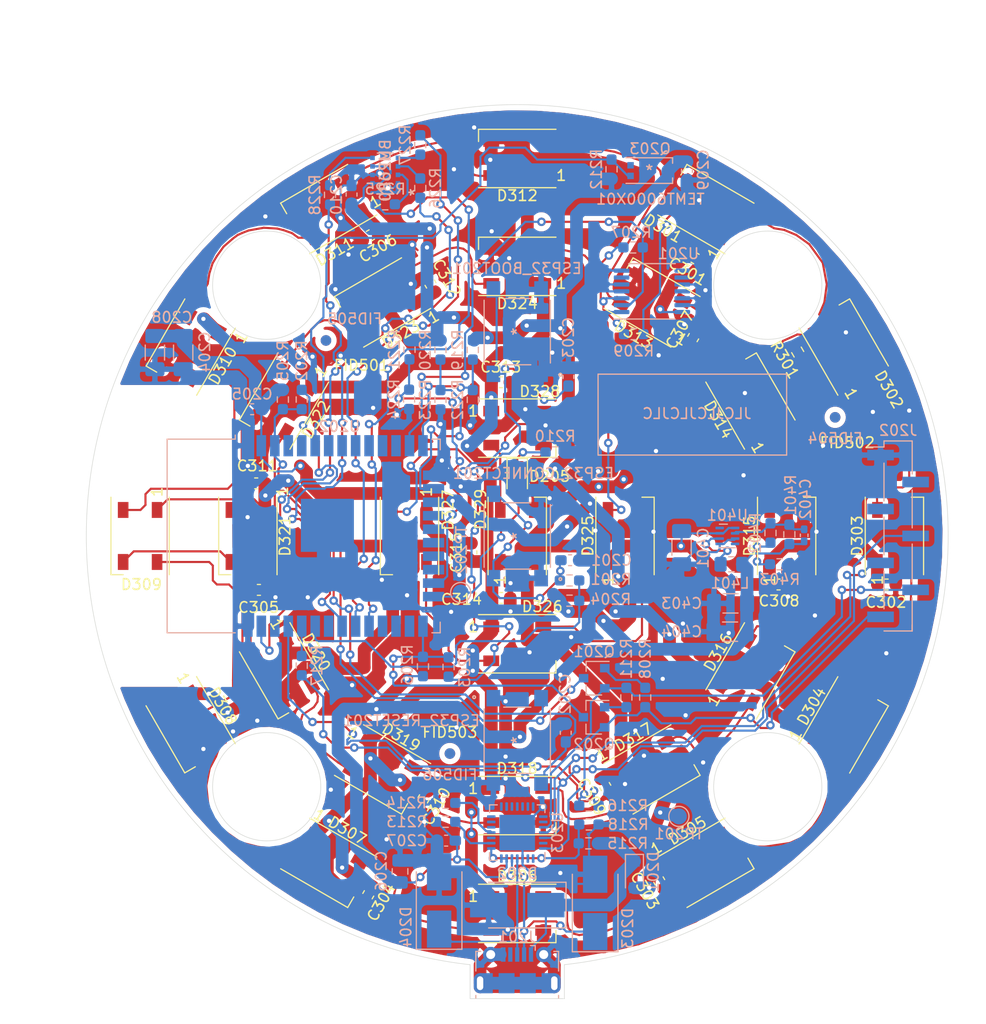
<source format=kicad_pcb>
(kicad_pcb (version 20171130) (host pcbnew 5.99.0+really5.1.10+dfsg1-1)

  (general
    (thickness 1.6)
    (drawings 95)
    (tracks 2127)
    (zones 0)
    (modules 117)
    (nets 73)
  )

  (page A4)
  (layers
    (0 F.Cu signal hide)
    (31 B.Cu signal)
    (32 B.Adhes user hide)
    (33 F.Adhes user hide)
    (34 B.Paste user hide)
    (35 F.Paste user hide)
    (36 B.SilkS user)
    (37 F.SilkS user hide)
    (38 B.Mask user hide)
    (39 F.Mask user hide)
    (40 Dwgs.User user hide)
    (41 Cmts.User user hide)
    (42 Eco1.User user hide)
    (43 Eco2.User user hide)
    (44 Edge.Cuts user)
    (45 Margin user hide)
    (46 B.CrtYd user)
    (47 F.CrtYd user hide)
    (48 B.Fab user hide)
    (49 F.Fab user hide)
  )

  (setup
    (last_trace_width 0.2)
    (user_trace_width 0.2)
    (user_trace_width 1.2)
    (trace_clearance 0.15)
    (zone_clearance 0.508)
    (zone_45_only no)
    (trace_min 0.2)
    (via_size 0.8)
    (via_drill 0.4)
    (via_min_size 0.4)
    (via_min_drill 0.3)
    (uvia_size 0.3)
    (uvia_drill 0.1)
    (uvias_allowed no)
    (uvia_min_size 0.2)
    (uvia_min_drill 0.1)
    (edge_width 0.05)
    (segment_width 0.2)
    (pcb_text_width 0.3)
    (pcb_text_size 1.5 1.5)
    (mod_edge_width 0.12)
    (mod_text_size 1 1)
    (mod_text_width 0.15)
    (pad_size 1.524 1.524)
    (pad_drill 0.762)
    (pad_to_mask_clearance 0)
    (aux_axis_origin 0 0)
    (visible_elements FFFFFF7F)
    (pcbplotparams
      (layerselection 0x00010_7ffffffe)
      (usegerberextensions true)
      (usegerberattributes false)
      (usegerberadvancedattributes false)
      (creategerberjobfile false)
      (excludeedgelayer true)
      (linewidth 0.100000)
      (plotframeref false)
      (viasonmask false)
      (mode 1)
      (useauxorigin false)
      (hpglpennumber 1)
      (hpglpenspeed 20)
      (hpglpendiameter 15.000000)
      (psnegative false)
      (psa4output false)
      (plotreference true)
      (plotvalue false)
      (plotinvisibletext false)
      (padsonsilk false)
      (subtractmaskfromsilk true)
      (outputformat 1)
      (mirror false)
      (drillshape 0)
      (scaleselection 1)
      (outputdirectory "gerber/"))
  )

  (net 0 "")
  (net 1 "Net-(C201-Pad2)")
  (net 2 GND)
  (net 3 "Net-(C202-Pad2)")
  (net 4 "Net-(C203-Pad2)")
  (net 5 /esp32/3.3V)
  (net 6 /esp32/5V)
  (net 7 /power/3.3V_FB)
  (net 8 /esp32/VBUS)
  (net 9 /esp32/USB_DN)
  (net 10 /esp32/USB_DP)
  (net 11 "Net-(D205-Pad1)")
  (net 12 /esp32/CONNECT_LED)
  (net 13 "Net-(D301-Pad2)")
  (net 14 /esp32/DIN)
  (net 15 "Net-(D302-Pad4)")
  (net 16 "Net-(D302-Pad2)")
  (net 17 "Net-(D303-Pad2)")
  (net 18 "Net-(D304-Pad2)")
  (net 19 "Net-(D305-Pad2)")
  (net 20 "Net-(D306-Pad2)")
  (net 21 "Net-(D307-Pad2)")
  (net 22 "Net-(D308-Pad2)")
  (net 23 "Net-(D309-Pad2)")
  (net 24 "Net-(D310-Pad2)")
  (net 25 "Net-(D311-Pad2)")
  (net 26 "Net-(D312-Pad2)")
  (net 27 "Net-(D313-Pad2)")
  (net 28 "Net-(D314-Pad2)")
  (net 29 "Net-(D315-Pad2)")
  (net 30 "Net-(D316-Pad2)")
  (net 31 "Net-(D317-Pad2)")
  (net 32 "Net-(D318-Pad2)")
  (net 33 "Net-(D319-Pad2)")
  (net 34 "Net-(D320-Pad2)")
  (net 35 "Net-(D321-Pad2)")
  (net 36 "Net-(D322-Pad2)")
  (net 37 "Net-(D323-Pad2)")
  (net 38 "Net-(D324-Pad2)")
  (net 39 "Net-(D325-Pad2)")
  (net 40 "Net-(D326-Pad2)")
  (net 41 "Net-(D327-Pad2)")
  (net 42 "Net-(D328-Pad2)")
  (net 43 /esp32/TXD)
  (net 44 /esp32/RTS)
  (net 45 /esp32/RXD)
  (net 46 /esp32/DTR)
  (net 47 "Net-(L401-Pad1)")
  (net 48 "Net-(Q201-Pad1)")
  (net 49 /esp32/EN)
  (net 50 /esp32/BOOT)
  (net 51 "Net-(Q202-Pad1)")
  (net 52 /esp32/IO34)
  (net 53 /esp32/CONNECT_SW)
  (net 54 "Net-(R207-Pad1)")
  (net 55 /esp32/LEDS)
  (net 56 "Net-(R213-Pad1)")
  (net 57 "Net-(R214-Pad2)")
  (net 58 "Net-(R215-Pad1)")
  (net 59 /esp32/TXD0)
  (net 60 /esp32/RXD0)
  (net 61 "Net-(R402-Pad2)")
  (net 62 /esp32/ID0)
  (net 63 /esp32/ID1)
  (net 64 /esp32/ID2)
  (net 65 /esp32/SPI_CS)
  (net 66 "Net-(R225-Pad1)")
  (net 67 /esp32/SPI_MOSI)
  (net 68 "Net-(R226-Pad2)")
  (net 69 /esp32/SPI_SCK)
  (net 70 "Net-(R227-Pad2)")
  (net 71 /esp32/SPI_MISO)
  (net 72 "Net-(R228-Pad1)")

  (net_class Default "This is the default net class."
    (clearance 0.15)
    (trace_width 0.2)
    (via_dia 0.8)
    (via_drill 0.4)
    (uvia_dia 0.3)
    (uvia_drill 0.1)
    (add_net /esp32/BOOT)
    (add_net /esp32/CONNECT_LED)
    (add_net /esp32/CONNECT_SW)
    (add_net /esp32/DIN)
    (add_net /esp32/DTR)
    (add_net /esp32/EN)
    (add_net /esp32/ID0)
    (add_net /esp32/ID1)
    (add_net /esp32/ID2)
    (add_net /esp32/IO34)
    (add_net /esp32/LEDS)
    (add_net /esp32/RTS)
    (add_net /esp32/RXD)
    (add_net /esp32/RXD0)
    (add_net /esp32/SPI_CS)
    (add_net /esp32/SPI_MISO)
    (add_net /esp32/SPI_MOSI)
    (add_net /esp32/SPI_SCK)
    (add_net /esp32/TXD)
    (add_net /esp32/TXD0)
    (add_net /esp32/USB_DN)
    (add_net /esp32/USB_DP)
    (add_net /esp32/VBUS)
    (add_net /power/3.3V_FB)
    (add_net GND)
    (add_net "Net-(C201-Pad2)")
    (add_net "Net-(C202-Pad2)")
    (add_net "Net-(C203-Pad2)")
    (add_net "Net-(D205-Pad1)")
    (add_net "Net-(D301-Pad2)")
    (add_net "Net-(D302-Pad2)")
    (add_net "Net-(D302-Pad4)")
    (add_net "Net-(D303-Pad2)")
    (add_net "Net-(D304-Pad2)")
    (add_net "Net-(D305-Pad2)")
    (add_net "Net-(D306-Pad2)")
    (add_net "Net-(D307-Pad2)")
    (add_net "Net-(D308-Pad2)")
    (add_net "Net-(D309-Pad2)")
    (add_net "Net-(D310-Pad2)")
    (add_net "Net-(D311-Pad2)")
    (add_net "Net-(D312-Pad2)")
    (add_net "Net-(D313-Pad2)")
    (add_net "Net-(D314-Pad2)")
    (add_net "Net-(D315-Pad2)")
    (add_net "Net-(D316-Pad2)")
    (add_net "Net-(D317-Pad2)")
    (add_net "Net-(D318-Pad2)")
    (add_net "Net-(D319-Pad2)")
    (add_net "Net-(D320-Pad2)")
    (add_net "Net-(D321-Pad2)")
    (add_net "Net-(D322-Pad2)")
    (add_net "Net-(D323-Pad2)")
    (add_net "Net-(D324-Pad2)")
    (add_net "Net-(D325-Pad2)")
    (add_net "Net-(D326-Pad2)")
    (add_net "Net-(D327-Pad2)")
    (add_net "Net-(D328-Pad2)")
    (add_net "Net-(L401-Pad1)")
    (add_net "Net-(Q201-Pad1)")
    (add_net "Net-(Q202-Pad1)")
    (add_net "Net-(R207-Pad1)")
    (add_net "Net-(R213-Pad1)")
    (add_net "Net-(R214-Pad2)")
    (add_net "Net-(R215-Pad1)")
    (add_net "Net-(R225-Pad1)")
    (add_net "Net-(R226-Pad2)")
    (add_net "Net-(R227-Pad2)")
    (add_net "Net-(R228-Pad1)")
    (add_net "Net-(R402-Pad2)")
  )

  (net_class 3.3V ""
    (clearance 0.15)
    (trace_width 1.2)
    (via_dia 0.8)
    (via_drill 0.4)
    (uvia_dia 0.3)
    (uvia_drill 0.1)
    (add_net /esp32/3.3V)
  )

  (net_class 5V ""
    (clearance 0.15)
    (trace_width 1.2)
    (via_dia 0.8)
    (via_drill 0.4)
    (uvia_dia 0.3)
    (uvia_drill 0.1)
    (add_net /esp32/5V)
  )

  (net_class GND ""
    (clearance 0.15)
    (trace_width 1.2)
    (via_dia 0.8)
    (via_drill 0.4)
    (uvia_dia 0.3)
    (uvia_drill 0.1)
  )

  (module LED_SMD:LED_WS2812B_PLCC4_5.0x5.0mm_P3.2mm (layer F.Cu) (tedit 5AA4B285) (tstamp 6213AACB)
    (at 101.6 66.04254 180)
    (descr https://cdn-shop.adafruit.com/datasheets/WS2812B.pdf)
    (tags "LED RGB NeoPixel")
    (path /6224BD67/62B04FE3)
    (attr smd)
    (fp_text reference D312 (at 0 -3.5) (layer F.SilkS)
      (effects (font (size 1 1) (thickness 0.15)))
    )
    (fp_text value WS2812B (at 0 4) (layer F.Fab)
      (effects (font (size 1 1) (thickness 0.15)))
    )
    (fp_line (start 3.45 -2.75) (end -3.45 -2.75) (layer F.CrtYd) (width 0.05))
    (fp_line (start 3.45 2.75) (end 3.45 -2.75) (layer F.CrtYd) (width 0.05))
    (fp_line (start -3.45 2.75) (end 3.45 2.75) (layer F.CrtYd) (width 0.05))
    (fp_line (start -3.45 -2.75) (end -3.45 2.75) (layer F.CrtYd) (width 0.05))
    (fp_line (start 2.5 1.5) (end 1.5 2.5) (layer F.Fab) (width 0.1))
    (fp_line (start -2.5 -2.5) (end -2.5 2.5) (layer F.Fab) (width 0.1))
    (fp_line (start -2.5 2.5) (end 2.5 2.5) (layer F.Fab) (width 0.1))
    (fp_line (start 2.5 2.5) (end 2.5 -2.5) (layer F.Fab) (width 0.1))
    (fp_line (start 2.5 -2.5) (end -2.5 -2.5) (layer F.Fab) (width 0.1))
    (fp_line (start -3.65 -2.75) (end 3.65 -2.75) (layer F.SilkS) (width 0.12))
    (fp_line (start -3.65 2.75) (end 3.65 2.75) (layer F.SilkS) (width 0.12))
    (fp_line (start 3.65 2.75) (end 3.65 1.6) (layer F.SilkS) (width 0.12))
    (fp_circle (center 0 0) (end 0 -2) (layer F.Fab) (width 0.1))
    (fp_text user %R (at 0 0) (layer F.Fab)
      (effects (font (size 0.8 0.8) (thickness 0.15)))
    )
    (fp_text user 1 (at -4.15 -1.6) (layer F.SilkS)
      (effects (font (size 1 1) (thickness 0.15)))
    )
    (pad 1 smd rect (at -2.45 -1.6 180) (size 1.5 1) (layers F.Cu F.Paste F.Mask)
      (net 6 /esp32/5V))
    (pad 2 smd rect (at -2.45 1.6 180) (size 1.5 1) (layers F.Cu F.Paste F.Mask)
      (net 26 "Net-(D312-Pad2)"))
    (pad 4 smd rect (at 2.45 -1.6 180) (size 1.5 1) (layers F.Cu F.Paste F.Mask)
      (net 25 "Net-(D311-Pad2)"))
    (pad 3 smd rect (at 2.45 1.6 180) (size 1.5 1) (layers F.Cu F.Paste F.Mask)
      (net 2 GND))
    (model ${KISYS3DMOD}/LED_SMD.3dshapes/LED_WS2812B_PLCC4_5.0x5.0mm_P3.2mm.wrl
      (at (xyz 0 0 0))
      (scale (xyz 1 1 1))
      (rotate (xyz 0 0 0))
    )
  )

  (module PTS645SM43SMTR92LFS:PTS645SM43SMTR92LFS (layer B.Cu) (tedit 6240C894) (tstamp 62411F05)
    (at 101.6 82.35 90)
    (path /6224BD36/624BE4F5)
    (fp_text reference ESP32_BOOT201 (at 5.9468 -0.0508 180) (layer B.SilkS)
      (effects (font (size 1 1) (thickness 0.15)) (justify mirror))
    )
    (fp_text value PTS645SM43SMTR92_LFS (at 10.976 4.2926 90) (layer B.SilkS) hide
      (effects (font (size 1 1) (thickness 0.15)) (justify mirror))
    )
    (fp_line (start -3.2512 -3.2512) (end 3.2512 -3.2512) (layer B.CrtYd) (width 0.05))
    (fp_line (start -3.975 -2.250001) (end -3.975 -5.9182) (layer Cmts.User) (width 0.1))
    (fp_line (start 3.975 -2.250001) (end 3.975 -5.9182) (layer Cmts.User) (width 0.1))
    (fp_line (start -3.975 -5.5372) (end 3.975 -5.5372) (layer Cmts.User) (width 0.1))
    (fp_line (start -3.975 -5.5372) (end -3.721 -5.4102) (layer Cmts.User) (width 0.1))
    (fp_line (start -3.975 -5.5372) (end -3.721 -5.6642) (layer Cmts.User) (width 0.1))
    (fp_line (start -3.721 -5.4102) (end -3.721 -5.6642) (layer Cmts.User) (width 0.1))
    (fp_line (start 3.975 -5.5372) (end 3.721 -5.4102) (layer Cmts.User) (width 0.1))
    (fp_line (start 3.975 -5.5372) (end 3.721 -5.6642) (layer Cmts.User) (width 0.1))
    (fp_line (start 3.721 -5.4102) (end 3.721 -5.6642) (layer Cmts.User) (width 0.1))
    (fp_line (start -2.9972 2.9972) (end -2.9972 9.4742) (layer Cmts.User) (width 0.1))
    (fp_line (start 2.9972 2.9972) (end 2.9972 9.4742) (layer Cmts.User) (width 0.1))
    (fp_line (start -2.9972 9.0932) (end 2.9972 9.0932) (layer Cmts.User) (width 0.1))
    (fp_line (start -2.9972 9.0932) (end -2.7432 9.2202) (layer Cmts.User) (width 0.1))
    (fp_line (start -2.9972 9.0932) (end -2.7432 8.9662) (layer Cmts.User) (width 0.1))
    (fp_line (start -2.7432 9.2202) (end -2.7432 8.9662) (layer Cmts.User) (width 0.1))
    (fp_line (start 2.9972 9.0932) (end 2.7432 9.2202) (layer Cmts.User) (width 0.1))
    (fp_line (start 2.9972 9.0932) (end 2.7432 8.9662) (layer Cmts.User) (width 0.1))
    (fp_line (start 2.7432 9.2202) (end 2.7432 8.9662) (layer Cmts.User) (width 0.1))
    (fp_line (start 3.975 2.250001) (end 5.9182 2.250001) (layer Cmts.User) (width 0.1))
    (fp_line (start 3.975 -2.250001) (end 5.9182 -2.250001) (layer Cmts.User) (width 0.1))
    (fp_line (start 5.5372 2.250001) (end 5.5372 -2.250001) (layer Cmts.User) (width 0.1))
    (fp_line (start 5.5372 2.250001) (end 5.4102 1.996001) (layer Cmts.User) (width 0.1))
    (fp_line (start 5.5372 2.250001) (end 5.6642 1.996001) (layer Cmts.User) (width 0.1))
    (fp_line (start 5.4102 1.996001) (end 5.6642 1.996001) (layer Cmts.User) (width 0.1))
    (fp_line (start 5.5372 -2.250001) (end 5.4102 -1.996001) (layer Cmts.User) (width 0.1))
    (fp_line (start 5.5372 -2.250001) (end 5.6642 -1.996001) (layer Cmts.User) (width 0.1))
    (fp_line (start 5.4102 -1.996001) (end 5.6642 -1.996001) (layer Cmts.User) (width 0.1))
    (fp_line (start 2.9972 2.9972) (end 10.9982 2.9972) (layer Cmts.User) (width 0.1))
    (fp_line (start 2.9972 -2.9972) (end 10.9982 -2.9972) (layer Cmts.User) (width 0.1))
    (fp_line (start 10.6172 2.9972) (end 10.6172 -2.9972) (layer Cmts.User) (width 0.1))
    (fp_line (start 10.6172 2.9972) (end 10.4902 2.7432) (layer Cmts.User) (width 0.1))
    (fp_line (start 10.6172 2.9972) (end 10.7442 2.7432) (layer Cmts.User) (width 0.1))
    (fp_line (start 10.4902 2.7432) (end 10.7442 2.7432) (layer Cmts.User) (width 0.1))
    (fp_line (start 10.6172 -2.9972) (end 10.4902 -2.7432) (layer Cmts.User) (width 0.1))
    (fp_line (start 10.6172 -2.9972) (end 10.7442 -2.7432) (layer Cmts.User) (width 0.1))
    (fp_line (start 10.4902 -2.7432) (end 10.7442 -2.7432) (layer Cmts.User) (width 0.1))
    (fp_line (start -2.9972 2.250001) (end -2.9972 2.250001) (layer B.Fab) (width 0.1))
    (fp_line (start -2.9972 -2.250001) (end -2.9972 -2.250001) (layer B.Fab) (width 0.1))
    (fp_line (start -3.975 -2.250001) (end -3.975 -2.250001) (layer B.Fab) (width 0.1))
    (fp_line (start 2.9972 -2.250001) (end 2.9972 -2.250001) (layer B.Fab) (width 0.1))
    (fp_line (start 2.9972 2.250001) (end 2.9972 2.250001) (layer B.Fab) (width 0.1))
    (fp_line (start -2.956549 -3.1242) (end 2.956549 -3.1242) (layer B.SilkS) (width 0.12))
    (fp_line (start 3.1242 -1.278379) (end 3.1242 1.278379) (layer B.SilkS) (width 0.12))
    (fp_line (start 2.956549 3.1242) (end -2.956549 3.1242) (layer B.SilkS) (width 0.12))
    (fp_line (start -3.1242 1.278379) (end -3.1242 -1.278379) (layer B.SilkS) (width 0.12))
    (fp_line (start -2.9972 -2.9972) (end 2.9972 -2.9972) (layer B.Fab) (width 0.1))
    (fp_line (start 2.9972 -2.9972) (end 2.9972 2.9972) (layer B.Fab) (width 0.1))
    (fp_line (start 2.9972 2.9972) (end -2.9972 2.9972) (layer B.Fab) (width 0.1))
    (fp_line (start -2.9972 2.9972) (end -2.9972 -2.9972) (layer B.Fab) (width 0.1))
    (fp_circle (center -2.54 2.286) (end -2.413 2.286) (layer B.Fab) (width 0.1))
    (fp_circle (center -4.064 4.064) (end -3.937 4.064) (layer B.SilkS) (width 0.12))
    (fp_circle (center -4.064 4.064) (end -3.937 4.064) (layer F.SilkS) (width 0.12))
    (fp_circle (center 0 0) (end 1.7526 0) (layer B.Fab) (width 0.1))
    (fp_line (start 3.2512 -3.2512) (end 3.2512 -3.151701) (layer B.CrtYd) (width 0.05))
    (fp_line (start 3.2512 -3.151701) (end 5.0037 -3.151701) (layer B.CrtYd) (width 0.05))
    (fp_line (start 5.0037 -3.151701) (end 5.0037 3.151701) (layer B.CrtYd) (width 0.05))
    (fp_line (start 5.0037 3.151701) (end 3.2512 3.151701) (layer B.CrtYd) (width 0.05))
    (fp_line (start 3.2512 3.151701) (end 3.2512 3.2512) (layer B.CrtYd) (width 0.05))
    (fp_line (start 3.2512 3.2512) (end -3.2512 3.2512) (layer B.CrtYd) (width 0.05))
    (fp_line (start -3.2512 3.2512) (end -3.2512 3.151701) (layer B.CrtYd) (width 0.05))
    (fp_line (start -3.2512 3.151701) (end -5.0037 3.151701) (layer B.CrtYd) (width 0.05))
    (fp_line (start -5.0037 3.151701) (end -5.0037 -3.151701) (layer B.CrtYd) (width 0.05))
    (fp_line (start -5.0037 -3.151701) (end -3.2512 -3.151701) (layer B.CrtYd) (width 0.05))
    (fp_line (start -3.2512 -3.151701) (end -3.2512 -3.2512) (layer B.CrtYd) (width 0.05))
    (fp_text user "Copyright 2021 Accelerated Designs. All rights reserved." (at 0 0 90) (layer Cmts.User)
      (effects (font (size 0.127 0.127) (thickness 0.002)))
    )
    (fp_text user * (at 0 0 90) (layer B.SilkS)
      (effects (font (size 1 1) (thickness 0.15)) (justify mirror))
    )
    (fp_text user * (at 0 0 90) (layer B.Fab)
      (effects (font (size 1 1) (thickness 0.15)) (justify mirror))
    )
    (pad 1 smd rect (at -3.974998 2.250001 90) (size 1.5494 1.2954) (layers B.Cu B.Paste B.Mask)
      (net 2 GND))
    (pad 3 smd rect (at -3.974998 -2.250001 90) (size 1.5494 1.2954) (layers B.Cu B.Paste B.Mask)
      (net 4 "Net-(C203-Pad2)"))
    (pad 4 smd rect (at 3.974998 -2.250001 90) (size 1.5494 1.2954) (layers B.Cu B.Paste B.Mask)
      (net 4 "Net-(C203-Pad2)"))
    (pad 2 smd rect (at 3.974998 2.250001 90) (size 1.5494 1.2954) (layers B.Cu B.Paste B.Mask)
      (net 2 GND))
  )

  (module PTS645SM43SMTR92LFS:PTS645SM43SMTR92LFS (layer B.Cu) (tedit 6240C894) (tstamp 62411FB5)
    (at 101.6 120.85 270)
    (path /6224BD36/6246B82D)
    (fp_text reference ESP32_RESET201 (at -1.851 9.9822) (layer B.SilkS)
      (effects (font (size 1 1) (thickness 0.15)) (justify mirror))
    )
    (fp_text value PTS645SM43SMTR92_LFS (at 0 0 270) (layer B.SilkS) hide
      (effects (font (size 1 1) (thickness 0.15)) (justify mirror))
    )
    (fp_line (start -3.2512 -3.2512) (end 3.2512 -3.2512) (layer B.CrtYd) (width 0.05))
    (fp_line (start -3.975 -2.250001) (end -3.975 -5.9182) (layer Cmts.User) (width 0.1))
    (fp_line (start 3.975 -2.250001) (end 3.975 -5.9182) (layer Cmts.User) (width 0.1))
    (fp_line (start -3.975 -5.5372) (end 3.975 -5.5372) (layer Cmts.User) (width 0.1))
    (fp_line (start -3.975 -5.5372) (end -3.721 -5.4102) (layer Cmts.User) (width 0.1))
    (fp_line (start -3.975 -5.5372) (end -3.721 -5.6642) (layer Cmts.User) (width 0.1))
    (fp_line (start -3.721 -5.4102) (end -3.721 -5.6642) (layer Cmts.User) (width 0.1))
    (fp_line (start 3.975 -5.5372) (end 3.721 -5.4102) (layer Cmts.User) (width 0.1))
    (fp_line (start 3.975 -5.5372) (end 3.721 -5.6642) (layer Cmts.User) (width 0.1))
    (fp_line (start 3.721 -5.4102) (end 3.721 -5.6642) (layer Cmts.User) (width 0.1))
    (fp_line (start -2.9972 2.9972) (end -2.9972 9.4742) (layer Cmts.User) (width 0.1))
    (fp_line (start 2.9972 2.9972) (end 2.9972 9.4742) (layer Cmts.User) (width 0.1))
    (fp_line (start -2.9972 9.0932) (end 2.9972 9.0932) (layer Cmts.User) (width 0.1))
    (fp_line (start -2.9972 9.0932) (end -2.7432 9.2202) (layer Cmts.User) (width 0.1))
    (fp_line (start -2.9972 9.0932) (end -2.7432 8.9662) (layer Cmts.User) (width 0.1))
    (fp_line (start -2.7432 9.2202) (end -2.7432 8.9662) (layer Cmts.User) (width 0.1))
    (fp_line (start 2.9972 9.0932) (end 2.7432 9.2202) (layer Cmts.User) (width 0.1))
    (fp_line (start 2.9972 9.0932) (end 2.7432 8.9662) (layer Cmts.User) (width 0.1))
    (fp_line (start 2.7432 9.2202) (end 2.7432 8.9662) (layer Cmts.User) (width 0.1))
    (fp_line (start 3.975 2.250001) (end 5.9182 2.250001) (layer Cmts.User) (width 0.1))
    (fp_line (start 3.975 -2.250001) (end 5.9182 -2.250001) (layer Cmts.User) (width 0.1))
    (fp_line (start 5.5372 2.250001) (end 5.5372 -2.250001) (layer Cmts.User) (width 0.1))
    (fp_line (start 5.5372 2.250001) (end 5.4102 1.996001) (layer Cmts.User) (width 0.1))
    (fp_line (start 5.5372 2.250001) (end 5.6642 1.996001) (layer Cmts.User) (width 0.1))
    (fp_line (start 5.4102 1.996001) (end 5.6642 1.996001) (layer Cmts.User) (width 0.1))
    (fp_line (start 5.5372 -2.250001) (end 5.4102 -1.996001) (layer Cmts.User) (width 0.1))
    (fp_line (start 5.5372 -2.250001) (end 5.6642 -1.996001) (layer Cmts.User) (width 0.1))
    (fp_line (start 5.4102 -1.996001) (end 5.6642 -1.996001) (layer Cmts.User) (width 0.1))
    (fp_line (start 2.9972 2.9972) (end 10.9982 2.9972) (layer Cmts.User) (width 0.1))
    (fp_line (start 2.9972 -2.9972) (end 10.9982 -2.9972) (layer Cmts.User) (width 0.1))
    (fp_line (start 10.6172 2.9972) (end 10.6172 -2.9972) (layer Cmts.User) (width 0.1))
    (fp_line (start 10.6172 2.9972) (end 10.4902 2.7432) (layer Cmts.User) (width 0.1))
    (fp_line (start 10.6172 2.9972) (end 10.7442 2.7432) (layer Cmts.User) (width 0.1))
    (fp_line (start 10.4902 2.7432) (end 10.7442 2.7432) (layer Cmts.User) (width 0.1))
    (fp_line (start 10.6172 -2.9972) (end 10.4902 -2.7432) (layer Cmts.User) (width 0.1))
    (fp_line (start 10.6172 -2.9972) (end 10.7442 -2.7432) (layer Cmts.User) (width 0.1))
    (fp_line (start 10.4902 -2.7432) (end 10.7442 -2.7432) (layer Cmts.User) (width 0.1))
    (fp_line (start -2.9972 2.250001) (end -2.9972 2.250001) (layer B.Fab) (width 0.1))
    (fp_line (start -2.9972 -2.250001) (end -2.9972 -2.250001) (layer B.Fab) (width 0.1))
    (fp_line (start -3.975 -2.250001) (end -3.975 -2.250001) (layer B.Fab) (width 0.1))
    (fp_line (start 2.9972 -2.250001) (end 2.9972 -2.250001) (layer B.Fab) (width 0.1))
    (fp_line (start 2.9972 2.250001) (end 2.9972 2.250001) (layer B.Fab) (width 0.1))
    (fp_line (start -2.956549 -3.1242) (end 2.956549 -3.1242) (layer B.SilkS) (width 0.12))
    (fp_line (start 3.1242 -1.278379) (end 3.1242 1.278379) (layer B.SilkS) (width 0.12))
    (fp_line (start 2.956549 3.1242) (end -2.956549 3.1242) (layer B.SilkS) (width 0.12))
    (fp_line (start -3.1242 1.278379) (end -3.1242 -1.278379) (layer B.SilkS) (width 0.12))
    (fp_line (start -2.9972 -2.9972) (end 2.9972 -2.9972) (layer B.Fab) (width 0.1))
    (fp_line (start 2.9972 -2.9972) (end 2.9972 2.9972) (layer B.Fab) (width 0.1))
    (fp_line (start 2.9972 2.9972) (end -2.9972 2.9972) (layer B.Fab) (width 0.1))
    (fp_line (start -2.9972 2.9972) (end -2.9972 -2.9972) (layer B.Fab) (width 0.1))
    (fp_circle (center -2.54 2.286) (end -2.413 2.286) (layer B.Fab) (width 0.1))
    (fp_circle (center -4.064 4.064) (end -3.937 4.064) (layer B.SilkS) (width 0.12))
    (fp_circle (center -4.064 4.064) (end -3.937 4.064) (layer F.SilkS) (width 0.12))
    (fp_circle (center 0 0) (end 1.7526 0) (layer B.Fab) (width 0.1))
    (fp_line (start 3.2512 -3.2512) (end 3.2512 -3.151701) (layer B.CrtYd) (width 0.05))
    (fp_line (start 3.2512 -3.151701) (end 5.0037 -3.151701) (layer B.CrtYd) (width 0.05))
    (fp_line (start 5.0037 -3.151701) (end 5.0037 3.151701) (layer B.CrtYd) (width 0.05))
    (fp_line (start 5.0037 3.151701) (end 3.2512 3.151701) (layer B.CrtYd) (width 0.05))
    (fp_line (start 3.2512 3.151701) (end 3.2512 3.2512) (layer B.CrtYd) (width 0.05))
    (fp_line (start 3.2512 3.2512) (end -3.2512 3.2512) (layer B.CrtYd) (width 0.05))
    (fp_line (start -3.2512 3.2512) (end -3.2512 3.151701) (layer B.CrtYd) (width 0.05))
    (fp_line (start -3.2512 3.151701) (end -5.0037 3.151701) (layer B.CrtYd) (width 0.05))
    (fp_line (start -5.0037 3.151701) (end -5.0037 -3.151701) (layer B.CrtYd) (width 0.05))
    (fp_line (start -5.0037 -3.151701) (end -3.2512 -3.151701) (layer B.CrtYd) (width 0.05))
    (fp_line (start -3.2512 -3.151701) (end -3.2512 -3.2512) (layer B.CrtYd) (width 0.05))
    (fp_text user "Copyright 2021 Accelerated Designs. All rights reserved." (at 0 0 270) (layer Cmts.User)
      (effects (font (size 0.127 0.127) (thickness 0.002)))
    )
    (fp_text user * (at 0 0 270) (layer B.SilkS)
      (effects (font (size 1 1) (thickness 0.15)) (justify mirror))
    )
    (fp_text user * (at 0 0 270) (layer B.Fab)
      (effects (font (size 1 1) (thickness 0.15)) (justify mirror))
    )
    (pad 1 smd rect (at -3.974998 2.250001 270) (size 1.5494 1.2954) (layers B.Cu B.Paste B.Mask)
      (net 2 GND))
    (pad 3 smd rect (at -3.974998 -2.250001 270) (size 1.5494 1.2954) (layers B.Cu B.Paste B.Mask)
      (net 3 "Net-(C202-Pad2)"))
    (pad 4 smd rect (at 3.974998 -2.250001 270) (size 1.5494 1.2954) (layers B.Cu B.Paste B.Mask)
      (net 3 "Net-(C202-Pad2)"))
    (pad 2 smd rect (at 3.974998 2.250001 270) (size 1.5494 1.2954) (layers B.Cu B.Paste B.Mask)
      (net 2 GND))
  )

  (module PTS645SM43SMTR92LFS:PTS645SM43SMTR92LFS (layer B.Cu) (tedit 6240C894) (tstamp 62411F5D)
    (at 101.6 101.6 90)
    (path /6224BD36/6242F31B)
    (fp_text reference ESP32_CONNECT201 (at 5.8928 1.524 180) (layer B.SilkS)
      (effects (font (size 1 1) (thickness 0.15)) (justify mirror))
    )
    (fp_text value PTS645SM43SMTR92_LFS (at 0 0 90) (layer B.SilkS) hide
      (effects (font (size 1 1) (thickness 0.15)) (justify mirror))
    )
    (fp_line (start -3.2512 -3.2512) (end 3.2512 -3.2512) (layer B.CrtYd) (width 0.05))
    (fp_line (start -3.975 -2.250001) (end -3.975 -5.9182) (layer Cmts.User) (width 0.1))
    (fp_line (start 3.975 -2.250001) (end 3.975 -5.9182) (layer Cmts.User) (width 0.1))
    (fp_line (start -3.975 -5.5372) (end 3.975 -5.5372) (layer Cmts.User) (width 0.1))
    (fp_line (start -3.975 -5.5372) (end -3.721 -5.4102) (layer Cmts.User) (width 0.1))
    (fp_line (start -3.975 -5.5372) (end -3.721 -5.6642) (layer Cmts.User) (width 0.1))
    (fp_line (start -3.721 -5.4102) (end -3.721 -5.6642) (layer Cmts.User) (width 0.1))
    (fp_line (start 3.975 -5.5372) (end 3.721 -5.4102) (layer Cmts.User) (width 0.1))
    (fp_line (start 3.975 -5.5372) (end 3.721 -5.6642) (layer Cmts.User) (width 0.1))
    (fp_line (start 3.721 -5.4102) (end 3.721 -5.6642) (layer Cmts.User) (width 0.1))
    (fp_line (start -2.9972 2.9972) (end -2.9972 9.4742) (layer Cmts.User) (width 0.1))
    (fp_line (start 2.9972 2.9972) (end 2.9972 9.4742) (layer Cmts.User) (width 0.1))
    (fp_line (start -2.9972 9.0932) (end 2.9972 9.0932) (layer Cmts.User) (width 0.1))
    (fp_line (start -2.9972 9.0932) (end -2.7432 9.2202) (layer Cmts.User) (width 0.1))
    (fp_line (start -2.9972 9.0932) (end -2.7432 8.9662) (layer Cmts.User) (width 0.1))
    (fp_line (start -2.7432 9.2202) (end -2.7432 8.9662) (layer Cmts.User) (width 0.1))
    (fp_line (start 2.9972 9.0932) (end 2.7432 9.2202) (layer Cmts.User) (width 0.1))
    (fp_line (start 2.9972 9.0932) (end 2.7432 8.9662) (layer Cmts.User) (width 0.1))
    (fp_line (start 2.7432 9.2202) (end 2.7432 8.9662) (layer Cmts.User) (width 0.1))
    (fp_line (start 3.975 2.250001) (end 5.9182 2.250001) (layer Cmts.User) (width 0.1))
    (fp_line (start 3.975 -2.250001) (end 5.9182 -2.250001) (layer Cmts.User) (width 0.1))
    (fp_line (start 5.5372 2.250001) (end 5.5372 -2.250001) (layer Cmts.User) (width 0.1))
    (fp_line (start 5.5372 2.250001) (end 5.4102 1.996001) (layer Cmts.User) (width 0.1))
    (fp_line (start 5.5372 2.250001) (end 5.6642 1.996001) (layer Cmts.User) (width 0.1))
    (fp_line (start 5.4102 1.996001) (end 5.6642 1.996001) (layer Cmts.User) (width 0.1))
    (fp_line (start 5.5372 -2.250001) (end 5.4102 -1.996001) (layer Cmts.User) (width 0.1))
    (fp_line (start 5.5372 -2.250001) (end 5.6642 -1.996001) (layer Cmts.User) (width 0.1))
    (fp_line (start 5.4102 -1.996001) (end 5.6642 -1.996001) (layer Cmts.User) (width 0.1))
    (fp_line (start 2.9972 2.9972) (end 10.9982 2.9972) (layer Cmts.User) (width 0.1))
    (fp_line (start 2.9972 -2.9972) (end 10.9982 -2.9972) (layer Cmts.User) (width 0.1))
    (fp_line (start 10.6172 2.9972) (end 10.6172 -2.9972) (layer Cmts.User) (width 0.1))
    (fp_line (start 10.6172 2.9972) (end 10.4902 2.7432) (layer Cmts.User) (width 0.1))
    (fp_line (start 10.6172 2.9972) (end 10.7442 2.7432) (layer Cmts.User) (width 0.1))
    (fp_line (start 10.4902 2.7432) (end 10.7442 2.7432) (layer Cmts.User) (width 0.1))
    (fp_line (start 10.6172 -2.9972) (end 10.4902 -2.7432) (layer Cmts.User) (width 0.1))
    (fp_line (start 10.6172 -2.9972) (end 10.7442 -2.7432) (layer Cmts.User) (width 0.1))
    (fp_line (start 10.4902 -2.7432) (end 10.7442 -2.7432) (layer Cmts.User) (width 0.1))
    (fp_line (start -2.9972 2.250001) (end -2.9972 2.250001) (layer B.Fab) (width 0.1))
    (fp_line (start -2.9972 -2.250001) (end -2.9972 -2.250001) (layer B.Fab) (width 0.1))
    (fp_line (start -3.975 -2.250001) (end -3.975 -2.250001) (layer B.Fab) (width 0.1))
    (fp_line (start 2.9972 -2.250001) (end 2.9972 -2.250001) (layer B.Fab) (width 0.1))
    (fp_line (start 2.9972 2.250001) (end 2.9972 2.250001) (layer B.Fab) (width 0.1))
    (fp_line (start -2.956549 -3.1242) (end 2.956549 -3.1242) (layer B.SilkS) (width 0.12))
    (fp_line (start 3.1242 -1.278379) (end 3.1242 1.278379) (layer B.SilkS) (width 0.12))
    (fp_line (start 2.956549 3.1242) (end -2.956549 3.1242) (layer B.SilkS) (width 0.12))
    (fp_line (start -3.1242 1.278379) (end -3.1242 -1.278379) (layer B.SilkS) (width 0.12))
    (fp_line (start -2.9972 -2.9972) (end 2.9972 -2.9972) (layer B.Fab) (width 0.1))
    (fp_line (start 2.9972 -2.9972) (end 2.9972 2.9972) (layer B.Fab) (width 0.1))
    (fp_line (start 2.9972 2.9972) (end -2.9972 2.9972) (layer B.Fab) (width 0.1))
    (fp_line (start -2.9972 2.9972) (end -2.9972 -2.9972) (layer B.Fab) (width 0.1))
    (fp_circle (center -2.54 2.286) (end -2.413 2.286) (layer B.Fab) (width 0.1))
    (fp_circle (center -4.064 4.064) (end -3.937 4.064) (layer B.SilkS) (width 0.12))
    (fp_circle (center -4.064 4.064) (end -3.937 4.064) (layer F.SilkS) (width 0.12))
    (fp_circle (center 0 0) (end 1.7526 0) (layer B.Fab) (width 0.1))
    (fp_line (start 3.2512 -3.2512) (end 3.2512 -3.151701) (layer B.CrtYd) (width 0.05))
    (fp_line (start 3.2512 -3.151701) (end 5.0037 -3.151701) (layer B.CrtYd) (width 0.05))
    (fp_line (start 5.0037 -3.151701) (end 5.0037 3.151701) (layer B.CrtYd) (width 0.05))
    (fp_line (start 5.0037 3.151701) (end 3.2512 3.151701) (layer B.CrtYd) (width 0.05))
    (fp_line (start 3.2512 3.151701) (end 3.2512 3.2512) (layer B.CrtYd) (width 0.05))
    (fp_line (start 3.2512 3.2512) (end -3.2512 3.2512) (layer B.CrtYd) (width 0.05))
    (fp_line (start -3.2512 3.2512) (end -3.2512 3.151701) (layer B.CrtYd) (width 0.05))
    (fp_line (start -3.2512 3.151701) (end -5.0037 3.151701) (layer B.CrtYd) (width 0.05))
    (fp_line (start -5.0037 3.151701) (end -5.0037 -3.151701) (layer B.CrtYd) (width 0.05))
    (fp_line (start -5.0037 -3.151701) (end -3.2512 -3.151701) (layer B.CrtYd) (width 0.05))
    (fp_line (start -3.2512 -3.151701) (end -3.2512 -3.2512) (layer B.CrtYd) (width 0.05))
    (fp_text user "Copyright 2021 Accelerated Designs. All rights reserved." (at 0 0 90) (layer Cmts.User)
      (effects (font (size 0.127 0.127) (thickness 0.002)))
    )
    (fp_text user * (at 0 0 90) (layer B.SilkS)
      (effects (font (size 1 1) (thickness 0.15)) (justify mirror))
    )
    (fp_text user * (at 0 0 90) (layer B.Fab)
      (effects (font (size 1 1) (thickness 0.15)) (justify mirror))
    )
    (pad 1 smd rect (at -3.974998 2.250001 90) (size 1.5494 1.2954) (layers B.Cu B.Paste B.Mask)
      (net 2 GND))
    (pad 3 smd rect (at -3.974998 -2.250001 90) (size 1.5494 1.2954) (layers B.Cu B.Paste B.Mask)
      (net 1 "Net-(C201-Pad2)"))
    (pad 4 smd rect (at 3.974998 -2.250001 90) (size 1.5494 1.2954) (layers B.Cu B.Paste B.Mask)
      (net 1 "Net-(C201-Pad2)"))
    (pad 2 smd rect (at 3.974998 2.250001 90) (size 1.5494 1.2954) (layers B.Cu B.Paste B.Mask)
      (net 2 GND))
  )

  (module LED_SMD:LED_WS2812B_PLCC4_5.0x5.0mm_P3.2mm (layer F.Cu) (tedit 5AA4B285) (tstamp 621425EA)
    (at 119.39016 132.38988 30)
    (descr https://cdn-shop.adafruit.com/datasheets/WS2812B.pdf)
    (tags "LED RGB NeoPixel")
    (path /6224BD67/62AB1FBE)
    (attr smd)
    (fp_text reference D305 (at 0 -3.5 30) (layer F.SilkS)
      (effects (font (size 1 1) (thickness 0.15)))
    )
    (fp_text value WS2812B (at 0 4 30) (layer F.Fab)
      (effects (font (size 1 1) (thickness 0.15)))
    )
    (fp_line (start 3.45 -2.75) (end -3.45 -2.75) (layer F.CrtYd) (width 0.05))
    (fp_line (start 3.45 2.75) (end 3.45 -2.75) (layer F.CrtYd) (width 0.05))
    (fp_line (start -3.45 2.75) (end 3.45 2.75) (layer F.CrtYd) (width 0.05))
    (fp_line (start -3.45 -2.75) (end -3.45 2.75) (layer F.CrtYd) (width 0.05))
    (fp_line (start 2.5 1.5) (end 1.5 2.5) (layer F.Fab) (width 0.1))
    (fp_line (start -2.5 -2.5) (end -2.5 2.5) (layer F.Fab) (width 0.1))
    (fp_line (start -2.5 2.5) (end 2.5 2.5) (layer F.Fab) (width 0.1))
    (fp_line (start 2.5 2.5) (end 2.5 -2.5) (layer F.Fab) (width 0.1))
    (fp_line (start 2.5 -2.5) (end -2.5 -2.5) (layer F.Fab) (width 0.1))
    (fp_line (start -3.65 -2.75) (end 3.65 -2.75) (layer F.SilkS) (width 0.12))
    (fp_line (start -3.65 2.75) (end 3.65 2.75) (layer F.SilkS) (width 0.12))
    (fp_line (start 3.65 2.75) (end 3.65 1.6) (layer F.SilkS) (width 0.12))
    (fp_circle (center 0 0) (end 0 -2) (layer F.Fab) (width 0.1))
    (fp_text user %R (at 0 0 30) (layer F.Fab)
      (effects (font (size 0.8 0.8) (thickness 0.15)))
    )
    (fp_text user 1 (at -3.367915 -3.53412 30) (layer F.SilkS)
      (effects (font (size 1 1) (thickness 0.15)))
    )
    (pad 1 smd rect (at -2.45 -1.6 30) (size 1.5 1) (layers F.Cu F.Paste F.Mask)
      (net 6 /esp32/5V))
    (pad 2 smd rect (at -2.45 1.6 30) (size 1.5 1) (layers F.Cu F.Paste F.Mask)
      (net 19 "Net-(D305-Pad2)"))
    (pad 4 smd rect (at 2.45 -1.6 30) (size 1.5 1) (layers F.Cu F.Paste F.Mask)
      (net 18 "Net-(D304-Pad2)"))
    (pad 3 smd rect (at 2.45 1.6 30) (size 1.5 1) (layers F.Cu F.Paste F.Mask)
      (net 2 GND))
    (model ${KISYS3DMOD}/LED_SMD.3dshapes/LED_WS2812B_PLCC4_5.0x5.0mm_P3.2mm.wrl
      (at (xyz 0 0 0))
      (scale (xyz 1 1 1))
      (rotate (xyz 0 0 0))
    )
  )

  (module BME680:BME680 (layer B.Cu) (tedit 623792A6) (tstamp 6237AB3C)
    (at 89.154 67.183 90)
    (path /6224BD36/62387002)
    (fp_text reference U204 (at 0 0 90) (layer B.SilkS)
      (effects (font (size 1 1) (thickness 0.15)) (justify mirror))
    )
    (fp_text value BME680 (at 0 0 90) (layer B.SilkS)
      (effects (font (size 1 1) (thickness 0.15)) (justify mirror))
    )
    (fp_line (start -1.524 1.524) (end -1.524 -1.524) (layer B.Fab) (width 0.1))
    (fp_line (start 1.524 1.524) (end -1.524 1.524) (layer B.Fab) (width 0.1))
    (fp_line (start 1.524 -1.524) (end 1.524 1.524) (layer B.Fab) (width 0.1))
    (fp_line (start -1.524 -1.524) (end 1.524 -1.524) (layer B.Fab) (width 0.1))
    (fp_line (start -1.651 0.749538) (end -1.651 -0.749538) (layer B.SilkS) (width 0.12))
    (fp_line (start 1.651 -0.749538) (end 1.651 0.749538) (layer B.SilkS) (width 0.12))
    (fp_line (start -1.524 0.254) (end -0.254 1.524) (layer B.Fab) (width 0.1))
    (fp_line (start 1.778 -4.2471) (end 1.778 -4.5011) (layer Cmts.User) (width 0.1))
    (fp_line (start 1.524 -4.3741) (end 1.778 -4.5011) (layer Cmts.User) (width 0.1))
    (fp_line (start 1.524 -4.3741) (end 1.778 -4.2471) (layer Cmts.User) (width 0.1))
    (fp_line (start -1.778 -4.2471) (end -1.778 -4.5011) (layer Cmts.User) (width 0.1))
    (fp_line (start -1.524 -4.3741) (end -1.778 -4.5011) (layer Cmts.User) (width 0.1))
    (fp_line (start -1.524 -4.3741) (end -1.778 -4.2471) (layer Cmts.User) (width 0.1))
    (fp_line (start 1.524 -4.3741) (end 2.794 -4.3741) (layer Cmts.User) (width 0.1))
    (fp_line (start -1.524 -4.3741) (end -2.794 -4.3741) (layer Cmts.User) (width 0.1))
    (fp_line (start 1.524 1.524) (end 1.524 -4.7551) (layer Cmts.User) (width 0.1))
    (fp_line (start -1.524 1.524) (end -1.524 -4.7551) (layer Cmts.User) (width 0.1))
    (fp_line (start -4.5011 -1.778) (end -4.2471 -1.778) (layer Cmts.User) (width 0.1))
    (fp_line (start -4.3741 -1.524) (end -4.2471 -1.778) (layer Cmts.User) (width 0.1))
    (fp_line (start -4.3741 -1.524) (end -4.5011 -1.778) (layer Cmts.User) (width 0.1))
    (fp_line (start -4.5011 1.778) (end -4.2471 1.778) (layer Cmts.User) (width 0.1))
    (fp_line (start -4.3741 1.524) (end -4.2471 1.778) (layer Cmts.User) (width 0.1))
    (fp_line (start -4.3741 1.524) (end -4.5011 1.778) (layer Cmts.User) (width 0.1))
    (fp_line (start -4.3741 -1.524) (end -4.3741 -2.794) (layer Cmts.User) (width 0.1))
    (fp_line (start -4.3741 1.524) (end -4.3741 2.794) (layer Cmts.User) (width 0.1))
    (fp_line (start 1.524 -1.524) (end -4.7551 -1.524) (layer Cmts.User) (width 0.1))
    (fp_line (start 1.524 1.524) (end -4.7551 1.524) (layer Cmts.User) (width 0.1))
    (fp_line (start 5.5171 -1.669) (end 5.7711 -1.669) (layer Cmts.User) (width 0.1))
    (fp_line (start 5.6441 -1.415) (end 5.7711 -1.669) (layer Cmts.User) (width 0.1))
    (fp_line (start 5.6441 -1.415) (end 5.5171 -1.669) (layer Cmts.User) (width 0.1))
    (fp_line (start 5.5171 1.669) (end 5.7711 1.669) (layer Cmts.User) (width 0.1))
    (fp_line (start 5.6441 1.415) (end 5.7711 1.669) (layer Cmts.User) (width 0.1))
    (fp_line (start 5.6441 1.415) (end 5.5171 1.669) (layer Cmts.User) (width 0.1))
    (fp_line (start 5.6441 -1.415) (end 5.6441 -2.685) (layer Cmts.User) (width 0.1))
    (fp_line (start 5.6441 1.415) (end 5.6441 2.685) (layer Cmts.User) (width 0.1))
    (fp_line (start 1.2 -1.415) (end 6.0251 -1.415) (layer Cmts.User) (width 0.1))
    (fp_line (start 1.2 1.415) (end 6.0251 1.415) (layer Cmts.User) (width 0.1))
    (fp_line (start 1.669 5.7711) (end 1.669 5.5171) (layer Cmts.User) (width 0.1))
    (fp_line (start 1.415 5.6441) (end 1.669 5.5171) (layer Cmts.User) (width 0.1))
    (fp_line (start 1.415 5.6441) (end 1.669 5.7711) (layer Cmts.User) (width 0.1))
    (fp_line (start -1.669 5.7711) (end -1.669 5.5171) (layer Cmts.User) (width 0.1))
    (fp_line (start -1.415 5.6441) (end -1.669 5.5171) (layer Cmts.User) (width 0.1))
    (fp_line (start -1.415 5.6441) (end -1.669 5.7711) (layer Cmts.User) (width 0.1))
    (fp_line (start 1.415 5.6441) (end 2.685 5.6441) (layer Cmts.User) (width 0.1))
    (fp_line (start -1.415 5.6441) (end -2.685 5.6441) (layer Cmts.User) (width 0.1))
    (fp_line (start 1.415 1.2) (end 1.415 6.0251) (layer Cmts.User) (width 0.1))
    (fp_line (start -1.415 1.2) (end -1.415 6.0251) (layer Cmts.User) (width 0.1))
    (fp_line (start 1.669 3.8661) (end 1.669 3.6121) (layer Cmts.User) (width 0.1))
    (fp_line (start 1.415 3.7391) (end 1.669 3.6121) (layer Cmts.User) (width 0.1))
    (fp_line (start 1.415 3.7391) (end 1.669 3.8661) (layer Cmts.User) (width 0.1))
    (fp_line (start 0.7292 3.8661) (end 0.7292 3.6121) (layer Cmts.User) (width 0.1))
    (fp_line (start 0.9832 3.7391) (end 0.7292 3.6121) (layer Cmts.User) (width 0.1))
    (fp_line (start 0.9832 3.7391) (end 0.7292 3.8661) (layer Cmts.User) (width 0.1))
    (fp_line (start 1.415 3.7391) (end 2.685 3.7391) (layer Cmts.User) (width 0.1))
    (fp_line (start 0.9832 3.7391) (end -0.2868 3.7391) (layer Cmts.User) (width 0.1))
    (fp_line (start 1.415 1.2) (end 1.415 4.1201) (layer Cmts.User) (width 0.1))
    (fp_line (start 0.9832 1.2) (end 0.9832 4.1201) (layer Cmts.User) (width 0.1))
    (fp_line (start 3.6121 -1.454) (end 3.8661 -1.454) (layer Cmts.User) (width 0.1))
    (fp_line (start 3.7391 -1.2) (end 3.8661 -1.454) (layer Cmts.User) (width 0.1))
    (fp_line (start 3.7391 -1.2) (end 3.6121 -1.454) (layer Cmts.User) (width 0.1))
    (fp_line (start 3.6121 1.454) (end 3.8661 1.454) (layer Cmts.User) (width 0.1))
    (fp_line (start 3.7391 1.2) (end 3.8661 1.454) (layer Cmts.User) (width 0.1))
    (fp_line (start 3.7391 1.2) (end 3.6121 1.454) (layer Cmts.User) (width 0.1))
    (fp_line (start 3.7391 -1.2) (end 3.7391 -2.47) (layer Cmts.User) (width 0.1))
    (fp_line (start 3.7391 1.2) (end 3.7391 2.47) (layer Cmts.User) (width 0.1))
    (fp_line (start 1.1991 -1.2) (end 4.1201 -1.2) (layer Cmts.User) (width 0.1))
    (fp_line (start 1.1991 1.2) (end 4.1201 1.2) (layer Cmts.User) (width 0.1))
    (fp_line (start 1.778 -1.778) (end -1.778 -1.778) (layer B.CrtYd) (width 0.12))
    (fp_line (start -1.778 1.778) (end -1.778 -1.778) (layer B.CrtYd) (width 0.12))
    (fp_line (start -1.778 1.778) (end 1.778 1.778) (layer B.CrtYd) (width 0.12))
    (fp_line (start 1.778 -1.778) (end 1.778 1.778) (layer B.CrtYd) (width 0.12))
    (fp_text user "Copyright 2021 Accelerated Designs. All rights reserved." (at 0 0 90) (layer Cmts.User)
      (effects (font (size 0.127 0.127) (thickness 0.002)))
    )
    (fp_text user * (at -2.05 2.781 90) (layer B.SilkS)
      (effects (font (size 1 1) (thickness 0.15)) (justify mirror))
    )
    (fp_text user * (at -0.9832 2.781 90) (layer B.Fab)
      (effects (font (size 1 1) (thickness 0.15)) (justify mirror))
    )
    (fp_text user 0.094in/2.4mm (at -4.971 0 90) (layer Cmts.User)
      (effects (font (size 1 1) (thickness 0.15)))
    )
    (fp_text user 0.094in/2.398mm (at 0 -7.003 90) (layer Cmts.User)
      (effects (font (size 1 1) (thickness 0.15)))
    )
    (fp_text user 0.094in/2.398mm (at 9.1112 0 90) (layer Cmts.User)
      (effects (font (size 1 1) (thickness 0.15)))
    )
    (fp_text user 0.017in/0.432mm (at 1.1991 4.2471 90) (layer Cmts.User)
      (effects (font (size 1 1) (thickness 0.15)))
    )
    (fp_text user 0.017in/0.432mm (at -8.273 1.2 90) (layer Cmts.User)
      (effects (font (size 1 1) (thickness 0.15)))
    )
    (fp_text user * (at -2.05 2.781 90) (layer B.SilkS)
      (effects (font (size 1 1) (thickness 0.15)) (justify mirror))
    )
    (fp_text user * (at -0.9832 2.781 90) (layer B.Fab)
      (effects (font (size 1 1) (thickness 0.15)) (justify mirror))
    )
    (pad 1 smd rect (at -1.199098 1.2) (size 0.4318 0.4318) (layers B.Cu B.Paste B.Mask)
      (net 2 GND))
    (pad 8 smd rect (at -1.199098 -1.2) (size 0.4318 0.4318) (layers B.Cu B.Paste B.Mask)
      (net 5 /esp32/3.3V))
    (pad 7 smd rect (at -0.399999 -1.199098 90) (size 0.4318 0.4318) (layers B.Cu B.Paste B.Mask)
      (net 2 GND))
    (pad 6 smd rect (at 0.399999 -1.199098 90) (size 0.4318 0.4318) (layers B.Cu B.Paste B.Mask)
      (net 5 /esp32/3.3V))
    (pad 5 smd rect (at 1.199098 -1.2) (size 0.4318 0.4318) (layers B.Cu B.Paste B.Mask)
      (net 72 "Net-(R228-Pad1)"))
    (pad 4 smd rect (at 1.199098 1.2) (size 0.4318 0.4318) (layers B.Cu B.Paste B.Mask)
      (net 70 "Net-(R227-Pad2)"))
    (pad 3 smd rect (at 0.399999 1.199098 90) (size 0.4318 0.4318) (layers B.Cu B.Paste B.Mask)
      (net 68 "Net-(R226-Pad2)"))
    (pad 2 smd rect (at -0.399999 1.199098 90) (size 0.4318 0.4318) (layers B.Cu B.Paste B.Mask)
      (net 66 "Net-(R225-Pad1)"))
  )

  (module RF_Module:ESP32-WROOM-32 (layer B.Cu) (tedit 5B5B4654) (tstamp 621AA6DF)
    (at 84.455 101.6 270)
    (descr "Single 2.4 GHz Wi-Fi and Bluetooth combo chip https://www.espressif.com/sites/default/files/documentation/esp32-wroom-32_datasheet_en.pdf")
    (tags "Single 2.4 GHz Wi-Fi and Bluetooth combo  chip")
    (path /6224BD36/621537BE)
    (attr smd)
    (fp_text reference U202 (at -10.3124 -0.381 180) (layer B.SilkS)
      (effects (font (size 1 1) (thickness 0.15)) (justify mirror))
    )
    (fp_text value ESP32-WROOM-32E-N4 (at 0 -11.5 90) (layer B.Fab)
      (effects (font (size 1 1) (thickness 0.15)) (justify mirror))
    )
    (fp_line (start -14 9.97) (end -14 20.75) (layer Dwgs.User) (width 0.1))
    (fp_line (start 9 -9.76) (end 9 15.745) (layer B.Fab) (width 0.1))
    (fp_line (start -9 -9.76) (end 9 -9.76) (layer B.Fab) (width 0.1))
    (fp_line (start -9 15.745) (end -9 10.02) (layer B.Fab) (width 0.1))
    (fp_line (start -9 15.745) (end 9 15.745) (layer B.Fab) (width 0.1))
    (fp_line (start -9.75 -10.5) (end -9.75 9.72) (layer B.CrtYd) (width 0.05))
    (fp_line (start -9.75 -10.5) (end 9.75 -10.5) (layer B.CrtYd) (width 0.05))
    (fp_line (start 9.75 9.72) (end 9.75 -10.5) (layer B.CrtYd) (width 0.05))
    (fp_line (start -14.25 21) (end 14.25 21) (layer B.CrtYd) (width 0.05))
    (fp_line (start -9 9.02) (end -9 -9.76) (layer B.Fab) (width 0.1))
    (fp_line (start -8.5 9.52) (end -9 10.02) (layer B.Fab) (width 0.1))
    (fp_line (start -9 9.02) (end -8.5 9.52) (layer B.Fab) (width 0.1))
    (fp_line (start 14 9.97) (end -14 9.97) (layer Dwgs.User) (width 0.1))
    (fp_line (start 14 9.97) (end 14 20.75) (layer Dwgs.User) (width 0.1))
    (fp_line (start 14 20.75) (end -14 20.75) (layer Dwgs.User) (width 0.1))
    (fp_line (start -14.25 21) (end -14.25 9.72) (layer B.CrtYd) (width 0.05))
    (fp_line (start 14.25 21) (end 14.25 9.72) (layer B.CrtYd) (width 0.05))
    (fp_line (start -14.25 9.72) (end -9.75 9.72) (layer B.CrtYd) (width 0.05))
    (fp_line (start 9.75 9.72) (end 14.25 9.72) (layer B.CrtYd) (width 0.05))
    (fp_line (start -12.525 20.75) (end -14 19.66) (layer Dwgs.User) (width 0.1))
    (fp_line (start -10.525 20.75) (end -14 18.045) (layer Dwgs.User) (width 0.1))
    (fp_line (start -8.525 20.75) (end -14 16.43) (layer Dwgs.User) (width 0.1))
    (fp_line (start -6.525 20.75) (end -14 14.815) (layer Dwgs.User) (width 0.1))
    (fp_line (start -4.525 20.75) (end -14 13.2) (layer Dwgs.User) (width 0.1))
    (fp_line (start -2.525 20.75) (end -14 11.585) (layer Dwgs.User) (width 0.1))
    (fp_line (start -0.525 20.75) (end -14 9.97) (layer Dwgs.User) (width 0.1))
    (fp_line (start 1.475 20.75) (end -12 9.97) (layer Dwgs.User) (width 0.1))
    (fp_line (start 3.475 20.75) (end -10 9.97) (layer Dwgs.User) (width 0.1))
    (fp_line (start -8 9.97) (end 5.475 20.75) (layer Dwgs.User) (width 0.1))
    (fp_line (start 7.475 20.75) (end -6 9.97) (layer Dwgs.User) (width 0.1))
    (fp_line (start 9.475 20.75) (end -4 9.97) (layer Dwgs.User) (width 0.1))
    (fp_line (start 11.475 20.75) (end -2 9.97) (layer Dwgs.User) (width 0.1))
    (fp_line (start 13.475 20.75) (end 0 9.97) (layer Dwgs.User) (width 0.1))
    (fp_line (start 14 19.66) (end 2 9.97) (layer Dwgs.User) (width 0.1))
    (fp_line (start 14 18.045) (end 4 9.97) (layer Dwgs.User) (width 0.1))
    (fp_line (start 14 16.43) (end 6 9.97) (layer Dwgs.User) (width 0.1))
    (fp_line (start 14 14.815) (end 8 9.97) (layer Dwgs.User) (width 0.1))
    (fp_line (start 14 13.2) (end 10 9.97) (layer Dwgs.User) (width 0.1))
    (fp_line (start 14 11.585) (end 12 9.97) (layer Dwgs.User) (width 0.1))
    (fp_line (start 9.2 13.875) (end 13.8 13.875) (layer Cmts.User) (width 0.1))
    (fp_line (start 13.8 13.875) (end 13.6 14.075) (layer Cmts.User) (width 0.1))
    (fp_line (start 13.8 13.875) (end 13.6 13.675) (layer Cmts.User) (width 0.1))
    (fp_line (start 9.2 13.875) (end 9.4 14.075) (layer Cmts.User) (width 0.1))
    (fp_line (start 9.2 13.875) (end 9.4 13.675) (layer Cmts.User) (width 0.1))
    (fp_line (start -13.8 13.875) (end -13.6 14.075) (layer Cmts.User) (width 0.1))
    (fp_line (start -13.8 13.875) (end -13.6 13.675) (layer Cmts.User) (width 0.1))
    (fp_line (start -9.2 13.875) (end -9.4 13.675) (layer Cmts.User) (width 0.1))
    (fp_line (start -13.8 13.875) (end -9.2 13.875) (layer Cmts.User) (width 0.1))
    (fp_line (start -9.2 13.875) (end -9.4 14.075) (layer Cmts.User) (width 0.1))
    (fp_line (start 8.4 16) (end 8.2 16.2) (layer Cmts.User) (width 0.1))
    (fp_line (start 8.4 16) (end 8.6 16.2) (layer Cmts.User) (width 0.1))
    (fp_line (start 8.4 20.6) (end 8.6 20.4) (layer Cmts.User) (width 0.1))
    (fp_line (start 8.4 16) (end 8.4 20.6) (layer Cmts.User) (width 0.1))
    (fp_line (start 8.4 20.6) (end 8.2 20.4) (layer Cmts.User) (width 0.1))
    (fp_line (start -9.12 -9.1) (end -9.12 -9.88) (layer B.SilkS) (width 0.12))
    (fp_line (start -9.12 -9.88) (end -8.12 -9.88) (layer B.SilkS) (width 0.12))
    (fp_line (start 9.12 -9.1) (end 9.12 -9.88) (layer B.SilkS) (width 0.12))
    (fp_line (start 9.12 -9.88) (end 8.12 -9.88) (layer B.SilkS) (width 0.12))
    (fp_line (start -9.12 15.865) (end 9.12 15.865) (layer B.SilkS) (width 0.12))
    (fp_line (start 9.12 15.865) (end 9.12 9.445) (layer B.SilkS) (width 0.12))
    (fp_line (start -9.12 15.865) (end -9.12 9.445) (layer B.SilkS) (width 0.12))
    (fp_line (start -9.12 9.445) (end -9.5 9.445) (layer B.SilkS) (width 0.12))
    (fp_text user "5 mm" (at 7.8 19.075 180) (layer Cmts.User)
      (effects (font (size 0.5 0.5) (thickness 0.1)))
    )
    (fp_text user "5 mm" (at -11.2 14.375 90) (layer Cmts.User)
      (effects (font (size 0.5 0.5) (thickness 0.1)))
    )
    (fp_text user "5 mm" (at 11.8 14.375 90) (layer Cmts.User)
      (effects (font (size 0.5 0.5) (thickness 0.1)))
    )
    (fp_text user Antenna (at 0 13 90) (layer Cmts.User)
      (effects (font (size 1 1) (thickness 0.15)))
    )
    (fp_text user "KEEP-OUT ZONE" (at 0 19 90) (layer Cmts.User)
      (effects (font (size 1 1) (thickness 0.15)))
    )
    (fp_text user %R (at 0 0 90) (layer B.Fab)
      (effects (font (size 1 1) (thickness 0.15)) (justify mirror))
    )
    (pad 38 smd rect (at 8.5 8.255 270) (size 2 0.9) (layers B.Cu B.Paste B.Mask)
      (net 2 GND))
    (pad 37 smd rect (at 8.5 6.985 270) (size 2 0.9) (layers B.Cu B.Paste B.Mask)
      (net 67 /esp32/SPI_MOSI))
    (pad 36 smd rect (at 8.5 5.715 270) (size 2 0.9) (layers B.Cu B.Paste B.Mask))
    (pad 35 smd rect (at 8.5 4.445 270) (size 2 0.9) (layers B.Cu B.Paste B.Mask)
      (net 59 /esp32/TXD0))
    (pad 34 smd rect (at 8.5 3.175 270) (size 2 0.9) (layers B.Cu B.Paste B.Mask)
      (net 60 /esp32/RXD0))
    (pad 33 smd rect (at 8.5 1.905 270) (size 2 0.9) (layers B.Cu B.Paste B.Mask)
      (net 53 /esp32/CONNECT_SW))
    (pad 32 smd rect (at 8.5 0.635 270) (size 2 0.9) (layers B.Cu B.Paste B.Mask))
    (pad 31 smd rect (at 8.5 -0.635 270) (size 2 0.9) (layers B.Cu B.Paste B.Mask)
      (net 71 /esp32/SPI_MISO))
    (pad 30 smd rect (at 8.5 -1.905 270) (size 2 0.9) (layers B.Cu B.Paste B.Mask)
      (net 69 /esp32/SPI_SCK))
    (pad 29 smd rect (at 8.5 -3.175 270) (size 2 0.9) (layers B.Cu B.Paste B.Mask)
      (net 65 /esp32/SPI_CS))
    (pad 28 smd rect (at 8.5 -4.445 270) (size 2 0.9) (layers B.Cu B.Paste B.Mask))
    (pad 27 smd rect (at 8.5 -5.715 270) (size 2 0.9) (layers B.Cu B.Paste B.Mask))
    (pad 26 smd rect (at 8.5 -6.985 270) (size 2 0.9) (layers B.Cu B.Paste B.Mask))
    (pad 25 smd rect (at 8.5 -8.255 270) (size 2 0.9) (layers B.Cu B.Paste B.Mask)
      (net 50 /esp32/BOOT))
    (pad 24 smd rect (at 5.715 -9.255 180) (size 2 0.9) (layers B.Cu B.Paste B.Mask)
      (net 12 /esp32/CONNECT_LED))
    (pad 23 smd rect (at 4.445 -9.255 180) (size 2 0.9) (layers B.Cu B.Paste B.Mask)
      (net 64 /esp32/ID2))
    (pad 22 smd rect (at 3.175 -9.255 180) (size 2 0.9) (layers B.Cu B.Paste B.Mask))
    (pad 21 smd rect (at 1.905 -9.255 180) (size 2 0.9) (layers B.Cu B.Paste B.Mask))
    (pad 20 smd rect (at 0.635 -9.255 180) (size 2 0.9) (layers B.Cu B.Paste B.Mask))
    (pad 19 smd rect (at -0.635 -9.255 180) (size 2 0.9) (layers B.Cu B.Paste B.Mask))
    (pad 18 smd rect (at -1.905 -9.255 180) (size 2 0.9) (layers B.Cu B.Paste B.Mask))
    (pad 17 smd rect (at -3.175 -9.255 180) (size 2 0.9) (layers B.Cu B.Paste B.Mask))
    (pad 16 smd rect (at -4.445 -9.255 180) (size 2 0.9) (layers B.Cu B.Paste B.Mask)
      (net 63 /esp32/ID1))
    (pad 15 smd rect (at -5.715 -9.255 180) (size 2 0.9) (layers B.Cu B.Paste B.Mask)
      (net 2 GND))
    (pad 14 smd rect (at -8.5 -8.255 270) (size 2 0.9) (layers B.Cu B.Paste B.Mask)
      (net 62 /esp32/ID0))
    (pad 13 smd rect (at -8.5 -6.985 270) (size 2 0.9) (layers B.Cu B.Paste B.Mask)
      (net 55 /esp32/LEDS))
    (pad 12 smd rect (at -8.5 -5.715 270) (size 2 0.9) (layers B.Cu B.Paste B.Mask))
    (pad 11 smd rect (at -8.5 -4.445 270) (size 2 0.9) (layers B.Cu B.Paste B.Mask))
    (pad 10 smd rect (at -8.5 -3.175 270) (size 2 0.9) (layers B.Cu B.Paste B.Mask))
    (pad 9 smd rect (at -8.5 -1.905 270) (size 2 0.9) (layers B.Cu B.Paste B.Mask))
    (pad 8 smd rect (at -8.5 -0.635 270) (size 2 0.9) (layers B.Cu B.Paste B.Mask))
    (pad 7 smd rect (at -8.5 0.635 270) (size 2 0.9) (layers B.Cu B.Paste B.Mask))
    (pad 6 smd rect (at -8.5 1.905 270) (size 2 0.9) (layers B.Cu B.Paste B.Mask)
      (net 52 /esp32/IO34))
    (pad 5 smd rect (at -8.5 3.175 270) (size 2 0.9) (layers B.Cu B.Paste B.Mask))
    (pad 4 smd rect (at -8.5 4.445 270) (size 2 0.9) (layers B.Cu B.Paste B.Mask))
    (pad 3 smd rect (at -8.5 5.715 270) (size 2 0.9) (layers B.Cu B.Paste B.Mask)
      (net 49 /esp32/EN))
    (pad 2 smd rect (at -8.5 6.985 270) (size 2 0.9) (layers B.Cu B.Paste B.Mask)
      (net 5 /esp32/3.3V))
    (pad 1 smd rect (at -8.5 8.255 270) (size 2 0.9) (layers B.Cu B.Paste B.Mask)
      (net 2 GND))
    (pad 39 smd rect (at -1 0.755 270) (size 5 5) (layers B.Cu B.Paste B.Mask)
      (net 2 GND))
    (model ${KISYS3DMOD}/RF_Module.3dshapes/ESP32-WROOM-32.wrl
      (at (xyz 0 0 0))
      (scale (xyz 1 1 1))
      (rotate (xyz 0 0 0))
    )
  )

  (module TEMT6000X01:TEMT6000X01 (layer B.Cu) (tedit 622C7EA3) (tstamp 6259ECDB)
    (at 114.05 67.183)
    (path /6224BD36/628A42C3)
    (fp_text reference Q203 (at 0.0722 -2.0574) (layer B.SilkS)
      (effects (font (size 1 1) (thickness 0.15)) (justify mirror))
    )
    (fp_text value TEMT6000X01 (at 0.0976 2.6924 180) (layer B.SilkS)
      (effects (font (size 1 1) (thickness 0.15)) (justify mirror))
    )
    (fp_line (start -2.0701 0) (end -2.0701 6.731) (layer Cmts.User) (width 0.1))
    (fp_line (start 2.0701 0) (end 2.0701 6.731) (layer Cmts.User) (width 0.1))
    (fp_line (start -2.0701 6.35) (end 2.0701 6.35) (layer Cmts.User) (width 0.1))
    (fp_line (start -2.0701 6.35) (end -1.8161 6.477) (layer Cmts.User) (width 0.1))
    (fp_line (start -2.0701 6.35) (end -1.8161 6.223) (layer Cmts.User) (width 0.1))
    (fp_line (start -1.8161 6.477) (end -1.8161 6.223) (layer Cmts.User) (width 0.1))
    (fp_line (start 2.0701 6.35) (end 1.8161 6.477) (layer Cmts.User) (width 0.1))
    (fp_line (start 2.0701 6.35) (end 1.8161 6.223) (layer Cmts.User) (width 0.1))
    (fp_line (start 1.8161 6.477) (end 1.8161 6.223) (layer Cmts.User) (width 0.1))
    (fp_line (start -2.0701 0) (end -2.0701 2.921) (layer Cmts.User) (width 0.1))
    (fp_line (start -1.4605 0) (end -1.4605 2.921) (layer Cmts.User) (width 0.1))
    (fp_line (start -2.0701 2.54) (end -3.3401 2.54) (layer Cmts.User) (width 0.1))
    (fp_line (start -1.4605 2.54) (end -0.1905 2.54) (layer Cmts.User) (width 0.1))
    (fp_line (start -2.0701 2.54) (end -2.3241 2.667) (layer Cmts.User) (width 0.1))
    (fp_line (start -2.0701 2.54) (end -2.3241 2.413) (layer Cmts.User) (width 0.1))
    (fp_line (start -2.3241 2.667) (end -2.3241 2.413) (layer Cmts.User) (width 0.1))
    (fp_line (start -1.4605 2.54) (end -1.2065 2.667) (layer Cmts.User) (width 0.1))
    (fp_line (start -1.4605 2.54) (end -1.2065 2.413) (layer Cmts.User) (width 0.1))
    (fp_line (start -1.2065 2.667) (end -1.2065 2.413) (layer Cmts.User) (width 0.1))
    (fp_line (start -2.0701 0.499999) (end -4.6863 0.499999) (layer Cmts.User) (width 0.1))
    (fp_line (start -2.0701 -0.499999) (end -4.6863 -0.499999) (layer Cmts.User) (width 0.1))
    (fp_line (start -4.3053 0.499999) (end -4.3053 1.769999) (layer Cmts.User) (width 0.1))
    (fp_line (start -4.3053 -0.499999) (end -4.3053 -1.769999) (layer Cmts.User) (width 0.1))
    (fp_line (start -4.3053 0.499999) (end -4.4323 0.753999) (layer Cmts.User) (width 0.1))
    (fp_line (start -4.3053 0.499999) (end -4.1783 0.753999) (layer Cmts.User) (width 0.1))
    (fp_line (start -4.4323 0.753999) (end -4.1783 0.753999) (layer Cmts.User) (width 0.1))
    (fp_line (start -4.3053 -0.499999) (end -4.4323 -0.753999) (layer Cmts.User) (width 0.1))
    (fp_line (start -4.3053 -0.499999) (end -4.1783 -0.753999) (layer Cmts.User) (width 0.1))
    (fp_line (start -4.4323 -0.753999) (end -4.1783 -0.753999) (layer Cmts.User) (width 0.1))
    (fp_line (start 2.0701 1.0795) (end 4.6863 1.0795) (layer Cmts.User) (width 0.1))
    (fp_line (start 2.0701 -1.0795) (end 4.6863 -1.0795) (layer Cmts.User) (width 0.1))
    (fp_line (start 4.3053 1.0795) (end 4.3053 2.3495) (layer Cmts.User) (width 0.1))
    (fp_line (start 4.3053 -1.0795) (end 4.3053 -2.3495) (layer Cmts.User) (width 0.1))
    (fp_line (start 4.3053 1.0795) (end 4.1783 1.3335) (layer Cmts.User) (width 0.1))
    (fp_line (start 4.3053 1.0795) (end 4.4323 1.3335) (layer Cmts.User) (width 0.1))
    (fp_line (start 4.1783 1.3335) (end 4.4323 1.3335) (layer Cmts.User) (width 0.1))
    (fp_line (start 4.3053 -1.0795) (end 4.1783 -1.3335) (layer Cmts.User) (width 0.1))
    (fp_line (start 4.3053 -1.0795) (end 4.4323 -1.3335) (layer Cmts.User) (width 0.1))
    (fp_line (start 4.1783 -1.3335) (end 4.4323 -1.3335) (layer Cmts.User) (width 0.1))
    (fp_line (start 1.4605 -0.3048) (end 1.4605 -2.7305) (layer Cmts.User) (width 0.1))
    (fp_line (start 2.0701 -0.3048) (end 2.0701 -2.7305) (layer Cmts.User) (width 0.1))
    (fp_line (start 1.4605 -2.3495) (end 0.1905 -2.3495) (layer Cmts.User) (width 0.1))
    (fp_line (start 2.0701 -2.3495) (end 3.3401 -2.3495) (layer Cmts.User) (width 0.1))
    (fp_line (start 1.4605 -2.3495) (end 1.2065 -2.2225) (layer Cmts.User) (width 0.1))
    (fp_line (start 1.4605 -2.3495) (end 1.2065 -2.4765) (layer Cmts.User) (width 0.1))
    (fp_line (start 1.2065 -2.2225) (end 1.2065 -2.4765) (layer Cmts.User) (width 0.1))
    (fp_line (start 2.0701 -2.3495) (end 2.3241 -2.2225) (layer Cmts.User) (width 0.1))
    (fp_line (start 2.0701 -2.3495) (end 2.3241 -2.4765) (layer Cmts.User) (width 0.1))
    (fp_line (start 2.3241 -2.2225) (end 2.3241 -2.4765) (layer Cmts.User) (width 0.1))
    (fp_line (start -2.0701 -1.0795) (end -2.0701 -5.2705) (layer Cmts.User) (width 0.1))
    (fp_line (start 2.0701 -1.0795) (end 2.0701 -5.2705) (layer Cmts.User) (width 0.1))
    (fp_line (start -2.0701 -4.8895) (end 2.0701 -4.8895) (layer Cmts.User) (width 0.1))
    (fp_line (start -2.0701 -4.8895) (end -1.8161 -4.7625) (layer Cmts.User) (width 0.1))
    (fp_line (start -2.0701 -4.8895) (end -1.8161 -5.0165) (layer Cmts.User) (width 0.1))
    (fp_line (start -1.8161 -4.7625) (end -1.8161 -5.0165) (layer Cmts.User) (width 0.1))
    (fp_line (start 2.0701 -4.8895) (end 1.8161 -4.7625) (layer Cmts.User) (width 0.1))
    (fp_line (start 2.0701 -4.8895) (end 1.8161 -5.0165) (layer Cmts.User) (width 0.1))
    (fp_line (start 1.8161 -4.7625) (end 1.8161 -5.0165) (layer Cmts.User) (width 0.1))
    (fp_line (start -2.1971 -1.2065) (end 2.1971 -1.2065) (layer B.SilkS) (width 0.12))
    (fp_line (start 2.1971 -1.2065) (end 2.1971 -0.68855) (layer B.SilkS) (width 0.12))
    (fp_line (start 2.1971 1.2065) (end -2.1971 1.2065) (layer B.SilkS) (width 0.12))
    (fp_line (start -2.0701 -1.0795) (end 2.0701 -1.0795) (layer B.Fab) (width 0.1))
    (fp_line (start 2.0701 -1.0795) (end 2.0701 1.0795) (layer B.Fab) (width 0.1))
    (fp_line (start 2.0701 1.0795) (end -2.0701 1.0795) (layer B.Fab) (width 0.1))
    (fp_line (start -2.0701 1.0795) (end -2.0701 -1.0795) (layer B.Fab) (width 0.1))
    (fp_line (start 2.1971 0.68855) (end 2.1971 1.2065) (layer B.SilkS) (width 0.12))
    (fp_circle (center 0 0) (end 0 0) (layer B.Fab) (width 0.1))
    (fp_line (start 2.3241 1.3335) (end -2.3241 1.3335) (layer B.CrtYd) (width 0.05))
    (fp_line (start -2.3241 1.3335) (end -2.3241 -1.3335) (layer B.CrtYd) (width 0.05))
    (fp_line (start -2.3241 -1.3335) (end 2.3241 -1.3335) (layer B.CrtYd) (width 0.05))
    (fp_line (start 2.3241 -1.3335) (end 2.3241 1.3335) (layer B.CrtYd) (width 0.05))
    (fp_text user "Copyright 2021 Accelerated Designs. All rights reserved." (at 0 0) (layer Cmts.User)
      (effects (font (size 0.127 0.127) (thickness 0.002)))
    )
    (fp_text user * (at 0 0) (layer B.SilkS)
      (effects (font (size 1 1) (thickness 0.15)) (justify mirror))
    )
    (fp_text user * (at 0 0) (layer B.Fab)
      (effects (font (size 1 1) (thickness 0.15)) (justify mirror))
    )
    (fp_text user 0.024in/0.61mm (at -4.8133 0) (layer Cmts.User)
      (effects (font (size 1 1) (thickness 0.15)))
    )
    (fp_text user 0.03in/0.762mm (at 4.8133 0) (layer Cmts.User)
      (effects (font (size 1 1) (thickness 0.15)))
    )
    (fp_text user 0.139in/3.531mm (at 0 3.4925) (layer Cmts.User)
      (effects (font (size 1 1) (thickness 0.15)))
    )
    (fp_text user 0.024in/0.61mm (at -1.7653 -2.8575) (layer Cmts.User)
      (effects (font (size 1 1) (thickness 0.15)))
    )
    (pad 2 smd rect (at -1.7653 0.499999) (size 0.6096 0.6096) (layers B.Cu B.Paste B.Mask)
      (net 52 /esp32/IO34))
    (pad 3 smd rect (at -1.7653 -0.499999) (size 0.6096 0.6096) (layers B.Cu B.Paste B.Mask))
    (pad 1 smd rect (at 1.7653 0) (size 0.6096 0.762) (layers B.Cu B.Paste B.Mask)
      (net 5 /esp32/3.3V))
  )

  (module Capacitor_SMD:C_0603_1608Metric_Pad1.08x0.95mm_HandSolder (layer F.Cu) (tedit 5F68FEEF) (tstamp 6213A812)
    (at 118.364 75.438 150)
    (descr "Capacitor SMD 0603 (1608 Metric), square (rectangular) end terminal, IPC_7351 nominal with elongated pad for handsoldering. (Body size source: IPC-SM-782 page 76, https://www.pcb-3d.com/wordpress/wp-content/uploads/ipc-sm-782a_amendment_1_and_2.pdf), generated with kicad-footprint-generator")
    (tags "capacitor handsolder")
    (path /6224BD67/6213A545)
    (attr smd)
    (fp_text reference C301 (at 0 -1.43 150) (layer F.SilkS)
      (effects (font (size 1 1) (thickness 0.15)))
    )
    (fp_text value 1u (at 0 1.43 150) (layer F.Fab)
      (effects (font (size 1 1) (thickness 0.15)))
    )
    (fp_line (start -0.8 0.4) (end -0.8 -0.4) (layer F.Fab) (width 0.1))
    (fp_line (start -0.8 -0.4) (end 0.8 -0.4) (layer F.Fab) (width 0.1))
    (fp_line (start 0.8 -0.4) (end 0.8 0.4) (layer F.Fab) (width 0.1))
    (fp_line (start 0.8 0.4) (end -0.8 0.4) (layer F.Fab) (width 0.1))
    (fp_line (start -0.146267 -0.51) (end 0.146267 -0.51) (layer F.SilkS) (width 0.12))
    (fp_line (start -0.146267 0.51) (end 0.146267 0.51) (layer F.SilkS) (width 0.12))
    (fp_line (start -1.65 0.73) (end -1.65 -0.73) (layer F.CrtYd) (width 0.05))
    (fp_line (start -1.65 -0.73) (end 1.65 -0.73) (layer F.CrtYd) (width 0.05))
    (fp_line (start 1.65 -0.73) (end 1.65 0.73) (layer F.CrtYd) (width 0.05))
    (fp_line (start 1.65 0.73) (end -1.65 0.73) (layer F.CrtYd) (width 0.05))
    (fp_text user %R (at 0 0 150) (layer F.Fab)
      (effects (font (size 0.4 0.4) (thickness 0.06)))
    )
    (pad 2 smd roundrect (at 0.8625 0 150) (size 1.075 0.95) (layers F.Cu F.Paste F.Mask) (roundrect_rratio 0.25)
      (net 2 GND))
    (pad 1 smd roundrect (at -0.8625 0 150) (size 1.075 0.95) (layers F.Cu F.Paste F.Mask) (roundrect_rratio 0.25)
      (net 6 /esp32/5V))
    (model ${KISYS3DMOD}/Capacitor_SMD.3dshapes/C_0603_1608Metric.wrl
      (at (xyz 0 0 0))
      (scale (xyz 1 1 1))
      (rotate (xyz 0 0 0))
    )
  )

  (module Capacitor_SMD:C_0603_1608Metric_Pad1.08x0.95mm_HandSolder (layer F.Cu) (tedit 5F68FEEF) (tstamp 6213A823)
    (at 136.4245 106.172)
    (descr "Capacitor SMD 0603 (1608 Metric), square (rectangular) end terminal, IPC_7351 nominal with elongated pad for handsoldering. (Body size source: IPC-SM-782 page 76, https://www.pcb-3d.com/wordpress/wp-content/uploads/ipc-sm-782a_amendment_1_and_2.pdf), generated with kicad-footprint-generator")
    (tags "capacitor handsolder")
    (path /6224BD67/62140B92)
    (attr smd)
    (fp_text reference C302 (at -0.0519 1.6764) (layer F.SilkS)
      (effects (font (size 1 1) (thickness 0.15)))
    )
    (fp_text value 1u (at 0 1.43) (layer F.Fab)
      (effects (font (size 1 1) (thickness 0.15)))
    )
    (fp_line (start 1.65 0.73) (end -1.65 0.73) (layer F.CrtYd) (width 0.05))
    (fp_line (start 1.65 -0.73) (end 1.65 0.73) (layer F.CrtYd) (width 0.05))
    (fp_line (start -1.65 -0.73) (end 1.65 -0.73) (layer F.CrtYd) (width 0.05))
    (fp_line (start -1.65 0.73) (end -1.65 -0.73) (layer F.CrtYd) (width 0.05))
    (fp_line (start -0.146267 0.51) (end 0.146267 0.51) (layer F.SilkS) (width 0.12))
    (fp_line (start -0.146267 -0.51) (end 0.146267 -0.51) (layer F.SilkS) (width 0.12))
    (fp_line (start 0.8 0.4) (end -0.8 0.4) (layer F.Fab) (width 0.1))
    (fp_line (start 0.8 -0.4) (end 0.8 0.4) (layer F.Fab) (width 0.1))
    (fp_line (start -0.8 -0.4) (end 0.8 -0.4) (layer F.Fab) (width 0.1))
    (fp_line (start -0.8 0.4) (end -0.8 -0.4) (layer F.Fab) (width 0.1))
    (fp_text user %R (at 0 0) (layer F.Fab)
      (effects (font (size 0.4 0.4) (thickness 0.06)))
    )
    (pad 1 smd roundrect (at -0.8625 0) (size 1.075 0.95) (layers F.Cu F.Paste F.Mask) (roundrect_rratio 0.25)
      (net 6 /esp32/5V))
    (pad 2 smd roundrect (at 0.8625 0) (size 1.075 0.95) (layers F.Cu F.Paste F.Mask) (roundrect_rratio 0.25)
      (net 2 GND))
    (model ${KISYS3DMOD}/Capacitor_SMD.3dshapes/C_0603_1608Metric.wrl
      (at (xyz 0 0 0))
      (scale (xyz 1 1 1))
      (rotate (xyz 0 0 0))
    )
  )

  (module Capacitor_SMD:C_0603_1608Metric_Pad1.08x0.95mm_HandSolder (layer F.Cu) (tedit 5F68FEEF) (tstamp 6213A834)
    (at 114.98525 134.096947 300)
    (descr "Capacitor SMD 0603 (1608 Metric), square (rectangular) end terminal, IPC_7351 nominal with elongated pad for handsoldering. (Body size source: IPC-SM-782 page 76, https://www.pcb-3d.com/wordpress/wp-content/uploads/ipc-sm-782a_amendment_1_and_2.pdf), generated with kicad-footprint-generator")
    (tags "capacitor handsolder")
    (path /6224BD67/62145B4B)
    (attr smd)
    (fp_text reference C303 (at 0.097408 1.639391 120) (layer F.SilkS)
      (effects (font (size 1 1) (thickness 0.15)))
    )
    (fp_text value 1u (at 0 1.43 120) (layer F.Fab)
      (effects (font (size 1 1) (thickness 0.15)))
    )
    (fp_line (start -0.8 0.4) (end -0.8 -0.4) (layer F.Fab) (width 0.1))
    (fp_line (start -0.8 -0.4) (end 0.8 -0.4) (layer F.Fab) (width 0.1))
    (fp_line (start 0.8 -0.4) (end 0.8 0.4) (layer F.Fab) (width 0.1))
    (fp_line (start 0.8 0.4) (end -0.8 0.4) (layer F.Fab) (width 0.1))
    (fp_line (start -0.146267 -0.51) (end 0.146267 -0.51) (layer F.SilkS) (width 0.12))
    (fp_line (start -0.146267 0.51) (end 0.146267 0.51) (layer F.SilkS) (width 0.12))
    (fp_line (start -1.65 0.73) (end -1.65 -0.73) (layer F.CrtYd) (width 0.05))
    (fp_line (start -1.65 -0.73) (end 1.65 -0.73) (layer F.CrtYd) (width 0.05))
    (fp_line (start 1.65 -0.73) (end 1.65 0.73) (layer F.CrtYd) (width 0.05))
    (fp_line (start 1.65 0.73) (end -1.65 0.73) (layer F.CrtYd) (width 0.05))
    (fp_text user %R (at 0 0 120) (layer F.Fab)
      (effects (font (size 0.4 0.4) (thickness 0.06)))
    )
    (pad 2 smd roundrect (at 0.8625 0 300) (size 1.075 0.95) (layers F.Cu F.Paste F.Mask) (roundrect_rratio 0.25)
      (net 2 GND))
    (pad 1 smd roundrect (at -0.8625 0 300) (size 1.075 0.95) (layers F.Cu F.Paste F.Mask) (roundrect_rratio 0.25)
      (net 6 /esp32/5V))
    (model ${KISYS3DMOD}/Capacitor_SMD.3dshapes/C_0603_1608Metric.wrl
      (at (xyz 0 0 0))
      (scale (xyz 1 1 1))
      (rotate (xyz 0 0 0))
    )
  )

  (module Capacitor_SMD:C_0603_1608Metric_Pad1.08x0.95mm_HandSolder (layer F.Cu) (tedit 5F68FEEF) (tstamp 6213A845)
    (at 87.55325 135.397053 240)
    (descr "Capacitor SMD 0603 (1608 Metric), square (rectangular) end terminal, IPC_7351 nominal with elongated pad for handsoldering. (Body size source: IPC-SM-782 page 76, https://www.pcb-3d.com/wordpress/wp-content/uploads/ipc-sm-782a_amendment_1_and_2.pdf), generated with kicad-footprint-generator")
    (tags "capacitor handsolder")
    (path /6224BD67/62145B58)
    (attr smd)
    (fp_text reference C304 (at 0 -1.43 60) (layer F.SilkS)
      (effects (font (size 1 1) (thickness 0.15)))
    )
    (fp_text value 1u (at 0 1.43 60) (layer F.Fab)
      (effects (font (size 1 1) (thickness 0.15)))
    )
    (fp_line (start 1.65 0.73) (end -1.65 0.73) (layer F.CrtYd) (width 0.05))
    (fp_line (start 1.65 -0.73) (end 1.65 0.73) (layer F.CrtYd) (width 0.05))
    (fp_line (start -1.65 -0.73) (end 1.65 -0.73) (layer F.CrtYd) (width 0.05))
    (fp_line (start -1.65 0.73) (end -1.65 -0.73) (layer F.CrtYd) (width 0.05))
    (fp_line (start -0.146267 0.51) (end 0.146267 0.51) (layer F.SilkS) (width 0.12))
    (fp_line (start -0.146267 -0.51) (end 0.146267 -0.51) (layer F.SilkS) (width 0.12))
    (fp_line (start 0.8 0.4) (end -0.8 0.4) (layer F.Fab) (width 0.1))
    (fp_line (start 0.8 -0.4) (end 0.8 0.4) (layer F.Fab) (width 0.1))
    (fp_line (start -0.8 -0.4) (end 0.8 -0.4) (layer F.Fab) (width 0.1))
    (fp_line (start -0.8 0.4) (end -0.8 -0.4) (layer F.Fab) (width 0.1))
    (fp_text user %R (at 0 0 60) (layer F.Fab)
      (effects (font (size 0.4 0.4) (thickness 0.06)))
    )
    (pad 1 smd roundrect (at -0.8625 0 240) (size 1.075 0.95) (layers F.Cu F.Paste F.Mask) (roundrect_rratio 0.25)
      (net 6 /esp32/5V))
    (pad 2 smd roundrect (at 0.8625 0 240) (size 1.075 0.95) (layers F.Cu F.Paste F.Mask) (roundrect_rratio 0.25)
      (net 2 GND))
    (model ${KISYS3DMOD}/Capacitor_SMD.3dshapes/C_0603_1608Metric.wrl
      (at (xyz 0 0 0))
      (scale (xyz 1 1 1))
      (rotate (xyz 0 0 0))
    )
  )

  (module Capacitor_SMD:C_0603_1608Metric_Pad1.08x0.95mm_HandSolder (layer F.Cu) (tedit 5F68FEEF) (tstamp 6213A856)
    (at 77.2425 106.68)
    (descr "Capacitor SMD 0603 (1608 Metric), square (rectangular) end terminal, IPC_7351 nominal with elongated pad for handsoldering. (Body size source: IPC-SM-782 page 76, https://www.pcb-3d.com/wordpress/wp-content/uploads/ipc-sm-782a_amendment_1_and_2.pdf), generated with kicad-footprint-generator")
    (tags "capacitor handsolder")
    (path /6224BD67/62B04FB7)
    (attr smd)
    (fp_text reference C305 (at -0.0265 1.651) (layer F.SilkS)
      (effects (font (size 1 1) (thickness 0.15)))
    )
    (fp_text value 1u (at 0 1.43) (layer F.Fab)
      (effects (font (size 1 1) (thickness 0.15)))
    )
    (fp_line (start 1.65 0.73) (end -1.65 0.73) (layer F.CrtYd) (width 0.05))
    (fp_line (start 1.65 -0.73) (end 1.65 0.73) (layer F.CrtYd) (width 0.05))
    (fp_line (start -1.65 -0.73) (end 1.65 -0.73) (layer F.CrtYd) (width 0.05))
    (fp_line (start -1.65 0.73) (end -1.65 -0.73) (layer F.CrtYd) (width 0.05))
    (fp_line (start -0.146267 0.51) (end 0.146267 0.51) (layer F.SilkS) (width 0.12))
    (fp_line (start -0.146267 -0.51) (end 0.146267 -0.51) (layer F.SilkS) (width 0.12))
    (fp_line (start 0.8 0.4) (end -0.8 0.4) (layer F.Fab) (width 0.1))
    (fp_line (start 0.8 -0.4) (end 0.8 0.4) (layer F.Fab) (width 0.1))
    (fp_line (start -0.8 -0.4) (end 0.8 -0.4) (layer F.Fab) (width 0.1))
    (fp_line (start -0.8 0.4) (end -0.8 -0.4) (layer F.Fab) (width 0.1))
    (fp_text user %R (at 0 0) (layer F.Fab)
      (effects (font (size 0.4 0.4) (thickness 0.06)))
    )
    (pad 1 smd roundrect (at -0.8625 0) (size 1.075 0.95) (layers F.Cu F.Paste F.Mask) (roundrect_rratio 0.25)
      (net 6 /esp32/5V))
    (pad 2 smd roundrect (at 0.8625 0) (size 1.075 0.95) (layers F.Cu F.Paste F.Mask) (roundrect_rratio 0.25)
      (net 2 GND))
    (model ${KISYS3DMOD}/Capacitor_SMD.3dshapes/C_0603_1608Metric.wrl
      (at (xyz 0 0 0))
      (scale (xyz 1 1 1))
      (rotate (xyz 0 0 0))
    )
  )

  (module Capacitor_SMD:C_0603_1608Metric_Pad1.08x0.95mm_HandSolder (layer F.Cu) (tedit 5F68FEEF) (tstamp 6213A867)
    (at 87.757 73.279 210)
    (descr "Capacitor SMD 0603 (1608 Metric), square (rectangular) end terminal, IPC_7351 nominal with elongated pad for handsoldering. (Body size source: IPC-SM-782 page 76, https://www.pcb-3d.com/wordpress/wp-content/uploads/ipc-sm-782a_amendment_1_and_2.pdf), generated with kicad-footprint-generator")
    (tags "capacitor handsolder")
    (path /6224BD67/62B04F53)
    (attr smd)
    (fp_text reference C306 (at 0 -1.43 30) (layer F.SilkS)
      (effects (font (size 1 1) (thickness 0.15)))
    )
    (fp_text value 1u (at 0 1.43 30) (layer F.Fab)
      (effects (font (size 1 1) (thickness 0.15)))
    )
    (fp_line (start 1.65 0.73) (end -1.65 0.73) (layer F.CrtYd) (width 0.05))
    (fp_line (start 1.65 -0.73) (end 1.65 0.73) (layer F.CrtYd) (width 0.05))
    (fp_line (start -1.65 -0.73) (end 1.65 -0.73) (layer F.CrtYd) (width 0.05))
    (fp_line (start -1.65 0.73) (end -1.65 -0.73) (layer F.CrtYd) (width 0.05))
    (fp_line (start -0.146267 0.51) (end 0.146267 0.51) (layer F.SilkS) (width 0.12))
    (fp_line (start -0.146267 -0.51) (end 0.146267 -0.51) (layer F.SilkS) (width 0.12))
    (fp_line (start 0.8 0.4) (end -0.8 0.4) (layer F.Fab) (width 0.1))
    (fp_line (start 0.8 -0.4) (end 0.8 0.4) (layer F.Fab) (width 0.1))
    (fp_line (start -0.8 -0.4) (end 0.8 -0.4) (layer F.Fab) (width 0.1))
    (fp_line (start -0.8 0.4) (end -0.8 -0.4) (layer F.Fab) (width 0.1))
    (fp_text user %R (at 0 0 30) (layer F.Fab)
      (effects (font (size 0.4 0.4) (thickness 0.06)))
    )
    (pad 1 smd roundrect (at -0.8625 0 210) (size 1.075 0.95) (layers F.Cu F.Paste F.Mask) (roundrect_rratio 0.25)
      (net 6 /esp32/5V))
    (pad 2 smd roundrect (at 0.8625 0 210) (size 1.075 0.95) (layers F.Cu F.Paste F.Mask) (roundrect_rratio 0.25)
      (net 2 GND))
    (model ${KISYS3DMOD}/Capacitor_SMD.3dshapes/C_0603_1608Metric.wrl
      (at (xyz 0 0 0))
      (scale (xyz 1 1 1))
      (rotate (xyz 0 0 0))
    )
  )

  (module Capacitor_SMD:C_0603_1608Metric_Pad1.08x0.95mm_HandSolder (layer F.Cu) (tedit 5F68FEEF) (tstamp 6213A878)
    (at 118.18675 82.915947 60)
    (descr "Capacitor SMD 0603 (1608 Metric), square (rectangular) end terminal, IPC_7351 nominal with elongated pad for handsoldering. (Body size source: IPC-SM-782 page 76, https://www.pcb-3d.com/wordpress/wp-content/uploads/ipc-sm-782a_amendment_1_and_2.pdf), generated with kicad-footprint-generator")
    (tags "capacitor handsolder")
    (path /6224BD67/62B04F60)
    (attr smd)
    (fp_text reference C307 (at 0 -1.43 60) (layer F.SilkS)
      (effects (font (size 1 1) (thickness 0.15)))
    )
    (fp_text value 1u (at 0 1.43 60) (layer F.Fab)
      (effects (font (size 1 1) (thickness 0.15)))
    )
    (fp_line (start -0.8 0.4) (end -0.8 -0.4) (layer F.Fab) (width 0.1))
    (fp_line (start -0.8 -0.4) (end 0.8 -0.4) (layer F.Fab) (width 0.1))
    (fp_line (start 0.8 -0.4) (end 0.8 0.4) (layer F.Fab) (width 0.1))
    (fp_line (start 0.8 0.4) (end -0.8 0.4) (layer F.Fab) (width 0.1))
    (fp_line (start -0.146267 -0.51) (end 0.146267 -0.51) (layer F.SilkS) (width 0.12))
    (fp_line (start -0.146267 0.51) (end 0.146267 0.51) (layer F.SilkS) (width 0.12))
    (fp_line (start -1.65 0.73) (end -1.65 -0.73) (layer F.CrtYd) (width 0.05))
    (fp_line (start -1.65 -0.73) (end 1.65 -0.73) (layer F.CrtYd) (width 0.05))
    (fp_line (start 1.65 -0.73) (end 1.65 0.73) (layer F.CrtYd) (width 0.05))
    (fp_line (start 1.65 0.73) (end -1.65 0.73) (layer F.CrtYd) (width 0.05))
    (fp_text user %R (at 0 0 60) (layer F.Fab)
      (effects (font (size 0.4 0.4) (thickness 0.06)))
    )
    (pad 2 smd roundrect (at 0.8625 0 60) (size 1.075 0.95) (layers F.Cu F.Paste F.Mask) (roundrect_rratio 0.25)
      (net 2 GND))
    (pad 1 smd roundrect (at -0.8625 0 60) (size 1.075 0.95) (layers F.Cu F.Paste F.Mask) (roundrect_rratio 0.25)
      (net 6 /esp32/5V))
    (model ${KISYS3DMOD}/Capacitor_SMD.3dshapes/C_0603_1608Metric.wrl
      (at (xyz 0 0 0))
      (scale (xyz 1 1 1))
      (rotate (xyz 0 0 0))
    )
  )

  (module Capacitor_SMD:C_0603_1608Metric_Pad1.08x0.95mm_HandSolder (layer F.Cu) (tedit 5F68FEEF) (tstamp 6213A889)
    (at 126.238 106.172)
    (descr "Capacitor SMD 0603 (1608 Metric), square (rectangular) end terminal, IPC_7351 nominal with elongated pad for handsoldering. (Body size source: IPC-SM-782 page 76, https://www.pcb-3d.com/wordpress/wp-content/uploads/ipc-sm-782a_amendment_1_and_2.pdf), generated with kicad-footprint-generator")
    (tags "capacitor handsolder")
    (path /6224BD67/62B04F6D)
    (attr smd)
    (fp_text reference C308 (at 0.0508 1.5494) (layer F.SilkS)
      (effects (font (size 1 1) (thickness 0.15)))
    )
    (fp_text value 1u (at 0 1.43) (layer F.Fab)
      (effects (font (size 1 1) (thickness 0.15)))
    )
    (fp_line (start 1.65 0.73) (end -1.65 0.73) (layer F.CrtYd) (width 0.05))
    (fp_line (start 1.65 -0.73) (end 1.65 0.73) (layer F.CrtYd) (width 0.05))
    (fp_line (start -1.65 -0.73) (end 1.65 -0.73) (layer F.CrtYd) (width 0.05))
    (fp_line (start -1.65 0.73) (end -1.65 -0.73) (layer F.CrtYd) (width 0.05))
    (fp_line (start -0.146267 0.51) (end 0.146267 0.51) (layer F.SilkS) (width 0.12))
    (fp_line (start -0.146267 -0.51) (end 0.146267 -0.51) (layer F.SilkS) (width 0.12))
    (fp_line (start 0.8 0.4) (end -0.8 0.4) (layer F.Fab) (width 0.1))
    (fp_line (start 0.8 -0.4) (end 0.8 0.4) (layer F.Fab) (width 0.1))
    (fp_line (start -0.8 -0.4) (end 0.8 -0.4) (layer F.Fab) (width 0.1))
    (fp_line (start -0.8 0.4) (end -0.8 -0.4) (layer F.Fab) (width 0.1))
    (fp_text user %R (at 0 0) (layer F.Fab)
      (effects (font (size 0.4 0.4) (thickness 0.06)))
    )
    (pad 1 smd roundrect (at -0.8625 0) (size 1.075 0.95) (layers F.Cu F.Paste F.Mask) (roundrect_rratio 0.25)
      (net 6 /esp32/5V))
    (pad 2 smd roundrect (at 0.8625 0) (size 1.075 0.95) (layers F.Cu F.Paste F.Mask) (roundrect_rratio 0.25)
      (net 2 GND))
    (model ${KISYS3DMOD}/Capacitor_SMD.3dshapes/C_0603_1608Metric.wrl
      (at (xyz 0 0 0))
      (scale (xyz 1 1 1))
      (rotate (xyz 0 0 0))
    )
  )

  (module Capacitor_SMD:C_0603_1608Metric_Pad1.08x0.95mm_HandSolder (layer F.Cu) (tedit 5F68FEEF) (tstamp 6213A89A)
    (at 109.90525 125.206947 300)
    (descr "Capacitor SMD 0603 (1608 Metric), square (rectangular) end terminal, IPC_7351 nominal with elongated pad for handsoldering. (Body size source: IPC-SM-782 page 76, https://www.pcb-3d.com/wordpress/wp-content/uploads/ipc-sm-782a_amendment_1_and_2.pdf), generated with kicad-footprint-generator")
    (tags "capacitor handsolder")
    (path /6224BD67/62B18DDD)
    (attr smd)
    (fp_text reference C309 (at 0.179502 1.598799 120) (layer F.SilkS)
      (effects (font (size 1 1) (thickness 0.15)))
    )
    (fp_text value 1u (at 0 1.43 120) (layer F.Fab)
      (effects (font (size 1 1) (thickness 0.15)))
    )
    (fp_line (start 1.65 0.73) (end -1.65 0.73) (layer F.CrtYd) (width 0.05))
    (fp_line (start 1.65 -0.73) (end 1.65 0.73) (layer F.CrtYd) (width 0.05))
    (fp_line (start -1.65 -0.73) (end 1.65 -0.73) (layer F.CrtYd) (width 0.05))
    (fp_line (start -1.65 0.73) (end -1.65 -0.73) (layer F.CrtYd) (width 0.05))
    (fp_line (start -0.146267 0.51) (end 0.146267 0.51) (layer F.SilkS) (width 0.12))
    (fp_line (start -0.146267 -0.51) (end 0.146267 -0.51) (layer F.SilkS) (width 0.12))
    (fp_line (start 0.8 0.4) (end -0.8 0.4) (layer F.Fab) (width 0.1))
    (fp_line (start 0.8 -0.4) (end 0.8 0.4) (layer F.Fab) (width 0.1))
    (fp_line (start -0.8 -0.4) (end 0.8 -0.4) (layer F.Fab) (width 0.1))
    (fp_line (start -0.8 0.4) (end -0.8 -0.4) (layer F.Fab) (width 0.1))
    (fp_text user %R (at 0 0 120) (layer F.Fab)
      (effects (font (size 0.4 0.4) (thickness 0.06)))
    )
    (pad 1 smd roundrect (at -0.8625 0 300) (size 1.075 0.95) (layers F.Cu F.Paste F.Mask) (roundrect_rratio 0.25)
      (net 6 /esp32/5V))
    (pad 2 smd roundrect (at 0.8625 0 300) (size 1.075 0.95) (layers F.Cu F.Paste F.Mask) (roundrect_rratio 0.25)
      (net 2 GND))
    (model ${KISYS3DMOD}/Capacitor_SMD.3dshapes/C_0603_1608Metric.wrl
      (at (xyz 0 0 0))
      (scale (xyz 1 1 1))
      (rotate (xyz 0 0 0))
    )
  )

  (module Capacitor_SMD:C_0603_1608Metric_Pad1.08x0.95mm_HandSolder (layer F.Cu) (tedit 5F68FEEF) (tstamp 6213A8AB)
    (at 92.76025 126.365 240)
    (descr "Capacitor SMD 0603 (1608 Metric), square (rectangular) end terminal, IPC_7351 nominal with elongated pad for handsoldering. (Body size source: IPC-SM-782 page 76, https://www.pcb-3d.com/wordpress/wp-content/uploads/ipc-sm-782a_amendment_1_and_2.pdf), generated with kicad-footprint-generator")
    (tags "capacitor handsolder")
    (path /6224BD67/62B18D7B)
    (attr smd)
    (fp_text reference C310 (at 0 -1.43 60) (layer F.SilkS)
      (effects (font (size 1 1) (thickness 0.15)))
    )
    (fp_text value 1u (at 0 1.43 60) (layer F.Fab)
      (effects (font (size 1 1) (thickness 0.15)))
    )
    (fp_line (start 1.65 0.73) (end -1.65 0.73) (layer F.CrtYd) (width 0.05))
    (fp_line (start 1.65 -0.73) (end 1.65 0.73) (layer F.CrtYd) (width 0.05))
    (fp_line (start -1.65 -0.73) (end 1.65 -0.73) (layer F.CrtYd) (width 0.05))
    (fp_line (start -1.65 0.73) (end -1.65 -0.73) (layer F.CrtYd) (width 0.05))
    (fp_line (start -0.146267 0.51) (end 0.146267 0.51) (layer F.SilkS) (width 0.12))
    (fp_line (start -0.146267 -0.51) (end 0.146267 -0.51) (layer F.SilkS) (width 0.12))
    (fp_line (start 0.8 0.4) (end -0.8 0.4) (layer F.Fab) (width 0.1))
    (fp_line (start 0.8 -0.4) (end 0.8 0.4) (layer F.Fab) (width 0.1))
    (fp_line (start -0.8 -0.4) (end 0.8 -0.4) (layer F.Fab) (width 0.1))
    (fp_line (start -0.8 0.4) (end -0.8 -0.4) (layer F.Fab) (width 0.1))
    (fp_text user %R (at 0 0 60) (layer F.Fab)
      (effects (font (size 0.4 0.4) (thickness 0.06)))
    )
    (pad 1 smd roundrect (at -0.8625 0 240) (size 1.075 0.95) (layers F.Cu F.Paste F.Mask) (roundrect_rratio 0.25)
      (net 6 /esp32/5V))
    (pad 2 smd roundrect (at 0.8625 0 240) (size 1.075 0.95) (layers F.Cu F.Paste F.Mask) (roundrect_rratio 0.25)
      (net 2 GND))
    (model ${KISYS3DMOD}/Capacitor_SMD.3dshapes/C_0603_1608Metric.wrl
      (at (xyz 0 0 0))
      (scale (xyz 1 1 1))
      (rotate (xyz 0 0 0))
    )
  )

  (module Capacitor_SMD:C_0603_1608Metric_Pad1.08x0.95mm_HandSolder (layer F.Cu) (tedit 5F68FEEF) (tstamp 6213A8BC)
    (at 76.9885 96.647 180)
    (descr "Capacitor SMD 0603 (1608 Metric), square (rectangular) end terminal, IPC_7351 nominal with elongated pad for handsoldering. (Body size source: IPC-SM-782 page 76, https://www.pcb-3d.com/wordpress/wp-content/uploads/ipc-sm-782a_amendment_1_and_2.pdf), generated with kicad-footprint-generator")
    (tags "capacitor handsolder")
    (path /6224BD67/62B18D88)
    (attr smd)
    (fp_text reference C311 (at -0.1005 1.651) (layer F.SilkS)
      (effects (font (size 1 1) (thickness 0.15)))
    )
    (fp_text value 1u (at 0 1.43) (layer F.Fab)
      (effects (font (size 1 1) (thickness 0.15)))
    )
    (fp_line (start -0.8 0.4) (end -0.8 -0.4) (layer F.Fab) (width 0.1))
    (fp_line (start -0.8 -0.4) (end 0.8 -0.4) (layer F.Fab) (width 0.1))
    (fp_line (start 0.8 -0.4) (end 0.8 0.4) (layer F.Fab) (width 0.1))
    (fp_line (start 0.8 0.4) (end -0.8 0.4) (layer F.Fab) (width 0.1))
    (fp_line (start -0.146267 -0.51) (end 0.146267 -0.51) (layer F.SilkS) (width 0.12))
    (fp_line (start -0.146267 0.51) (end 0.146267 0.51) (layer F.SilkS) (width 0.12))
    (fp_line (start -1.65 0.73) (end -1.65 -0.73) (layer F.CrtYd) (width 0.05))
    (fp_line (start -1.65 -0.73) (end 1.65 -0.73) (layer F.CrtYd) (width 0.05))
    (fp_line (start 1.65 -0.73) (end 1.65 0.73) (layer F.CrtYd) (width 0.05))
    (fp_line (start 1.65 0.73) (end -1.65 0.73) (layer F.CrtYd) (width 0.05))
    (fp_text user %R (at 0 0) (layer F.Fab)
      (effects (font (size 0.4 0.4) (thickness 0.06)))
    )
    (pad 2 smd roundrect (at 0.8625 0 180) (size 1.075 0.95) (layers F.Cu F.Paste F.Mask) (roundrect_rratio 0.25)
      (net 2 GND))
    (pad 1 smd roundrect (at -0.8625 0 180) (size 1.075 0.95) (layers F.Cu F.Paste F.Mask) (roundrect_rratio 0.25)
      (net 6 /esp32/5V))
    (model ${KISYS3DMOD}/Capacitor_SMD.3dshapes/C_0603_1608Metric.wrl
      (at (xyz 0 0 0))
      (scale (xyz 1 1 1))
      (rotate (xyz 0 0 0))
    )
  )

  (module Capacitor_SMD:C_0603_1608Metric_Pad1.08x0.95mm_HandSolder (layer F.Cu) (tedit 5F68FEEF) (tstamp 621A9FCA)
    (at 93.42175 77.866053 120)
    (descr "Capacitor SMD 0603 (1608 Metric), square (rectangular) end terminal, IPC_7351 nominal with elongated pad for handsoldering. (Body size source: IPC-SM-782 page 76, https://www.pcb-3d.com/wordpress/wp-content/uploads/ipc-sm-782a_amendment_1_and_2.pdf), generated with kicad-footprint-generator")
    (tags "capacitor handsolder")
    (path /6224BD67/62B18D95)
    (attr smd)
    (fp_text reference C312 (at -0.264754 1.606273 120) (layer F.SilkS)
      (effects (font (size 1 1) (thickness 0.15)))
    )
    (fp_text value 1u (at 0 1.43 120) (layer F.Fab)
      (effects (font (size 1 1) (thickness 0.15)))
    )
    (fp_line (start -0.8 0.4) (end -0.8 -0.4) (layer F.Fab) (width 0.1))
    (fp_line (start -0.8 -0.4) (end 0.8 -0.4) (layer F.Fab) (width 0.1))
    (fp_line (start 0.8 -0.4) (end 0.8 0.4) (layer F.Fab) (width 0.1))
    (fp_line (start 0.8 0.4) (end -0.8 0.4) (layer F.Fab) (width 0.1))
    (fp_line (start -0.146267 -0.51) (end 0.146267 -0.51) (layer F.SilkS) (width 0.12))
    (fp_line (start -0.146267 0.51) (end 0.146267 0.51) (layer F.SilkS) (width 0.12))
    (fp_line (start -1.65 0.73) (end -1.65 -0.73) (layer F.CrtYd) (width 0.05))
    (fp_line (start -1.65 -0.73) (end 1.65 -0.73) (layer F.CrtYd) (width 0.05))
    (fp_line (start 1.65 -0.73) (end 1.65 0.73) (layer F.CrtYd) (width 0.05))
    (fp_line (start 1.65 0.73) (end -1.65 0.73) (layer F.CrtYd) (width 0.05))
    (fp_text user %R (at 0 0 120) (layer F.Fab)
      (effects (font (size 0.4 0.4) (thickness 0.06)))
    )
    (pad 2 smd roundrect (at 0.8625 0 120) (size 1.075 0.95) (layers F.Cu F.Paste F.Mask) (roundrect_rratio 0.25)
      (net 2 GND))
    (pad 1 smd roundrect (at -0.8625 0 120) (size 1.075 0.95) (layers F.Cu F.Paste F.Mask) (roundrect_rratio 0.25)
      (net 6 /esp32/5V))
    (model ${KISYS3DMOD}/Capacitor_SMD.3dshapes/C_0603_1608Metric.wrl
      (at (xyz 0 0 0))
      (scale (xyz 1 1 1))
      (rotate (xyz 0 0 0))
    )
  )

  (module Capacitor_SMD:C_0603_1608Metric_Pad1.08x0.95mm_HandSolder (layer F.Cu) (tedit 5F68FEEF) (tstamp 6213A8DE)
    (at 100.0495 87.122)
    (descr "Capacitor SMD 0603 (1608 Metric), square (rectangular) end terminal, IPC_7351 nominal with elongated pad for handsoldering. (Body size source: IPC-SM-782 page 76, https://www.pcb-3d.com/wordpress/wp-content/uploads/ipc-sm-782a_amendment_1_and_2.pdf), generated with kicad-footprint-generator")
    (tags "capacitor handsolder")
    (path /6224BD67/6220DEC3)
    (attr smd)
    (fp_text reference C313 (at 0 -1.43) (layer F.SilkS)
      (effects (font (size 1 1) (thickness 0.15)))
    )
    (fp_text value 1u (at 0 1.43) (layer F.Fab)
      (effects (font (size 1 1) (thickness 0.15)))
    )
    (fp_line (start -0.8 0.4) (end -0.8 -0.4) (layer F.Fab) (width 0.1))
    (fp_line (start -0.8 -0.4) (end 0.8 -0.4) (layer F.Fab) (width 0.1))
    (fp_line (start 0.8 -0.4) (end 0.8 0.4) (layer F.Fab) (width 0.1))
    (fp_line (start 0.8 0.4) (end -0.8 0.4) (layer F.Fab) (width 0.1))
    (fp_line (start -0.146267 -0.51) (end 0.146267 -0.51) (layer F.SilkS) (width 0.12))
    (fp_line (start -0.146267 0.51) (end 0.146267 0.51) (layer F.SilkS) (width 0.12))
    (fp_line (start -1.65 0.73) (end -1.65 -0.73) (layer F.CrtYd) (width 0.05))
    (fp_line (start -1.65 -0.73) (end 1.65 -0.73) (layer F.CrtYd) (width 0.05))
    (fp_line (start 1.65 -0.73) (end 1.65 0.73) (layer F.CrtYd) (width 0.05))
    (fp_line (start 1.65 0.73) (end -1.65 0.73) (layer F.CrtYd) (width 0.05))
    (fp_text user %R (at 0 0) (layer F.Fab)
      (effects (font (size 0.4 0.4) (thickness 0.06)))
    )
    (pad 2 smd roundrect (at 0.8625 0) (size 1.075 0.95) (layers F.Cu F.Paste F.Mask) (roundrect_rratio 0.25)
      (net 2 GND))
    (pad 1 smd roundrect (at -0.8625 0) (size 1.075 0.95) (layers F.Cu F.Paste F.Mask) (roundrect_rratio 0.25)
      (net 6 /esp32/5V))
    (model ${KISYS3DMOD}/Capacitor_SMD.3dshapes/C_0603_1608Metric.wrl
      (at (xyz 0 0 0))
      (scale (xyz 1 1 1))
      (rotate (xyz 0 0 0))
    )
  )

  (module Capacitor_SMD:C_0603_1608Metric_Pad1.08x0.95mm_HandSolder (layer F.Cu) (tedit 5F68FEEF) (tstamp 621A9399)
    (at 100.076 107.442)
    (descr "Capacitor SMD 0603 (1608 Metric), square (rectangular) end terminal, IPC_7351 nominal with elongated pad for handsoldering. (Body size source: IPC-SM-782 page 76, https://www.pcb-3d.com/wordpress/wp-content/uploads/ipc-sm-782a_amendment_1_and_2.pdf), generated with kicad-footprint-generator")
    (tags "capacitor handsolder")
    (path /6224BD67/6220DF10)
    (attr smd)
    (fp_text reference C314 (at -3.7338 0.127) (layer F.SilkS)
      (effects (font (size 1 1) (thickness 0.15)))
    )
    (fp_text value 1u (at 0 1.43) (layer F.Fab)
      (effects (font (size 1 1) (thickness 0.15)))
    )
    (fp_line (start 1.65 0.73) (end -1.65 0.73) (layer F.CrtYd) (width 0.05))
    (fp_line (start 1.65 -0.73) (end 1.65 0.73) (layer F.CrtYd) (width 0.05))
    (fp_line (start -1.65 -0.73) (end 1.65 -0.73) (layer F.CrtYd) (width 0.05))
    (fp_line (start -1.65 0.73) (end -1.65 -0.73) (layer F.CrtYd) (width 0.05))
    (fp_line (start -0.146267 0.51) (end 0.146267 0.51) (layer F.SilkS) (width 0.12))
    (fp_line (start -0.146267 -0.51) (end 0.146267 -0.51) (layer F.SilkS) (width 0.12))
    (fp_line (start 0.8 0.4) (end -0.8 0.4) (layer F.Fab) (width 0.1))
    (fp_line (start 0.8 -0.4) (end 0.8 0.4) (layer F.Fab) (width 0.1))
    (fp_line (start -0.8 -0.4) (end 0.8 -0.4) (layer F.Fab) (width 0.1))
    (fp_line (start -0.8 0.4) (end -0.8 -0.4) (layer F.Fab) (width 0.1))
    (fp_text user %R (at 0 0) (layer F.Fab)
      (effects (font (size 0.4 0.4) (thickness 0.06)))
    )
    (pad 1 smd roundrect (at -0.8625 0) (size 1.075 0.95) (layers F.Cu F.Paste F.Mask) (roundrect_rratio 0.25)
      (net 6 /esp32/5V))
    (pad 2 smd roundrect (at 0.8625 0) (size 1.075 0.95) (layers F.Cu F.Paste F.Mask) (roundrect_rratio 0.25)
      (net 2 GND))
    (model ${KISYS3DMOD}/Capacitor_SMD.3dshapes/C_0603_1608Metric.wrl
      (at (xyz 0 0 0))
      (scale (xyz 1 1 1))
      (rotate (xyz 0 0 0))
    )
  )

  (module Capacitor_SMD:C_0603_1608Metric_Pad1.08x0.95mm_HandSolder (layer F.Cu) (tedit 5F68FEEF) (tstamp 6213A900)
    (at 97.282 103.1505 90)
    (descr "Capacitor SMD 0603 (1608 Metric), square (rectangular) end terminal, IPC_7351 nominal with elongated pad for handsoldering. (Body size source: IPC-SM-782 page 76, https://www.pcb-3d.com/wordpress/wp-content/uploads/ipc-sm-782a_amendment_1_and_2.pdf), generated with kicad-footprint-generator")
    (tags "capacitor handsolder")
    (path /6224BD67/6220DF03)
    (attr smd)
    (fp_text reference C315 (at 0 -1.43 90) (layer F.SilkS)
      (effects (font (size 1 1) (thickness 0.15)))
    )
    (fp_text value 1u (at 0 1.43 90) (layer F.Fab)
      (effects (font (size 1 1) (thickness 0.15)))
    )
    (fp_line (start -0.8 0.4) (end -0.8 -0.4) (layer F.Fab) (width 0.1))
    (fp_line (start -0.8 -0.4) (end 0.8 -0.4) (layer F.Fab) (width 0.1))
    (fp_line (start 0.8 -0.4) (end 0.8 0.4) (layer F.Fab) (width 0.1))
    (fp_line (start 0.8 0.4) (end -0.8 0.4) (layer F.Fab) (width 0.1))
    (fp_line (start -0.146267 -0.51) (end 0.146267 -0.51) (layer F.SilkS) (width 0.12))
    (fp_line (start -0.146267 0.51) (end 0.146267 0.51) (layer F.SilkS) (width 0.12))
    (fp_line (start -1.65 0.73) (end -1.65 -0.73) (layer F.CrtYd) (width 0.05))
    (fp_line (start -1.65 -0.73) (end 1.65 -0.73) (layer F.CrtYd) (width 0.05))
    (fp_line (start 1.65 -0.73) (end 1.65 0.73) (layer F.CrtYd) (width 0.05))
    (fp_line (start 1.65 0.73) (end -1.65 0.73) (layer F.CrtYd) (width 0.05))
    (fp_text user %R (at 0 0 90) (layer F.Fab)
      (effects (font (size 0.4 0.4) (thickness 0.06)))
    )
    (pad 2 smd roundrect (at 0.8625 0 90) (size 1.075 0.95) (layers F.Cu F.Paste F.Mask) (roundrect_rratio 0.25)
      (net 2 GND))
    (pad 1 smd roundrect (at -0.8625 0 90) (size 1.075 0.95) (layers F.Cu F.Paste F.Mask) (roundrect_rratio 0.25)
      (net 6 /esp32/5V))
    (model ${KISYS3DMOD}/Capacitor_SMD.3dshapes/C_0603_1608Metric.wrl
      (at (xyz 0 0 0))
      (scale (xyz 1 1 1))
      (rotate (xyz 0 0 0))
    )
  )

  (module Capacitor_SMD:C_1206_3216Metric_Pad1.33x1.80mm_HandSolder (layer B.Cu) (tedit 5F68FEEF) (tstamp 6214C731)
    (at 117.094 102.7045 270)
    (descr "Capacitor SMD 1206 (3216 Metric), square (rectangular) end terminal, IPC_7351 nominal with elongated pad for handsoldering. (Body size source: IPC-SM-782 page 76, https://www.pcb-3d.com/wordpress/wp-content/uploads/ipc-sm-782a_amendment_1_and_2.pdf), generated with kicad-footprint-generator")
    (tags "capacitor handsolder")
    (path /6219F0E9/628860E2)
    (attr smd)
    (fp_text reference C401 (at 0.0385 -2.032 90) (layer B.SilkS)
      (effects (font (size 1 1) (thickness 0.15)) (justify mirror))
    )
    (fp_text value "10u 25V X7R Kemet C1206X106M3RACTU" (at 0 -1.85 90) (layer B.Fab)
      (effects (font (size 1 1) (thickness 0.15)) (justify mirror))
    )
    (fp_line (start -1.6 -0.8) (end -1.6 0.8) (layer B.Fab) (width 0.1))
    (fp_line (start -1.6 0.8) (end 1.6 0.8) (layer B.Fab) (width 0.1))
    (fp_line (start 1.6 0.8) (end 1.6 -0.8) (layer B.Fab) (width 0.1))
    (fp_line (start 1.6 -0.8) (end -1.6 -0.8) (layer B.Fab) (width 0.1))
    (fp_line (start -0.711252 0.91) (end 0.711252 0.91) (layer B.SilkS) (width 0.12))
    (fp_line (start -0.711252 -0.91) (end 0.711252 -0.91) (layer B.SilkS) (width 0.12))
    (fp_line (start -2.48 -1.15) (end -2.48 1.15) (layer B.CrtYd) (width 0.05))
    (fp_line (start -2.48 1.15) (end 2.48 1.15) (layer B.CrtYd) (width 0.05))
    (fp_line (start 2.48 1.15) (end 2.48 -1.15) (layer B.CrtYd) (width 0.05))
    (fp_line (start 2.48 -1.15) (end -2.48 -1.15) (layer B.CrtYd) (width 0.05))
    (fp_text user %R (at 0 0 90) (layer B.Fab)
      (effects (font (size 0.8 0.8) (thickness 0.12)) (justify mirror))
    )
    (pad 2 smd roundrect (at 1.5625 0 270) (size 1.325 1.8) (layers B.Cu B.Paste B.Mask) (roundrect_rratio 0.1886769811320755)
      (net 2 GND))
    (pad 1 smd roundrect (at -1.5625 0 270) (size 1.325 1.8) (layers B.Cu B.Paste B.Mask) (roundrect_rratio 0.1886769811320755)
      (net 6 /esp32/5V))
    (model ${KISYS3DMOD}/Capacitor_SMD.3dshapes/C_1206_3216Metric.wrl
      (at (xyz 0 0 0))
      (scale (xyz 1 1 1))
      (rotate (xyz 0 0 0))
    )
  )

  (module Capacitor_SMD:C_0402_1005Metric_Pad0.74x0.62mm_HandSolder (layer B.Cu) (tedit 5F6BB22C) (tstamp 6214C92A)
    (at 128.651 101.5405 90)
    (descr "Capacitor SMD 0402 (1005 Metric), square (rectangular) end terminal, IPC_7351 nominal with elongated pad for handsoldering. (Body size source: IPC-SM-782 page 76, https://www.pcb-3d.com/wordpress/wp-content/uploads/ipc-sm-782a_amendment_1_and_2.pdf), generated with kicad-footprint-generator")
    (tags "capacitor handsolder")
    (path /6219F0E9/62880DDF)
    (attr smd)
    (fp_text reference C402 (at 3.429 0.127 90) (layer B.SilkS)
      (effects (font (size 1 1) (thickness 0.15)) (justify mirror))
    )
    (fp_text value "1n2 50V X7R Yageo CC0402KRX7R9BB122" (at 0 -1.16 90) (layer B.Fab)
      (effects (font (size 1 1) (thickness 0.15)) (justify mirror))
    )
    (fp_line (start 1.08 -0.46) (end -1.08 -0.46) (layer B.CrtYd) (width 0.05))
    (fp_line (start 1.08 0.46) (end 1.08 -0.46) (layer B.CrtYd) (width 0.05))
    (fp_line (start -1.08 0.46) (end 1.08 0.46) (layer B.CrtYd) (width 0.05))
    (fp_line (start -1.08 -0.46) (end -1.08 0.46) (layer B.CrtYd) (width 0.05))
    (fp_line (start -0.115835 -0.36) (end 0.115835 -0.36) (layer B.SilkS) (width 0.12))
    (fp_line (start -0.115835 0.36) (end 0.115835 0.36) (layer B.SilkS) (width 0.12))
    (fp_line (start 0.5 -0.25) (end -0.5 -0.25) (layer B.Fab) (width 0.1))
    (fp_line (start 0.5 0.25) (end 0.5 -0.25) (layer B.Fab) (width 0.1))
    (fp_line (start -0.5 0.25) (end 0.5 0.25) (layer B.Fab) (width 0.1))
    (fp_line (start -0.5 -0.25) (end -0.5 0.25) (layer B.Fab) (width 0.1))
    (fp_text user %R (at 0 0 90) (layer B.Fab)
      (effects (font (size 0.25 0.25) (thickness 0.04)) (justify mirror))
    )
    (pad 1 smd roundrect (at -0.5675 0 90) (size 0.735 0.62) (layers B.Cu B.Paste B.Mask) (roundrect_rratio 0.25)
      (net 5 /esp32/3.3V))
    (pad 2 smd roundrect (at 0.5675 0 90) (size 0.735 0.62) (layers B.Cu B.Paste B.Mask) (roundrect_rratio 0.25)
      (net 7 /power/3.3V_FB))
    (model ${KISYS3DMOD}/Capacitor_SMD.3dshapes/C_0402_1005Metric.wrl
      (at (xyz 0 0 0))
      (scale (xyz 1 1 1))
      (rotate (xyz 0 0 0))
    )
  )

  (module Capacitor_SMD:C_1206_3216Metric_Pad1.33x1.80mm_HandSolder (layer B.Cu) (tedit 5F68FEEF) (tstamp 6214CCB4)
    (at 121.7045 107.95 180)
    (descr "Capacitor SMD 1206 (3216 Metric), square (rectangular) end terminal, IPC_7351 nominal with elongated pad for handsoldering. (Body size source: IPC-SM-782 page 76, https://www.pcb-3d.com/wordpress/wp-content/uploads/ipc-sm-782a_amendment_1_and_2.pdf), generated with kicad-footprint-generator")
    (tags "capacitor handsolder")
    (path /6219F0E9/6288137A)
    (attr smd)
    (fp_text reference C403 (at 4.6105 0) (layer B.SilkS)
      (effects (font (size 1 1) (thickness 0.15)) (justify mirror))
    )
    (fp_text value "10u 25V X7R Kemet C1206X106M3RACTU" (at 0 -1.85) (layer B.Fab)
      (effects (font (size 1 1) (thickness 0.15)) (justify mirror))
    )
    (fp_line (start 2.48 -1.15) (end -2.48 -1.15) (layer B.CrtYd) (width 0.05))
    (fp_line (start 2.48 1.15) (end 2.48 -1.15) (layer B.CrtYd) (width 0.05))
    (fp_line (start -2.48 1.15) (end 2.48 1.15) (layer B.CrtYd) (width 0.05))
    (fp_line (start -2.48 -1.15) (end -2.48 1.15) (layer B.CrtYd) (width 0.05))
    (fp_line (start -0.711252 -0.91) (end 0.711252 -0.91) (layer B.SilkS) (width 0.12))
    (fp_line (start -0.711252 0.91) (end 0.711252 0.91) (layer B.SilkS) (width 0.12))
    (fp_line (start 1.6 -0.8) (end -1.6 -0.8) (layer B.Fab) (width 0.1))
    (fp_line (start 1.6 0.8) (end 1.6 -0.8) (layer B.Fab) (width 0.1))
    (fp_line (start -1.6 0.8) (end 1.6 0.8) (layer B.Fab) (width 0.1))
    (fp_line (start -1.6 -0.8) (end -1.6 0.8) (layer B.Fab) (width 0.1))
    (fp_text user %R (at 0 0) (layer B.Fab)
      (effects (font (size 0.8 0.8) (thickness 0.12)) (justify mirror))
    )
    (pad 1 smd roundrect (at -1.5625 0 180) (size 1.325 1.8) (layers B.Cu B.Paste B.Mask) (roundrect_rratio 0.1886769811320755)
      (net 5 /esp32/3.3V))
    (pad 2 smd roundrect (at 1.5625 0 180) (size 1.325 1.8) (layers B.Cu B.Paste B.Mask) (roundrect_rratio 0.1886769811320755)
      (net 2 GND))
    (model ${KISYS3DMOD}/Capacitor_SMD.3dshapes/C_1206_3216Metric.wrl
      (at (xyz 0 0 0))
      (scale (xyz 1 1 1))
      (rotate (xyz 0 0 0))
    )
  )

  (module Capacitor_SMD:C_1206_3216Metric_Pad1.33x1.80mm_HandSolder (layer B.Cu) (tedit 5F68FEEF) (tstamp 6214315A)
    (at 121.666 110.617 180)
    (descr "Capacitor SMD 1206 (3216 Metric), square (rectangular) end terminal, IPC_7351 nominal with elongated pad for handsoldering. (Body size source: IPC-SM-782 page 76, https://www.pcb-3d.com/wordpress/wp-content/uploads/ipc-sm-782a_amendment_1_and_2.pdf), generated with kicad-footprint-generator")
    (tags "capacitor handsolder")
    (path /6219F0E9/6289B891)
    (attr smd)
    (fp_text reference C404 (at 4.572 0) (layer B.SilkS)
      (effects (font (size 1 1) (thickness 0.15)) (justify mirror))
    )
    (fp_text value "10u 25V X7R Kemet C1206X106M3RACTU" (at 0 -1.85) (layer B.Fab)
      (effects (font (size 1 1) (thickness 0.15)) (justify mirror))
    )
    (fp_line (start 2.48 -1.15) (end -2.48 -1.15) (layer B.CrtYd) (width 0.05))
    (fp_line (start 2.48 1.15) (end 2.48 -1.15) (layer B.CrtYd) (width 0.05))
    (fp_line (start -2.48 1.15) (end 2.48 1.15) (layer B.CrtYd) (width 0.05))
    (fp_line (start -2.48 -1.15) (end -2.48 1.15) (layer B.CrtYd) (width 0.05))
    (fp_line (start -0.711252 -0.91) (end 0.711252 -0.91) (layer B.SilkS) (width 0.12))
    (fp_line (start -0.711252 0.91) (end 0.711252 0.91) (layer B.SilkS) (width 0.12))
    (fp_line (start 1.6 -0.8) (end -1.6 -0.8) (layer B.Fab) (width 0.1))
    (fp_line (start 1.6 0.8) (end 1.6 -0.8) (layer B.Fab) (width 0.1))
    (fp_line (start -1.6 0.8) (end 1.6 0.8) (layer B.Fab) (width 0.1))
    (fp_line (start -1.6 -0.8) (end -1.6 0.8) (layer B.Fab) (width 0.1))
    (fp_text user %R (at 0 0) (layer B.Fab)
      (effects (font (size 0.8 0.8) (thickness 0.12)) (justify mirror))
    )
    (pad 1 smd roundrect (at -1.5625 0 180) (size 1.325 1.8) (layers B.Cu B.Paste B.Mask) (roundrect_rratio 0.1886769811320755)
      (net 5 /esp32/3.3V))
    (pad 2 smd roundrect (at 1.5625 0 180) (size 1.325 1.8) (layers B.Cu B.Paste B.Mask) (roundrect_rratio 0.1886769811320755)
      (net 2 GND))
    (model ${KISYS3DMOD}/Capacitor_SMD.3dshapes/C_1206_3216Metric.wrl
      (at (xyz 0 0 0))
      (scale (xyz 1 1 1))
      (rotate (xyz 0 0 0))
    )
  )

  (module Diode_SMD:D_SOD-323_HandSoldering (layer B.Cu) (tedit 58641869) (tstamp 6214357B)
    (at 112.649 133.497 270)
    (descr SOD-323)
    (tags SOD-323)
    (path /6224BD36/5CF6F32D)
    (attr smd)
    (fp_text reference D201 (at -0.254 -1.778 90) (layer B.SilkS)
      (effects (font (size 1 1) (thickness 0.15)) (justify mirror))
    )
    (fp_text value "Diodes Inc BAT760-7 " (at 0.1 -1.9 90) (layer B.Fab)
      (effects (font (size 1 1) (thickness 0.15)) (justify mirror))
    )
    (fp_line (start -1.9 0.85) (end 1.25 0.85) (layer B.SilkS) (width 0.12))
    (fp_line (start -1.9 -0.85) (end 1.25 -0.85) (layer B.SilkS) (width 0.12))
    (fp_line (start -2 0.95) (end -2 -0.95) (layer B.CrtYd) (width 0.05))
    (fp_line (start -2 -0.95) (end 2 -0.95) (layer B.CrtYd) (width 0.05))
    (fp_line (start 2 0.95) (end 2 -0.95) (layer B.CrtYd) (width 0.05))
    (fp_line (start -2 0.95) (end 2 0.95) (layer B.CrtYd) (width 0.05))
    (fp_line (start -0.9 0.7) (end 0.9 0.7) (layer B.Fab) (width 0.1))
    (fp_line (start 0.9 0.7) (end 0.9 -0.7) (layer B.Fab) (width 0.1))
    (fp_line (start 0.9 -0.7) (end -0.9 -0.7) (layer B.Fab) (width 0.1))
    (fp_line (start -0.9 -0.7) (end -0.9 0.7) (layer B.Fab) (width 0.1))
    (fp_line (start -0.3 0.35) (end -0.3 -0.35) (layer B.Fab) (width 0.1))
    (fp_line (start -0.3 0) (end -0.5 0) (layer B.Fab) (width 0.1))
    (fp_line (start -0.3 0) (end 0.2 0.35) (layer B.Fab) (width 0.1))
    (fp_line (start 0.2 0.35) (end 0.2 -0.35) (layer B.Fab) (width 0.1))
    (fp_line (start 0.2 -0.35) (end -0.3 0) (layer B.Fab) (width 0.1))
    (fp_line (start 0.2 0) (end 0.45 0) (layer B.Fab) (width 0.1))
    (fp_line (start -1.9 0.85) (end -1.9 -0.85) (layer B.SilkS) (width 0.12))
    (fp_text user %R (at -0.274 -1.778 90) (layer B.Fab)
      (effects (font (size 1 1) (thickness 0.15)) (justify mirror))
    )
    (pad 1 smd rect (at -1.25 0 270) (size 1 1) (layers B.Cu B.Paste B.Mask)
      (net 8 /esp32/VBUS))
    (pad 2 smd rect (at 1.25 0 270) (size 1 1) (layers B.Cu B.Paste B.Mask)
      (net 6 /esp32/5V))
    (model ${KISYS3DMOD}/Diode_SMD.3dshapes/D_SOD-323.wrl
      (at (xyz 0 0 0))
      (scale (xyz 1 1 1))
      (rotate (xyz 0 0 0))
    )
  )

  (module Diode_SMD:D_SMB_Handsoldering (layer B.Cu) (tedit 590B3D55) (tstamp 6214A1D9)
    (at 101.6 136.3726 180)
    (descr "Diode SMB (DO-214AA) Handsoldering")
    (tags "Diode SMB (DO-214AA) Handsoldering")
    (path /6224BD36/5CF7EE20)
    (attr smd)
    (fp_text reference D202 (at 0 3) (layer B.SilkS)
      (effects (font (size 1 1) (thickness 0.15)) (justify mirror))
    )
    (fp_text value "Littelfuse SACB5.0" (at 0 -3) (layer B.Fab)
      (effects (font (size 1 1) (thickness 0.15)) (justify mirror))
    )
    (fp_line (start -4.6 2.15) (end 2.7 2.15) (layer B.SilkS) (width 0.12))
    (fp_line (start -4.6 -2.15) (end 2.7 -2.15) (layer B.SilkS) (width 0.12))
    (fp_line (start -0.64944 -0.00102) (end 0.50118 0.79908) (layer B.Fab) (width 0.1))
    (fp_line (start -0.64944 -0.00102) (end 0.50118 -0.75032) (layer B.Fab) (width 0.1))
    (fp_line (start 0.50118 -0.75032) (end 0.50118 0.79908) (layer B.Fab) (width 0.1))
    (fp_line (start -0.64944 0.79908) (end -0.64944 -0.80112) (layer B.Fab) (width 0.1))
    (fp_line (start 0.50118 -0.00102) (end 1.4994 -0.00102) (layer B.Fab) (width 0.1))
    (fp_line (start -0.64944 -0.00102) (end -1.55114 -0.00102) (layer B.Fab) (width 0.1))
    (fp_line (start -4.7 -2.25) (end -4.7 2.25) (layer B.CrtYd) (width 0.05))
    (fp_line (start 4.7 -2.25) (end -4.7 -2.25) (layer B.CrtYd) (width 0.05))
    (fp_line (start 4.7 2.25) (end 4.7 -2.25) (layer B.CrtYd) (width 0.05))
    (fp_line (start -4.7 2.25) (end 4.7 2.25) (layer B.CrtYd) (width 0.05))
    (fp_line (start 2.3 2) (end -2.3 2) (layer B.Fab) (width 0.1))
    (fp_line (start 2.3 2) (end 2.3 -2) (layer B.Fab) (width 0.1))
    (fp_line (start -2.3 -2) (end -2.3 2) (layer B.Fab) (width 0.1))
    (fp_line (start 2.3 -2) (end -2.3 -2) (layer B.Fab) (width 0.1))
    (fp_line (start -4.6 2.15) (end -4.6 -2.15) (layer B.SilkS) (width 0.12))
    (fp_text user %R (at 0 3) (layer B.Fab)
      (effects (font (size 1 1) (thickness 0.15)) (justify mirror))
    )
    (pad 1 smd rect (at -2.7 0 180) (size 3.5 2.3) (layers B.Cu B.Paste B.Mask)
      (net 8 /esp32/VBUS))
    (pad 2 smd rect (at 2.7 0 180) (size 3.5 2.3) (layers B.Cu B.Paste B.Mask)
      (net 2 GND))
    (model ${KISYS3DMOD}/Diode_SMD.3dshapes/D_SMB.wrl
      (at (xyz 0 0 0))
      (scale (xyz 1 1 1))
      (rotate (xyz 0 0 0))
    )
  )

  (module Diode_SMD:D_SMB_Handsoldering (layer B.Cu) (tedit 590B3D55) (tstamp 62143266)
    (at 108.94568 136.16686 90)
    (descr "Diode SMB (DO-214AA) Handsoldering")
    (tags "Diode SMB (DO-214AA) Handsoldering")
    (path /6224BD36/5CF63D7C)
    (attr smd)
    (fp_text reference D203 (at -2.39014 3.06832 90) (layer B.SilkS)
      (effects (font (size 1 1) (thickness 0.15)) (justify mirror))
    )
    (fp_text value "Littelfuse SACB5.0" (at 0 -3 90) (layer B.Fab)
      (effects (font (size 1 1) (thickness 0.15)) (justify mirror))
    )
    (fp_line (start -4.6 2.15) (end -4.6 -2.15) (layer B.SilkS) (width 0.12))
    (fp_line (start 2.3 -2) (end -2.3 -2) (layer B.Fab) (width 0.1))
    (fp_line (start -2.3 -2) (end -2.3 2) (layer B.Fab) (width 0.1))
    (fp_line (start 2.3 2) (end 2.3 -2) (layer B.Fab) (width 0.1))
    (fp_line (start 2.3 2) (end -2.3 2) (layer B.Fab) (width 0.1))
    (fp_line (start -4.7 2.25) (end 4.7 2.25) (layer B.CrtYd) (width 0.05))
    (fp_line (start 4.7 2.25) (end 4.7 -2.25) (layer B.CrtYd) (width 0.05))
    (fp_line (start 4.7 -2.25) (end -4.7 -2.25) (layer B.CrtYd) (width 0.05))
    (fp_line (start -4.7 -2.25) (end -4.7 2.25) (layer B.CrtYd) (width 0.05))
    (fp_line (start -0.64944 -0.00102) (end -1.55114 -0.00102) (layer B.Fab) (width 0.1))
    (fp_line (start 0.50118 -0.00102) (end 1.4994 -0.00102) (layer B.Fab) (width 0.1))
    (fp_line (start -0.64944 0.79908) (end -0.64944 -0.80112) (layer B.Fab) (width 0.1))
    (fp_line (start 0.50118 -0.75032) (end 0.50118 0.79908) (layer B.Fab) (width 0.1))
    (fp_line (start -0.64944 -0.00102) (end 0.50118 -0.75032) (layer B.Fab) (width 0.1))
    (fp_line (start -0.64944 -0.00102) (end 0.50118 0.79908) (layer B.Fab) (width 0.1))
    (fp_line (start -4.6 -2.15) (end 2.7 -2.15) (layer B.SilkS) (width 0.12))
    (fp_line (start -4.6 2.15) (end 2.7 2.15) (layer B.SilkS) (width 0.12))
    (fp_text user %R (at 0 3 90) (layer B.Fab)
      (effects (font (size 1 1) (thickness 0.15)) (justify mirror))
    )
    (pad 2 smd rect (at 2.7 0 90) (size 3.5 2.3) (layers B.Cu B.Paste B.Mask)
      (net 2 GND))
    (pad 1 smd rect (at -2.7 0 90) (size 3.5 2.3) (layers B.Cu B.Paste B.Mask)
      (net 9 /esp32/USB_DN))
    (model ${KISYS3DMOD}/Diode_SMD.3dshapes/D_SMB.wrl
      (at (xyz 0 0 0))
      (scale (xyz 1 1 1))
      (rotate (xyz 0 0 0))
    )
  )

  (module Diode_SMD:D_SMB_Handsoldering (layer B.Cu) (tedit 590B3D55) (tstamp 6214A661)
    (at 94.234 135.93572 90)
    (descr "Diode SMB (DO-214AA) Handsoldering")
    (tags "Diode SMB (DO-214AA) Handsoldering")
    (path /6224BD36/5CF670E7)
    (attr smd)
    (fp_text reference D204 (at -2.49428 -3.12674 90) (layer B.SilkS)
      (effects (font (size 1 1) (thickness 0.15)) (justify mirror))
    )
    (fp_text value "Littelfuse SACB5.0" (at 0 -3 90) (layer B.Fab)
      (effects (font (size 1 1) (thickness 0.15)) (justify mirror))
    )
    (fp_line (start -4.6 2.15) (end 2.7 2.15) (layer B.SilkS) (width 0.12))
    (fp_line (start -4.6 -2.15) (end 2.7 -2.15) (layer B.SilkS) (width 0.12))
    (fp_line (start -0.64944 -0.00102) (end 0.50118 0.79908) (layer B.Fab) (width 0.1))
    (fp_line (start -0.64944 -0.00102) (end 0.50118 -0.75032) (layer B.Fab) (width 0.1))
    (fp_line (start 0.50118 -0.75032) (end 0.50118 0.79908) (layer B.Fab) (width 0.1))
    (fp_line (start -0.64944 0.79908) (end -0.64944 -0.80112) (layer B.Fab) (width 0.1))
    (fp_line (start 0.50118 -0.00102) (end 1.4994 -0.00102) (layer B.Fab) (width 0.1))
    (fp_line (start -0.64944 -0.00102) (end -1.55114 -0.00102) (layer B.Fab) (width 0.1))
    (fp_line (start -4.7 -2.25) (end -4.7 2.25) (layer B.CrtYd) (width 0.05))
    (fp_line (start 4.7 -2.25) (end -4.7 -2.25) (layer B.CrtYd) (width 0.05))
    (fp_line (start 4.7 2.25) (end 4.7 -2.25) (layer B.CrtYd) (width 0.05))
    (fp_line (start -4.7 2.25) (end 4.7 2.25) (layer B.CrtYd) (width 0.05))
    (fp_line (start 2.3 2) (end -2.3 2) (layer B.Fab) (width 0.1))
    (fp_line (start 2.3 2) (end 2.3 -2) (layer B.Fab) (width 0.1))
    (fp_line (start -2.3 -2) (end -2.3 2) (layer B.Fab) (width 0.1))
    (fp_line (start 2.3 -2) (end -2.3 -2) (layer B.Fab) (width 0.1))
    (fp_line (start -4.6 2.15) (end -4.6 -2.15) (layer B.SilkS) (width 0.12))
    (fp_text user %R (at 0.04572 -2.87274 90) (layer B.Fab)
      (effects (font (size 1 1) (thickness 0.15)) (justify mirror))
    )
    (pad 1 smd rect (at -2.7 0 90) (size 3.5 2.3) (layers B.Cu B.Paste B.Mask)
      (net 10 /esp32/USB_DP))
    (pad 2 smd rect (at 2.7 0 90) (size 3.5 2.3) (layers B.Cu B.Paste B.Mask)
      (net 2 GND))
    (model ${KISYS3DMOD}/Diode_SMD.3dshapes/D_SMB.wrl
      (at (xyz 0 0 0))
      (scale (xyz 1 1 1))
      (rotate (xyz 0 0 0))
    )
  )

  (module LED_SMD:LED_0805_2012Metric_Pad1.15x1.40mm_HandSolder (layer F.Cu) (tedit 5F68FEF1) (tstamp 621AA94A)
    (at 101.6 96.148 270)
    (descr "LED SMD 0805 (2012 Metric), square (rectangular) end terminal, IPC_7351 nominal, (Body size source: https://docs.google.com/spreadsheets/d/1BsfQQcO9C6DZCsRaXUlFlo91Tg2WpOkGARC1WS5S8t0/edit?usp=sharing), generated with kicad-footprint-generator")
    (tags "LED handsolder")
    (path /6224BD36/5D2157F5)
    (attr smd)
    (fp_text reference D205 (at -0.1614 -3.048) (layer F.SilkS)
      (effects (font (size 1 1) (thickness 0.15)))
    )
    (fp_text value "Connected; BLUE LED; Wurth 150080BS75000" (at 0 1.65 270) (layer F.Fab)
      (effects (font (size 1 1) (thickness 0.15)))
    )
    (fp_line (start 1.85 0.95) (end -1.85 0.95) (layer F.CrtYd) (width 0.05))
    (fp_line (start 1.85 -0.95) (end 1.85 0.95) (layer F.CrtYd) (width 0.05))
    (fp_line (start -1.85 -0.95) (end 1.85 -0.95) (layer F.CrtYd) (width 0.05))
    (fp_line (start -1.85 0.95) (end -1.85 -0.95) (layer F.CrtYd) (width 0.05))
    (fp_line (start -1.86 0.96) (end 1 0.96) (layer F.SilkS) (width 0.12))
    (fp_line (start -1.86 -0.96) (end -1.86 0.96) (layer F.SilkS) (width 0.12))
    (fp_line (start 1 -0.96) (end -1.86 -0.96) (layer F.SilkS) (width 0.12))
    (fp_line (start 1 0.6) (end 1 -0.6) (layer F.Fab) (width 0.1))
    (fp_line (start -1 0.6) (end 1 0.6) (layer F.Fab) (width 0.1))
    (fp_line (start -1 -0.3) (end -1 0.6) (layer F.Fab) (width 0.1))
    (fp_line (start -0.7 -0.6) (end -1 -0.3) (layer F.Fab) (width 0.1))
    (fp_line (start 1 -0.6) (end -0.7 -0.6) (layer F.Fab) (width 0.1))
    (fp_text user %R (at 0 0 270) (layer F.Fab)
      (effects (font (size 0.5 0.5) (thickness 0.08)))
    )
    (pad 1 smd roundrect (at -1.025 0 270) (size 1.15 1.4) (layers F.Cu F.Paste F.Mask) (roundrect_rratio 0.2173904347826087)
      (net 11 "Net-(D205-Pad1)"))
    (pad 2 smd roundrect (at 1.025 0 270) (size 1.15 1.4) (layers F.Cu F.Paste F.Mask) (roundrect_rratio 0.2173904347826087)
      (net 12 /esp32/CONNECT_LED))
    (model ${KISYS3DMOD}/LED_SMD.3dshapes/LED_0805_2012Metric.wrl
      (at (xyz 0 0 0))
      (scale (xyz 1 1 1))
      (rotate (xyz 0 0 0))
    )
  )

  (module LED_SMD:LED_WS2812B_PLCC4_5.0x5.0mm_P3.2mm (layer F.Cu) (tedit 5AA4B285) (tstamp 621A94A2)
    (at 119.38508 70.81012 150)
    (descr https://cdn-shop.adafruit.com/datasheets/WS2812B.pdf)
    (tags "LED RGB NeoPixel")
    (path /6224BD67/62A80D76)
    (attr smd)
    (fp_text reference D301 (at 2.58499 -3.610027 150) (layer F.SilkS)
      (effects (font (size 1 1) (thickness 0.15)))
    )
    (fp_text value WS2812B (at 0 4 150) (layer F.Fab)
      (effects (font (size 1 1) (thickness 0.15)))
    )
    (fp_circle (center 0 0) (end 0 -2) (layer F.Fab) (width 0.1))
    (fp_line (start 3.65 2.75) (end 3.65 1.6) (layer F.SilkS) (width 0.12))
    (fp_line (start -3.65 2.75) (end 3.65 2.75) (layer F.SilkS) (width 0.12))
    (fp_line (start -3.65 -2.75) (end 3.65 -2.75) (layer F.SilkS) (width 0.12))
    (fp_line (start 2.5 -2.5) (end -2.5 -2.5) (layer F.Fab) (width 0.1))
    (fp_line (start 2.5 2.5) (end 2.5 -2.5) (layer F.Fab) (width 0.1))
    (fp_line (start -2.5 2.5) (end 2.5 2.5) (layer F.Fab) (width 0.1))
    (fp_line (start -2.5 -2.5) (end -2.5 2.5) (layer F.Fab) (width 0.1))
    (fp_line (start 2.5 1.5) (end 1.5 2.5) (layer F.Fab) (width 0.1))
    (fp_line (start -3.45 -2.75) (end -3.45 2.75) (layer F.CrtYd) (width 0.05))
    (fp_line (start -3.45 2.75) (end 3.45 2.75) (layer F.CrtYd) (width 0.05))
    (fp_line (start 3.45 2.75) (end 3.45 -2.75) (layer F.CrtYd) (width 0.05))
    (fp_line (start 3.45 -2.75) (end -3.45 -2.75) (layer F.CrtYd) (width 0.05))
    (fp_text user 1 (at -2.753552 -3.255452 240) (layer F.SilkS)
      (effects (font (size 1 1) (thickness 0.15)))
    )
    (fp_text user %R (at 0 0 150) (layer F.Fab)
      (effects (font (size 0.8 0.8) (thickness 0.15)))
    )
    (pad 3 smd rect (at 2.45 1.6 150) (size 1.5 1) (layers F.Cu F.Paste F.Mask)
      (net 2 GND))
    (pad 4 smd rect (at 2.45 -1.6 150) (size 1.5 1) (layers F.Cu F.Paste F.Mask)
      (net 14 /esp32/DIN))
    (pad 2 smd rect (at -2.45 1.6 150) (size 1.5 1) (layers F.Cu F.Paste F.Mask)
      (net 13 "Net-(D301-Pad2)"))
    (pad 1 smd rect (at -2.45 -1.6 150) (size 1.5 1) (layers F.Cu F.Paste F.Mask)
      (net 6 /esp32/5V))
    (model ${KISYS3DMOD}/LED_SMD.3dshapes/LED_WS2812B_PLCC4_5.0x5.0mm_P3.2mm.wrl
      (at (xyz 0 0 0))
      (scale (xyz 1 1 1))
      (rotate (xyz 0 0 0))
    )
  )

  (module LED_SMD:LED_WS2812B_PLCC4_5.0x5.0mm_P3.2mm (layer F.Cu) (tedit 5AA4B285) (tstamp 6213A9E5)
    (at 132.3848 83.80222 120)
    (descr https://cdn-shop.adafruit.com/datasheets/WS2812B.pdf)
    (tags "LED RGB NeoPixel")
    (path /6224BD67/62A8C837)
    (attr smd)
    (fp_text reference D302 (at -5.602534 1.692714 120) (layer F.SilkS)
      (effects (font (size 1 1) (thickness 0.15)))
    )
    (fp_text value WS2812B (at 0 4 120) (layer F.Fab)
      (effects (font (size 1 1) (thickness 0.15)))
    )
    (fp_line (start 3.45 -2.75) (end -3.45 -2.75) (layer F.CrtYd) (width 0.05))
    (fp_line (start 3.45 2.75) (end 3.45 -2.75) (layer F.CrtYd) (width 0.05))
    (fp_line (start -3.45 2.75) (end 3.45 2.75) (layer F.CrtYd) (width 0.05))
    (fp_line (start -3.45 -2.75) (end -3.45 2.75) (layer F.CrtYd) (width 0.05))
    (fp_line (start 2.5 1.5) (end 1.5 2.5) (layer F.Fab) (width 0.1))
    (fp_line (start -2.5 -2.5) (end -2.5 2.5) (layer F.Fab) (width 0.1))
    (fp_line (start -2.5 2.5) (end 2.5 2.5) (layer F.Fab) (width 0.1))
    (fp_line (start 2.5 2.5) (end 2.5 -2.5) (layer F.Fab) (width 0.1))
    (fp_line (start 2.5 -2.5) (end -2.5 -2.5) (layer F.Fab) (width 0.1))
    (fp_line (start -3.65 -2.75) (end 3.65 -2.75) (layer F.SilkS) (width 0.12))
    (fp_line (start -3.65 2.75) (end 3.65 2.75) (layer F.SilkS) (width 0.12))
    (fp_line (start 3.65 2.75) (end 3.65 1.6) (layer F.SilkS) (width 0.12))
    (fp_circle (center 0 0) (end 0 -2) (layer F.Fab) (width 0.1))
    (fp_text user %R (at 0 0 120) (layer F.Fab)
      (effects (font (size 0.8 0.8) (thickness 0.15)))
    )
    (fp_text user 1 (at -4.15 -1.6 120) (layer F.SilkS)
      (effects (font (size 1 1) (thickness 0.15)))
    )
    (pad 1 smd rect (at -2.45 -1.6 120) (size 1.5 1) (layers F.Cu F.Paste F.Mask)
      (net 6 /esp32/5V))
    (pad 2 smd rect (at -2.45 1.6 120) (size 1.5 1) (layers F.Cu F.Paste F.Mask)
      (net 16 "Net-(D302-Pad2)"))
    (pad 4 smd rect (at 2.45 -1.6 120) (size 1.5 1) (layers F.Cu F.Paste F.Mask)
      (net 15 "Net-(D302-Pad4)"))
    (pad 3 smd rect (at 2.45 1.6 120) (size 1.5 1) (layers F.Cu F.Paste F.Mask)
      (net 2 GND))
    (model ${KISYS3DMOD}/LED_SMD.3dshapes/LED_WS2812B_PLCC4_5.0x5.0mm_P3.2mm.wrl
      (at (xyz 0 0 0))
      (scale (xyz 1 1 1))
      (rotate (xyz 0 0 0))
    )
  )

  (module LED_SMD:LED_WS2812B_PLCC4_5.0x5.0mm_P3.2mm (layer F.Cu) (tedit 5AA4B285) (tstamp 6213A9FC)
    (at 137.16 101.6 90)
    (descr https://cdn-shop.adafruit.com/datasheets/WS2812B.pdf)
    (tags "LED RGB NeoPixel")
    (path /6224BD67/62A9902A)
    (attr smd)
    (fp_text reference D303 (at 0 -3.5 90) (layer F.SilkS)
      (effects (font (size 1 1) (thickness 0.15)))
    )
    (fp_text value WS2812B (at 0 4 90) (layer F.Fab)
      (effects (font (size 1 1) (thickness 0.15)))
    )
    (fp_line (start 3.45 -2.75) (end -3.45 -2.75) (layer F.CrtYd) (width 0.05))
    (fp_line (start 3.45 2.75) (end 3.45 -2.75) (layer F.CrtYd) (width 0.05))
    (fp_line (start -3.45 2.75) (end 3.45 2.75) (layer F.CrtYd) (width 0.05))
    (fp_line (start -3.45 -2.75) (end -3.45 2.75) (layer F.CrtYd) (width 0.05))
    (fp_line (start 2.5 1.5) (end 1.5 2.5) (layer F.Fab) (width 0.1))
    (fp_line (start -2.5 -2.5) (end -2.5 2.5) (layer F.Fab) (width 0.1))
    (fp_line (start -2.5 2.5) (end 2.5 2.5) (layer F.Fab) (width 0.1))
    (fp_line (start 2.5 2.5) (end 2.5 -2.5) (layer F.Fab) (width 0.1))
    (fp_line (start 2.5 -2.5) (end -2.5 -2.5) (layer F.Fab) (width 0.1))
    (fp_line (start -3.65 -2.75) (end 3.65 -2.75) (layer F.SilkS) (width 0.12))
    (fp_line (start -3.65 2.75) (end 3.65 2.75) (layer F.SilkS) (width 0.12))
    (fp_line (start 3.65 2.75) (end 3.65 1.6) (layer F.SilkS) (width 0.12))
    (fp_circle (center 0 0) (end 0 -2) (layer F.Fab) (width 0.1))
    (fp_text user %R (at 0 0 90) (layer F.Fab)
      (effects (font (size 0.8 0.8) (thickness 0.15)))
    )
    (fp_text user 1 (at -4.15 -1.6 90) (layer F.SilkS)
      (effects (font (size 1 1) (thickness 0.15)))
    )
    (pad 1 smd rect (at -2.45 -1.6 90) (size 1.5 1) (layers F.Cu F.Paste F.Mask)
      (net 6 /esp32/5V))
    (pad 2 smd rect (at -2.45 1.6 90) (size 1.5 1) (layers F.Cu F.Paste F.Mask)
      (net 17 "Net-(D303-Pad2)"))
    (pad 4 smd rect (at 2.45 -1.6 90) (size 1.5 1) (layers F.Cu F.Paste F.Mask)
      (net 16 "Net-(D302-Pad2)"))
    (pad 3 smd rect (at 2.45 1.6 90) (size 1.5 1) (layers F.Cu F.Paste F.Mask)
      (net 2 GND))
    (model ${KISYS3DMOD}/LED_SMD.3dshapes/LED_WS2812B_PLCC4_5.0x5.0mm_P3.2mm.wrl
      (at (xyz 0 0 0))
      (scale (xyz 1 1 1))
      (rotate (xyz 0 0 0))
    )
  )

  (module LED_SMD:LED_WS2812B_PLCC4_5.0x5.0mm_P3.2mm (layer F.Cu) (tedit 5AA4B285) (tstamp 6213AA13)
    (at 132.3848 119.39524 60)
    (descr https://cdn-shop.adafruit.com/datasheets/WS2812B.pdf)
    (tags "LED RGB NeoPixel")
    (path /6224BD67/62AA5850)
    (attr smd)
    (fp_text reference D304 (at 0 -3.5 60) (layer F.SilkS)
      (effects (font (size 1 1) (thickness 0.15)))
    )
    (fp_text value WS2812B (at 0 4 60) (layer F.Fab)
      (effects (font (size 1 1) (thickness 0.15)))
    )
    (fp_circle (center 0 0) (end 0 -2) (layer F.Fab) (width 0.1))
    (fp_line (start 3.65 2.75) (end 3.65 1.6) (layer F.SilkS) (width 0.12))
    (fp_line (start -3.65 2.75) (end 3.65 2.75) (layer F.SilkS) (width 0.12))
    (fp_line (start -3.65 -2.75) (end 3.65 -2.75) (layer F.SilkS) (width 0.12))
    (fp_line (start 2.5 -2.5) (end -2.5 -2.5) (layer F.Fab) (width 0.1))
    (fp_line (start 2.5 2.5) (end 2.5 -2.5) (layer F.Fab) (width 0.1))
    (fp_line (start -2.5 2.5) (end 2.5 2.5) (layer F.Fab) (width 0.1))
    (fp_line (start -2.5 -2.5) (end -2.5 2.5) (layer F.Fab) (width 0.1))
    (fp_line (start 2.5 1.5) (end 1.5 2.5) (layer F.Fab) (width 0.1))
    (fp_line (start -3.45 -2.75) (end -3.45 2.75) (layer F.CrtYd) (width 0.05))
    (fp_line (start -3.45 2.75) (end 3.45 2.75) (layer F.CrtYd) (width 0.05))
    (fp_line (start 3.45 2.75) (end 3.45 -2.75) (layer F.CrtYd) (width 0.05))
    (fp_line (start 3.45 -2.75) (end -3.45 -2.75) (layer F.CrtYd) (width 0.05))
    (fp_text user 1 (at -3.095989 -3.462491 60) (layer F.SilkS)
      (effects (font (size 1 1) (thickness 0.15)))
    )
    (fp_text user %R (at 0 0 60) (layer F.Fab)
      (effects (font (size 0.8 0.8) (thickness 0.15)))
    )
    (pad 3 smd rect (at 2.45 1.6 60) (size 1.5 1) (layers F.Cu F.Paste F.Mask)
      (net 2 GND))
    (pad 4 smd rect (at 2.45 -1.6 60) (size 1.5 1) (layers F.Cu F.Paste F.Mask)
      (net 17 "Net-(D303-Pad2)"))
    (pad 2 smd rect (at -2.45 1.6 60) (size 1.5 1) (layers F.Cu F.Paste F.Mask)
      (net 18 "Net-(D304-Pad2)"))
    (pad 1 smd rect (at -2.45 -1.6 60) (size 1.5 1) (layers F.Cu F.Paste F.Mask)
      (net 6 /esp32/5V))
    (model ${KISYS3DMOD}/LED_SMD.3dshapes/LED_WS2812B_PLCC4_5.0x5.0mm_P3.2mm.wrl
      (at (xyz 0 0 0))
      (scale (xyz 1 1 1))
      (rotate (xyz 0 0 0))
    )
  )

  (module LED_SMD:LED_WS2812B_PLCC4_5.0x5.0mm_P3.2mm (layer F.Cu) (tedit 5AA4B285) (tstamp 6213AA41)
    (at 101.6 137.15746)
    (descr https://cdn-shop.adafruit.com/datasheets/WS2812B.pdf)
    (tags "LED RGB NeoPixel")
    (path /6224BD67/62ABE430)
    (attr smd)
    (fp_text reference D306 (at 0 -3.5) (layer F.SilkS)
      (effects (font (size 1 1) (thickness 0.15)))
    )
    (fp_text value WS2812B (at 0 4) (layer F.Fab)
      (effects (font (size 1 1) (thickness 0.15)))
    )
    (fp_circle (center 0 0) (end 0 -2) (layer F.Fab) (width 0.1))
    (fp_line (start 3.65 2.75) (end 3.65 1.6) (layer F.SilkS) (width 0.12))
    (fp_line (start -3.65 2.75) (end 3.65 2.75) (layer F.SilkS) (width 0.12))
    (fp_line (start -3.65 -2.75) (end 3.65 -2.75) (layer F.SilkS) (width 0.12))
    (fp_line (start 2.5 -2.5) (end -2.5 -2.5) (layer F.Fab) (width 0.1))
    (fp_line (start 2.5 2.5) (end 2.5 -2.5) (layer F.Fab) (width 0.1))
    (fp_line (start -2.5 2.5) (end 2.5 2.5) (layer F.Fab) (width 0.1))
    (fp_line (start -2.5 -2.5) (end -2.5 2.5) (layer F.Fab) (width 0.1))
    (fp_line (start 2.5 1.5) (end 1.5 2.5) (layer F.Fab) (width 0.1))
    (fp_line (start -3.45 -2.75) (end -3.45 2.75) (layer F.CrtYd) (width 0.05))
    (fp_line (start -3.45 2.75) (end 3.45 2.75) (layer F.CrtYd) (width 0.05))
    (fp_line (start 3.45 2.75) (end 3.45 -2.75) (layer F.CrtYd) (width 0.05))
    (fp_line (start 3.45 -2.75) (end -3.45 -2.75) (layer F.CrtYd) (width 0.05))
    (fp_text user 1 (at -4.15 -1.6) (layer F.SilkS)
      (effects (font (size 1 1) (thickness 0.15)))
    )
    (fp_text user %R (at 0 0) (layer F.Fab)
      (effects (font (size 0.8 0.8) (thickness 0.15)))
    )
    (pad 3 smd rect (at 2.45 1.6) (size 1.5 1) (layers F.Cu F.Paste F.Mask)
      (net 2 GND))
    (pad 4 smd rect (at 2.45 -1.6) (size 1.5 1) (layers F.Cu F.Paste F.Mask)
      (net 19 "Net-(D305-Pad2)"))
    (pad 2 smd rect (at -2.45 1.6) (size 1.5 1) (layers F.Cu F.Paste F.Mask)
      (net 20 "Net-(D306-Pad2)"))
    (pad 1 smd rect (at -2.45 -1.6) (size 1.5 1) (layers F.Cu F.Paste F.Mask)
      (net 6 /esp32/5V))
    (model ${KISYS3DMOD}/LED_SMD.3dshapes/LED_WS2812B_PLCC4_5.0x5.0mm_P3.2mm.wrl
      (at (xyz 0 0 0))
      (scale (xyz 1 1 1))
      (rotate (xyz 0 0 0))
    )
  )

  (module LED_SMD:LED_WS2812B_PLCC4_5.0x5.0mm_P3.2mm (layer F.Cu) (tedit 5AA4B285) (tstamp 6213AA58)
    (at 83.82762 132.39496 330)
    (descr https://cdn-shop.adafruit.com/datasheets/WS2812B.pdf)
    (tags "LED RGB NeoPixel")
    (path /6224BD67/62ACAD05)
    (attr smd)
    (fp_text reference D307 (at 0 -3.5 150) (layer F.SilkS)
      (effects (font (size 1 1) (thickness 0.15)))
    )
    (fp_text value WS2812B (at 0 4 150) (layer F.Fab)
      (effects (font (size 1 1) (thickness 0.15)))
    )
    (fp_line (start 3.45 -2.75) (end -3.45 -2.75) (layer F.CrtYd) (width 0.05))
    (fp_line (start 3.45 2.75) (end 3.45 -2.75) (layer F.CrtYd) (width 0.05))
    (fp_line (start -3.45 2.75) (end 3.45 2.75) (layer F.CrtYd) (width 0.05))
    (fp_line (start -3.45 -2.75) (end -3.45 2.75) (layer F.CrtYd) (width 0.05))
    (fp_line (start 2.5 1.5) (end 1.5 2.5) (layer F.Fab) (width 0.1))
    (fp_line (start -2.5 -2.5) (end -2.5 2.5) (layer F.Fab) (width 0.1))
    (fp_line (start -2.5 2.5) (end 2.5 2.5) (layer F.Fab) (width 0.1))
    (fp_line (start 2.5 2.5) (end 2.5 -2.5) (layer F.Fab) (width 0.1))
    (fp_line (start 2.5 -2.5) (end -2.5 -2.5) (layer F.Fab) (width 0.1))
    (fp_line (start -3.65 -2.75) (end 3.65 -2.75) (layer F.SilkS) (width 0.12))
    (fp_line (start -3.65 2.75) (end 3.65 2.75) (layer F.SilkS) (width 0.12))
    (fp_line (start 3.65 2.75) (end 3.65 1.6) (layer F.SilkS) (width 0.12))
    (fp_circle (center 0 0) (end 0 -2) (layer F.Fab) (width 0.1))
    (fp_text user %R (at 0 0 150) (layer F.Fab)
      (effects (font (size 0.8 0.8) (thickness 0.15)))
    )
    (fp_text user 1 (at -2.994779 -3.444669 150) (layer F.SilkS)
      (effects (font (size 1 1) (thickness 0.15)))
    )
    (pad 1 smd rect (at -2.45 -1.6 330) (size 1.5 1) (layers F.Cu F.Paste F.Mask)
      (net 6 /esp32/5V))
    (pad 2 smd rect (at -2.45 1.6 330) (size 1.5 1) (layers F.Cu F.Paste F.Mask)
      (net 21 "Net-(D307-Pad2)"))
    (pad 4 smd rect (at 2.45 -1.6 330) (size 1.5 1) (layers F.Cu F.Paste F.Mask)
      (net 20 "Net-(D306-Pad2)"))
    (pad 3 smd rect (at 2.45 1.6 330) (size 1.5 1) (layers F.Cu F.Paste F.Mask)
      (net 2 GND))
    (model ${KISYS3DMOD}/LED_SMD.3dshapes/LED_WS2812B_PLCC4_5.0x5.0mm_P3.2mm.wrl
      (at (xyz 0 0 0))
      (scale (xyz 1 1 1))
      (rotate (xyz 0 0 0))
    )
  )

  (module LED_SMD:LED_WS2812B_PLCC4_5.0x5.0mm_P3.2mm (layer F.Cu) (tedit 5AA4B285) (tstamp 6213AA6F)
    (at 70.80758 119.38254 300)
    (descr https://cdn-shop.adafruit.com/datasheets/WS2812B.pdf)
    (tags "LED RGB NeoPixel")
    (path /6224BD67/62AD747C)
    (attr smd)
    (fp_text reference D308 (at 0 -3.5 120) (layer F.SilkS)
      (effects (font (size 1 1) (thickness 0.15)))
    )
    (fp_text value WS2812B (at 0 4 120) (layer F.Fab)
      (effects (font (size 1 1) (thickness 0.15)))
    )
    (fp_line (start 3.45 -2.75) (end -3.45 -2.75) (layer F.CrtYd) (width 0.05))
    (fp_line (start 3.45 2.75) (end 3.45 -2.75) (layer F.CrtYd) (width 0.05))
    (fp_line (start -3.45 2.75) (end 3.45 2.75) (layer F.CrtYd) (width 0.05))
    (fp_line (start -3.45 -2.75) (end -3.45 2.75) (layer F.CrtYd) (width 0.05))
    (fp_line (start 2.5 1.5) (end 1.5 2.5) (layer F.Fab) (width 0.1))
    (fp_line (start -2.5 -2.5) (end -2.5 2.5) (layer F.Fab) (width 0.1))
    (fp_line (start -2.5 2.5) (end 2.5 2.5) (layer F.Fab) (width 0.1))
    (fp_line (start 2.5 2.5) (end 2.5 -2.5) (layer F.Fab) (width 0.1))
    (fp_line (start 2.5 -2.5) (end -2.5 -2.5) (layer F.Fab) (width 0.1))
    (fp_line (start -3.65 -2.75) (end 3.65 -2.75) (layer F.SilkS) (width 0.12))
    (fp_line (start -3.65 2.75) (end 3.65 2.75) (layer F.SilkS) (width 0.12))
    (fp_line (start 3.65 2.75) (end 3.65 1.6) (layer F.SilkS) (width 0.12))
    (fp_circle (center 0 0) (end 0 -2) (layer F.Fab) (width 0.1))
    (fp_text user %R (at 0 0 120) (layer F.Fab)
      (effects (font (size 0.8 0.8) (thickness 0.15)))
    )
    (fp_text user 1 (at -4.15 -1.6 120) (layer F.SilkS)
      (effects (font (size 1 1) (thickness 0.15)))
    )
    (pad 1 smd rect (at -2.45 -1.6 300) (size 1.5 1) (layers F.Cu F.Paste F.Mask)
      (net 6 /esp32/5V))
    (pad 2 smd rect (at -2.45 1.6 300) (size 1.5 1) (layers F.Cu F.Paste F.Mask)
      (net 22 "Net-(D308-Pad2)"))
    (pad 4 smd rect (at 2.45 -1.6 300) (size 1.5 1) (layers F.Cu F.Paste F.Mask)
      (net 21 "Net-(D307-Pad2)"))
    (pad 3 smd rect (at 2.45 1.6 300) (size 1.5 1) (layers F.Cu F.Paste F.Mask)
      (net 2 GND))
    (model ${KISYS3DMOD}/LED_SMD.3dshapes/LED_WS2812B_PLCC4_5.0x5.0mm_P3.2mm.wrl
      (at (xyz 0 0 0))
      (scale (xyz 1 1 1))
      (rotate (xyz 0 0 0))
    )
  )

  (module LED_SMD:LED_WS2812B_PLCC4_5.0x5.0mm_P3.2mm (layer F.Cu) (tedit 5AA4B285) (tstamp 6213CA73)
    (at 66.04254 101.6 270)
    (descr https://cdn-shop.adafruit.com/datasheets/WS2812B.pdf)
    (tags "LED RGB NeoPixel")
    (path /6224BD67/62B04FD1)
    (attr smd)
    (fp_text reference D309 (at 4.572 -0.12446 180) (layer F.SilkS)
      (effects (font (size 1 1) (thickness 0.15)))
    )
    (fp_text value WS2812B (at 0 4 90) (layer F.Fab)
      (effects (font (size 1 1) (thickness 0.15)))
    )
    (fp_circle (center 0 0) (end 0 -2) (layer F.Fab) (width 0.1))
    (fp_line (start 3.65 2.75) (end 3.65 1.6) (layer F.SilkS) (width 0.12))
    (fp_line (start -3.65 2.75) (end 3.65 2.75) (layer F.SilkS) (width 0.12))
    (fp_line (start -3.65 -2.75) (end 3.65 -2.75) (layer F.SilkS) (width 0.12))
    (fp_line (start 2.5 -2.5) (end -2.5 -2.5) (layer F.Fab) (width 0.1))
    (fp_line (start 2.5 2.5) (end 2.5 -2.5) (layer F.Fab) (width 0.1))
    (fp_line (start -2.5 2.5) (end 2.5 2.5) (layer F.Fab) (width 0.1))
    (fp_line (start -2.5 -2.5) (end -2.5 2.5) (layer F.Fab) (width 0.1))
    (fp_line (start 2.5 1.5) (end 1.5 2.5) (layer F.Fab) (width 0.1))
    (fp_line (start -3.45 -2.75) (end -3.45 2.75) (layer F.CrtYd) (width 0.05))
    (fp_line (start -3.45 2.75) (end 3.45 2.75) (layer F.CrtYd) (width 0.05))
    (fp_line (start 3.45 2.75) (end 3.45 -2.75) (layer F.CrtYd) (width 0.05))
    (fp_line (start 3.45 -2.75) (end -3.45 -2.75) (layer F.CrtYd) (width 0.05))
    (fp_text user 1 (at -4.15 -1.6 90) (layer F.SilkS)
      (effects (font (size 1 1) (thickness 0.15)))
    )
    (fp_text user %R (at 0 0 90) (layer F.Fab)
      (effects (font (size 0.8 0.8) (thickness 0.15)))
    )
    (pad 3 smd rect (at 2.45 1.6 270) (size 1.5 1) (layers F.Cu F.Paste F.Mask)
      (net 2 GND))
    (pad 4 smd rect (at 2.45 -1.6 270) (size 1.5 1) (layers F.Cu F.Paste F.Mask)
      (net 22 "Net-(D308-Pad2)"))
    (pad 2 smd rect (at -2.45 1.6 270) (size 1.5 1) (layers F.Cu F.Paste F.Mask)
      (net 23 "Net-(D309-Pad2)"))
    (pad 1 smd rect (at -2.45 -1.6 270) (size 1.5 1) (layers F.Cu F.Paste F.Mask)
      (net 6 /esp32/5V))
    (model ${KISYS3DMOD}/LED_SMD.3dshapes/LED_WS2812B_PLCC4_5.0x5.0mm_P3.2mm.wrl
      (at (xyz 0 0 0))
      (scale (xyz 1 1 1))
      (rotate (xyz 0 0 0))
    )
  )

  (module LED_SMD:LED_WS2812B_PLCC4_5.0x5.0mm_P3.2mm (layer F.Cu) (tedit 5AA4B285) (tstamp 6213AA9D)
    (at 70.8152 83.80984 240)
    (descr https://cdn-shop.adafruit.com/datasheets/WS2812B.pdf)
    (tags "LED RGB NeoPixel")
    (path /6224BD67/62B04FD7)
    (attr smd)
    (fp_text reference D310 (at 0 -3.5 60) (layer F.SilkS)
      (effects (font (size 1 1) (thickness 0.15)))
    )
    (fp_text value WS2812B (at 0 4 60) (layer F.Fab)
      (effects (font (size 1 1) (thickness 0.15)))
    )
    (fp_line (start 3.45 -2.75) (end -3.45 -2.75) (layer F.CrtYd) (width 0.05))
    (fp_line (start 3.45 2.75) (end 3.45 -2.75) (layer F.CrtYd) (width 0.05))
    (fp_line (start -3.45 2.75) (end 3.45 2.75) (layer F.CrtYd) (width 0.05))
    (fp_line (start -3.45 -2.75) (end -3.45 2.75) (layer F.CrtYd) (width 0.05))
    (fp_line (start 2.5 1.5) (end 1.5 2.5) (layer F.Fab) (width 0.1))
    (fp_line (start -2.5 -2.5) (end -2.5 2.5) (layer F.Fab) (width 0.1))
    (fp_line (start -2.5 2.5) (end 2.5 2.5) (layer F.Fab) (width 0.1))
    (fp_line (start 2.5 2.5) (end 2.5 -2.5) (layer F.Fab) (width 0.1))
    (fp_line (start 2.5 -2.5) (end -2.5 -2.5) (layer F.Fab) (width 0.1))
    (fp_line (start -3.65 -2.75) (end 3.65 -2.75) (layer F.SilkS) (width 0.12))
    (fp_line (start -3.65 2.75) (end 3.65 2.75) (layer F.SilkS) (width 0.12))
    (fp_line (start 3.65 2.75) (end 3.65 1.6) (layer F.SilkS) (width 0.12))
    (fp_circle (center 0 0) (end 0 -2) (layer F.Fab) (width 0.1))
    (fp_text user %R (at 0 0 60) (layer F.Fab)
      (effects (font (size 0.8 0.8) (thickness 0.15)))
    )
    (fp_text user 1 (at -3.157995 -3.661327 60) (layer F.SilkS)
      (effects (font (size 1 1) (thickness 0.15)))
    )
    (pad 1 smd rect (at -2.45 -1.6 240) (size 1.5 1) (layers F.Cu F.Paste F.Mask)
      (net 6 /esp32/5V))
    (pad 2 smd rect (at -2.45 1.6 240) (size 1.5 1) (layers F.Cu F.Paste F.Mask)
      (net 24 "Net-(D310-Pad2)"))
    (pad 4 smd rect (at 2.45 -1.6 240) (size 1.5 1) (layers F.Cu F.Paste F.Mask)
      (net 23 "Net-(D309-Pad2)"))
    (pad 3 smd rect (at 2.45 1.6 240) (size 1.5 1) (layers F.Cu F.Paste F.Mask)
      (net 2 GND))
    (model ${KISYS3DMOD}/LED_SMD.3dshapes/LED_WS2812B_PLCC4_5.0x5.0mm_P3.2mm.wrl
      (at (xyz 0 0 0))
      (scale (xyz 1 1 1))
      (rotate (xyz 0 0 0))
    )
  )

  (module LED_SMD:LED_WS2812B_PLCC4_5.0x5.0mm_P3.2mm (layer F.Cu) (tedit 5AA4B285) (tstamp 6213AAB4)
    (at 83.82254 70.8025 210)
    (descr https://cdn-shop.adafruit.com/datasheets/WS2812B.pdf)
    (tags "LED RGB NeoPixel")
    (path /6224BD67/62B04FDD)
    (attr smd)
    (fp_text reference D311 (at 1.509218 -3.777362 30) (layer F.SilkS)
      (effects (font (size 1 1) (thickness 0.15)))
    )
    (fp_text value WS2812B (at 0 4 30) (layer F.Fab)
      (effects (font (size 1 1) (thickness 0.15)))
    )
    (fp_circle (center 0 0) (end 0 -2) (layer F.Fab) (width 0.1))
    (fp_line (start 3.65 2.75) (end 3.65 1.6) (layer F.SilkS) (width 0.12))
    (fp_line (start -3.65 2.75) (end 3.65 2.75) (layer F.SilkS) (width 0.12))
    (fp_line (start -3.65 -2.75) (end 3.65 -2.75) (layer F.SilkS) (width 0.12))
    (fp_line (start 2.5 -2.5) (end -2.5 -2.5) (layer F.Fab) (width 0.1))
    (fp_line (start 2.5 2.5) (end 2.5 -2.5) (layer F.Fab) (width 0.1))
    (fp_line (start -2.5 2.5) (end 2.5 2.5) (layer F.Fab) (width 0.1))
    (fp_line (start -2.5 -2.5) (end -2.5 2.5) (layer F.Fab) (width 0.1))
    (fp_line (start 2.5 1.5) (end 1.5 2.5) (layer F.Fab) (width 0.1))
    (fp_line (start -3.45 -2.75) (end -3.45 2.75) (layer F.CrtYd) (width 0.05))
    (fp_line (start -3.45 2.75) (end 3.45 2.75) (layer F.CrtYd) (width 0.05))
    (fp_line (start 3.45 2.75) (end 3.45 -2.75) (layer F.CrtYd) (width 0.05))
    (fp_line (start 3.45 -2.75) (end -3.45 -2.75) (layer F.CrtYd) (width 0.05))
    (fp_text user 1 (at -4.15 -1.6 30) (layer F.SilkS)
      (effects (font (size 1 1) (thickness 0.15)))
    )
    (fp_text user %R (at 0 0 30) (layer F.Fab)
      (effects (font (size 0.8 0.8) (thickness 0.15)))
    )
    (pad 3 smd rect (at 2.45 1.6 210) (size 1.5 1) (layers F.Cu F.Paste F.Mask)
      (net 2 GND))
    (pad 4 smd rect (at 2.45 -1.6 210) (size 1.5 1) (layers F.Cu F.Paste F.Mask)
      (net 24 "Net-(D310-Pad2)"))
    (pad 2 smd rect (at -2.45 1.6 210) (size 1.5 1) (layers F.Cu F.Paste F.Mask)
      (net 25 "Net-(D311-Pad2)"))
    (pad 1 smd rect (at -2.45 -1.6 210) (size 1.5 1) (layers F.Cu F.Paste F.Mask)
      (net 6 /esp32/5V))
    (model ${KISYS3DMOD}/LED_SMD.3dshapes/LED_WS2812B_PLCC4_5.0x5.0mm_P3.2mm.wrl
      (at (xyz 0 0 0))
      (scale (xyz 1 1 1))
      (rotate (xyz 0 0 0))
    )
  )

  (module LED_SMD:LED_WS2812B_PLCC4_5.0x5.0mm_P3.2mm (layer F.Cu) (tedit 5AA4B285) (tstamp 6213AAE2)
    (at 114.30508 79.60614 150)
    (descr https://cdn-shop.adafruit.com/datasheets/WS2812B.pdf)
    (tags "LED RGB NeoPixel")
    (path /6224BD67/62B04FE9)
    (attr smd)
    (fp_text reference D313 (at 0 -3.5 150) (layer F.SilkS)
      (effects (font (size 1 1) (thickness 0.15)))
    )
    (fp_text value WS2812B (at 0 4 150) (layer F.Fab)
      (effects (font (size 1 1) (thickness 0.15)))
    )
    (fp_line (start 3.45 -2.75) (end -3.45 -2.75) (layer F.CrtYd) (width 0.05))
    (fp_line (start 3.45 2.75) (end 3.45 -2.75) (layer F.CrtYd) (width 0.05))
    (fp_line (start -3.45 2.75) (end 3.45 2.75) (layer F.CrtYd) (width 0.05))
    (fp_line (start -3.45 -2.75) (end -3.45 2.75) (layer F.CrtYd) (width 0.05))
    (fp_line (start 2.5 1.5) (end 1.5 2.5) (layer F.Fab) (width 0.1))
    (fp_line (start -2.5 -2.5) (end -2.5 2.5) (layer F.Fab) (width 0.1))
    (fp_line (start -2.5 2.5) (end 2.5 2.5) (layer F.Fab) (width 0.1))
    (fp_line (start 2.5 2.5) (end 2.5 -2.5) (layer F.Fab) (width 0.1))
    (fp_line (start 2.5 -2.5) (end -2.5 -2.5) (layer F.Fab) (width 0.1))
    (fp_line (start -3.65 -2.75) (end 3.65 -2.75) (layer F.SilkS) (width 0.12))
    (fp_line (start -3.65 2.75) (end 3.65 2.75) (layer F.SilkS) (width 0.12))
    (fp_line (start 3.65 2.75) (end 3.65 1.6) (layer F.SilkS) (width 0.12))
    (fp_circle (center 0 0) (end 0 -2) (layer F.Fab) (width 0.1))
    (fp_text user %R (at 0 0 150) (layer F.Fab)
      (effects (font (size 0.8 0.8) (thickness 0.15)))
    )
    (fp_text user 1 (at -4.15 -1.6 150) (layer F.SilkS)
      (effects (font (size 1 1) (thickness 0.15)))
    )
    (pad 1 smd rect (at -2.45 -1.6 150) (size 1.5 1) (layers F.Cu F.Paste F.Mask)
      (net 6 /esp32/5V))
    (pad 2 smd rect (at -2.45 1.6 150) (size 1.5 1) (layers F.Cu F.Paste F.Mask)
      (net 27 "Net-(D313-Pad2)"))
    (pad 4 smd rect (at 2.45 -1.6 150) (size 1.5 1) (layers F.Cu F.Paste F.Mask)
      (net 26 "Net-(D312-Pad2)"))
    (pad 3 smd rect (at 2.45 1.6 150) (size 1.5 1) (layers F.Cu F.Paste F.Mask)
      (net 2 GND))
    (model ${KISYS3DMOD}/LED_SMD.3dshapes/LED_WS2812B_PLCC4_5.0x5.0mm_P3.2mm.wrl
      (at (xyz 0 0 0))
      (scale (xyz 1 1 1))
      (rotate (xyz 0 0 0))
    )
  )

  (module LED_SMD:LED_WS2812B_PLCC4_5.0x5.0mm_P3.2mm (layer F.Cu) (tedit 5AA4B285) (tstamp 62142712)
    (at 123.58624 88.88984 120)
    (descr https://cdn-shop.adafruit.com/datasheets/WS2812B.pdf)
    (tags "LED RGB NeoPixel")
    (path /6224BD67/62B04FEF)
    (attr smd)
    (fp_text reference D314 (at 0 -3.5 120) (layer F.SilkS)
      (effects (font (size 1 1) (thickness 0.15)))
    )
    (fp_text value WS2812B (at 0 4 120) (layer F.Fab)
      (effects (font (size 1 1) (thickness 0.15)))
    )
    (fp_circle (center 0 0) (end 0 -2) (layer F.Fab) (width 0.1))
    (fp_line (start 3.65 2.75) (end 3.65 1.6) (layer F.SilkS) (width 0.12))
    (fp_line (start -3.65 2.75) (end 3.65 2.75) (layer F.SilkS) (width 0.12))
    (fp_line (start -3.65 -2.75) (end 3.65 -2.75) (layer F.SilkS) (width 0.12))
    (fp_line (start 2.5 -2.5) (end -2.5 -2.5) (layer F.Fab) (width 0.1))
    (fp_line (start 2.5 2.5) (end 2.5 -2.5) (layer F.Fab) (width 0.1))
    (fp_line (start -2.5 2.5) (end 2.5 2.5) (layer F.Fab) (width 0.1))
    (fp_line (start -2.5 -2.5) (end -2.5 2.5) (layer F.Fab) (width 0.1))
    (fp_line (start 2.5 1.5) (end 1.5 2.5) (layer F.Fab) (width 0.1))
    (fp_line (start -3.45 -2.75) (end -3.45 2.75) (layer F.CrtYd) (width 0.05))
    (fp_line (start -3.45 2.75) (end 3.45 2.75) (layer F.CrtYd) (width 0.05))
    (fp_line (start 3.45 2.75) (end 3.45 -2.75) (layer F.CrtYd) (width 0.05))
    (fp_line (start 3.45 -2.75) (end -3.45 -2.75) (layer F.CrtYd) (width 0.05))
    (fp_text user 1 (at -4.15 -1.6 120) (layer F.SilkS)
      (effects (font (size 1 1) (thickness 0.15)))
    )
    (fp_text user %R (at 0 0 120) (layer F.Fab)
      (effects (font (size 0.8 0.8) (thickness 0.15)))
    )
    (pad 3 smd rect (at 2.45 1.6 120) (size 1.5 1) (layers F.Cu F.Paste F.Mask)
      (net 2 GND))
    (pad 4 smd rect (at 2.45 -1.6 120) (size 1.5 1) (layers F.Cu F.Paste F.Mask)
      (net 27 "Net-(D313-Pad2)"))
    (pad 2 smd rect (at -2.45 1.6 120) (size 1.5 1) (layers F.Cu F.Paste F.Mask)
      (net 28 "Net-(D314-Pad2)"))
    (pad 1 smd rect (at -2.45 -1.6 120) (size 1.5 1) (layers F.Cu F.Paste F.Mask)
      (net 6 /esp32/5V))
    (model ${KISYS3DMOD}/LED_SMD.3dshapes/LED_WS2812B_PLCC4_5.0x5.0mm_P3.2mm.wrl
      (at (xyz 0 0 0))
      (scale (xyz 1 1 1))
      (rotate (xyz 0 0 0))
    )
  )

  (module LED_SMD:LED_WS2812B_PLCC4_5.0x5.0mm_P3.2mm (layer F.Cu) (tedit 5AA4B285) (tstamp 6213AB10)
    (at 127 101.6 90)
    (descr https://cdn-shop.adafruit.com/datasheets/WS2812B.pdf)
    (tags "LED RGB NeoPixel")
    (path /6224BD67/62B04FF5)
    (attr smd)
    (fp_text reference D315 (at 0 -3.5 90) (layer F.SilkS)
      (effects (font (size 1 1) (thickness 0.15)))
    )
    (fp_text value WS2812B (at 0 4 90) (layer F.Fab)
      (effects (font (size 1 1) (thickness 0.15)))
    )
    (fp_line (start 3.45 -2.75) (end -3.45 -2.75) (layer F.CrtYd) (width 0.05))
    (fp_line (start 3.45 2.75) (end 3.45 -2.75) (layer F.CrtYd) (width 0.05))
    (fp_line (start -3.45 2.75) (end 3.45 2.75) (layer F.CrtYd) (width 0.05))
    (fp_line (start -3.45 -2.75) (end -3.45 2.75) (layer F.CrtYd) (width 0.05))
    (fp_line (start 2.5 1.5) (end 1.5 2.5) (layer F.Fab) (width 0.1))
    (fp_line (start -2.5 -2.5) (end -2.5 2.5) (layer F.Fab) (width 0.1))
    (fp_line (start -2.5 2.5) (end 2.5 2.5) (layer F.Fab) (width 0.1))
    (fp_line (start 2.5 2.5) (end 2.5 -2.5) (layer F.Fab) (width 0.1))
    (fp_line (start 2.5 -2.5) (end -2.5 -2.5) (layer F.Fab) (width 0.1))
    (fp_line (start -3.65 -2.75) (end 3.65 -2.75) (layer F.SilkS) (width 0.12))
    (fp_line (start -3.65 2.75) (end 3.65 2.75) (layer F.SilkS) (width 0.12))
    (fp_line (start 3.65 2.75) (end 3.65 1.6) (layer F.SilkS) (width 0.12))
    (fp_circle (center 0 0) (end 0 -2) (layer F.Fab) (width 0.1))
    (fp_text user %R (at 0 0 90) (layer F.Fab)
      (effects (font (size 0.8 0.8) (thickness 0.15)))
    )
    (fp_text user 1 (at -4.15 -1.6 90) (layer F.SilkS)
      (effects (font (size 1 1) (thickness 0.15)))
    )
    (pad 1 smd rect (at -2.45 -1.6 90) (size 1.5 1) (layers F.Cu F.Paste F.Mask)
      (net 6 /esp32/5V))
    (pad 2 smd rect (at -2.45 1.6 90) (size 1.5 1) (layers F.Cu F.Paste F.Mask)
      (net 29 "Net-(D315-Pad2)"))
    (pad 4 smd rect (at 2.45 -1.6 90) (size 1.5 1) (layers F.Cu F.Paste F.Mask)
      (net 28 "Net-(D314-Pad2)"))
    (pad 3 smd rect (at 2.45 1.6 90) (size 1.5 1) (layers F.Cu F.Paste F.Mask)
      (net 2 GND))
    (model ${KISYS3DMOD}/LED_SMD.3dshapes/LED_WS2812B_PLCC4_5.0x5.0mm_P3.2mm.wrl
      (at (xyz 0 0 0))
      (scale (xyz 1 1 1))
      (rotate (xyz 0 0 0))
    )
  )

  (module LED_SMD:LED_WS2812B_PLCC4_5.0x5.0mm_P3.2mm (layer F.Cu) (tedit 5AA4B285) (tstamp 6213AB27)
    (at 123.58624 114.31016 60)
    (descr https://cdn-shop.adafruit.com/datasheets/WS2812B.pdf)
    (tags "LED RGB NeoPixel")
    (path /6224BD67/62B04FFB)
    (attr smd)
    (fp_text reference D316 (at 0 -3.5 60) (layer F.SilkS)
      (effects (font (size 1 1) (thickness 0.15)))
    )
    (fp_text value WS2812B (at 0 4 60) (layer F.Fab)
      (effects (font (size 1 1) (thickness 0.15)))
    )
    (fp_circle (center 0 0) (end 0 -2) (layer F.Fab) (width 0.1))
    (fp_line (start 3.65 2.75) (end 3.65 1.6) (layer F.SilkS) (width 0.12))
    (fp_line (start -3.65 2.75) (end 3.65 2.75) (layer F.SilkS) (width 0.12))
    (fp_line (start -3.65 -2.75) (end 3.65 -2.75) (layer F.SilkS) (width 0.12))
    (fp_line (start 2.5 -2.5) (end -2.5 -2.5) (layer F.Fab) (width 0.1))
    (fp_line (start 2.5 2.5) (end 2.5 -2.5) (layer F.Fab) (width 0.1))
    (fp_line (start -2.5 2.5) (end 2.5 2.5) (layer F.Fab) (width 0.1))
    (fp_line (start -2.5 -2.5) (end -2.5 2.5) (layer F.Fab) (width 0.1))
    (fp_line (start 2.5 1.5) (end 1.5 2.5) (layer F.Fab) (width 0.1))
    (fp_line (start -3.45 -2.75) (end -3.45 2.75) (layer F.CrtYd) (width 0.05))
    (fp_line (start -3.45 2.75) (end 3.45 2.75) (layer F.CrtYd) (width 0.05))
    (fp_line (start 3.45 2.75) (end 3.45 -2.75) (layer F.CrtYd) (width 0.05))
    (fp_line (start 3.45 -2.75) (end -3.45 -2.75) (layer F.CrtYd) (width 0.05))
    (fp_text user 1 (at -4.15 -1.6 60) (layer F.SilkS)
      (effects (font (size 1 1) (thickness 0.15)))
    )
    (fp_text user %R (at 0 0 60) (layer F.Fab)
      (effects (font (size 0.8 0.8) (thickness 0.15)))
    )
    (pad 3 smd rect (at 2.45 1.6 60) (size 1.5 1) (layers F.Cu F.Paste F.Mask)
      (net 2 GND))
    (pad 4 smd rect (at 2.45 -1.6 60) (size 1.5 1) (layers F.Cu F.Paste F.Mask)
      (net 29 "Net-(D315-Pad2)"))
    (pad 2 smd rect (at -2.45 1.6 60) (size 1.5 1) (layers F.Cu F.Paste F.Mask)
      (net 30 "Net-(D316-Pad2)"))
    (pad 1 smd rect (at -2.45 -1.6 60) (size 1.5 1) (layers F.Cu F.Paste F.Mask)
      (net 6 /esp32/5V))
    (model ${KISYS3DMOD}/LED_SMD.3dshapes/LED_WS2812B_PLCC4_5.0x5.0mm_P3.2mm.wrl
      (at (xyz 0 0 0))
      (scale (xyz 1 1 1))
      (rotate (xyz 0 0 0))
    )
  )

  (module LED_SMD:LED_WS2812B_PLCC4_5.0x5.0mm_P3.2mm (layer F.Cu) (tedit 5AA4B285) (tstamp 62140DED)
    (at 114.30508 123.58878 30)
    (descr https://cdn-shop.adafruit.com/datasheets/WS2812B.pdf)
    (tags "LED RGB NeoPixel")
    (path /6224BD67/62B18DF6)
    (attr smd)
    (fp_text reference D317 (at 0 -3.5 30) (layer F.SilkS)
      (effects (font (size 1 1) (thickness 0.15)))
    )
    (fp_text value WS2812B (at 0 4 30) (layer F.Fab)
      (effects (font (size 1 1) (thickness 0.15)))
    )
    (fp_circle (center 0 0) (end 0 -2) (layer F.Fab) (width 0.1))
    (fp_line (start 3.65 2.75) (end 3.65 1.6) (layer F.SilkS) (width 0.12))
    (fp_line (start -3.65 2.75) (end 3.65 2.75) (layer F.SilkS) (width 0.12))
    (fp_line (start -3.65 -2.75) (end 3.65 -2.75) (layer F.SilkS) (width 0.12))
    (fp_line (start 2.5 -2.5) (end -2.5 -2.5) (layer F.Fab) (width 0.1))
    (fp_line (start 2.5 2.5) (end 2.5 -2.5) (layer F.Fab) (width 0.1))
    (fp_line (start -2.5 2.5) (end 2.5 2.5) (layer F.Fab) (width 0.1))
    (fp_line (start -2.5 -2.5) (end -2.5 2.5) (layer F.Fab) (width 0.1))
    (fp_line (start 2.5 1.5) (end 1.5 2.5) (layer F.Fab) (width 0.1))
    (fp_line (start -3.45 -2.75) (end -3.45 2.75) (layer F.CrtYd) (width 0.05))
    (fp_line (start -3.45 2.75) (end 3.45 2.75) (layer F.CrtYd) (width 0.05))
    (fp_line (start 3.45 2.75) (end 3.45 -2.75) (layer F.CrtYd) (width 0.05))
    (fp_line (start 3.45 -2.75) (end -3.45 -2.75) (layer F.CrtYd) (width 0.05))
    (fp_text user 1 (at -3.391863 -3.533281 30) (layer F.SilkS)
      (effects (font (size 1 1) (thickness 0.15)))
    )
    (fp_text user %R (at 0 0 30) (layer F.Fab)
      (effects (font (size 0.8 0.8) (thickness 0.15)))
    )
    (pad 3 smd rect (at 2.45 1.6 30) (size 1.5 1) (layers F.Cu F.Paste F.Mask)
      (net 2 GND))
    (pad 4 smd rect (at 2.45 -1.6 30) (size 1.5 1) (layers F.Cu F.Paste F.Mask)
      (net 30 "Net-(D316-Pad2)"))
    (pad 2 smd rect (at -2.45 1.6 30) (size 1.5 1) (layers F.Cu F.Paste F.Mask)
      (net 31 "Net-(D317-Pad2)"))
    (pad 1 smd rect (at -2.45 -1.6 30) (size 1.5 1) (layers F.Cu F.Paste F.Mask)
      (net 6 /esp32/5V))
    (model ${KISYS3DMOD}/LED_SMD.3dshapes/LED_WS2812B_PLCC4_5.0x5.0mm_P3.2mm.wrl
      (at (xyz 0 0 0))
      (scale (xyz 1 1 1))
      (rotate (xyz 0 0 0))
    )
  )

  (module LED_SMD:LED_WS2812B_PLCC4_5.0x5.0mm_P3.2mm (layer F.Cu) (tedit 5AA4B285) (tstamp 621427DE)
    (at 101.6 126.99746)
    (descr https://cdn-shop.adafruit.com/datasheets/WS2812B.pdf)
    (tags "LED RGB NeoPixel")
    (path /6224BD67/62B18DFC)
    (attr smd)
    (fp_text reference D318 (at 0 -3.5) (layer F.SilkS)
      (effects (font (size 1 1) (thickness 0.15)))
    )
    (fp_text value WS2812B (at 0 4) (layer F.Fab)
      (effects (font (size 1 1) (thickness 0.15)))
    )
    (fp_line (start 3.45 -2.75) (end -3.45 -2.75) (layer F.CrtYd) (width 0.05))
    (fp_line (start 3.45 2.75) (end 3.45 -2.75) (layer F.CrtYd) (width 0.05))
    (fp_line (start -3.45 2.75) (end 3.45 2.75) (layer F.CrtYd) (width 0.05))
    (fp_line (start -3.45 -2.75) (end -3.45 2.75) (layer F.CrtYd) (width 0.05))
    (fp_line (start 2.5 1.5) (end 1.5 2.5) (layer F.Fab) (width 0.1))
    (fp_line (start -2.5 -2.5) (end -2.5 2.5) (layer F.Fab) (width 0.1))
    (fp_line (start -2.5 2.5) (end 2.5 2.5) (layer F.Fab) (width 0.1))
    (fp_line (start 2.5 2.5) (end 2.5 -2.5) (layer F.Fab) (width 0.1))
    (fp_line (start 2.5 -2.5) (end -2.5 -2.5) (layer F.Fab) (width 0.1))
    (fp_line (start -3.65 -2.75) (end 3.65 -2.75) (layer F.SilkS) (width 0.12))
    (fp_line (start -3.65 2.75) (end 3.65 2.75) (layer F.SilkS) (width 0.12))
    (fp_line (start 3.65 2.75) (end 3.65 1.6) (layer F.SilkS) (width 0.12))
    (fp_circle (center 0 0) (end 0 -2) (layer F.Fab) (width 0.1))
    (fp_text user %R (at 0 0) (layer F.Fab)
      (effects (font (size 0.8 0.8) (thickness 0.15)))
    )
    (fp_text user 1 (at -4.15 -1.6) (layer F.SilkS)
      (effects (font (size 1 1) (thickness 0.15)))
    )
    (pad 1 smd rect (at -2.45 -1.6) (size 1.5 1) (layers F.Cu F.Paste F.Mask)
      (net 6 /esp32/5V))
    (pad 2 smd rect (at -2.45 1.6) (size 1.5 1) (layers F.Cu F.Paste F.Mask)
      (net 32 "Net-(D318-Pad2)"))
    (pad 4 smd rect (at 2.45 -1.6) (size 1.5 1) (layers F.Cu F.Paste F.Mask)
      (net 31 "Net-(D317-Pad2)"))
    (pad 3 smd rect (at 2.45 1.6) (size 1.5 1) (layers F.Cu F.Paste F.Mask)
      (net 2 GND))
    (model ${KISYS3DMOD}/LED_SMD.3dshapes/LED_WS2812B_PLCC4_5.0x5.0mm_P3.2mm.wrl
      (at (xyz 0 0 0))
      (scale (xyz 1 1 1))
      (rotate (xyz 0 0 0))
    )
  )

  (module LED_SMD:LED_WS2812B_PLCC4_5.0x5.0mm_P3.2mm (layer F.Cu) (tedit 5AA4B285) (tstamp 6214284E)
    (at 88.90508 123.5964 330)
    (descr https://cdn-shop.adafruit.com/datasheets/WS2812B.pdf)
    (tags "LED RGB NeoPixel")
    (path /6224BD67/62B18E02)
    (attr smd)
    (fp_text reference D319 (at 0 -3.5 150) (layer F.SilkS)
      (effects (font (size 1 1) (thickness 0.15)))
    )
    (fp_text value WS2812B (at 0 4 150) (layer F.Fab)
      (effects (font (size 1 1) (thickness 0.15)))
    )
    (fp_circle (center 0 0) (end 0 -2) (layer F.Fab) (width 0.1))
    (fp_line (start 3.65 2.75) (end 3.65 1.6) (layer F.SilkS) (width 0.12))
    (fp_line (start -3.65 2.75) (end 3.65 2.75) (layer F.SilkS) (width 0.12))
    (fp_line (start -3.65 -2.75) (end 3.65 -2.75) (layer F.SilkS) (width 0.12))
    (fp_line (start 2.5 -2.5) (end -2.5 -2.5) (layer F.Fab) (width 0.1))
    (fp_line (start 2.5 2.5) (end 2.5 -2.5) (layer F.Fab) (width 0.1))
    (fp_line (start -2.5 2.5) (end 2.5 2.5) (layer F.Fab) (width 0.1))
    (fp_line (start -2.5 -2.5) (end -2.5 2.5) (layer F.Fab) (width 0.1))
    (fp_line (start 2.5 1.5) (end 1.5 2.5) (layer F.Fab) (width 0.1))
    (fp_line (start -3.45 -2.75) (end -3.45 2.75) (layer F.CrtYd) (width 0.05))
    (fp_line (start -3.45 2.75) (end 3.45 2.75) (layer F.CrtYd) (width 0.05))
    (fp_line (start 3.45 2.75) (end 3.45 -2.75) (layer F.CrtYd) (width 0.05))
    (fp_line (start 3.45 -2.75) (end -3.45 -2.75) (layer F.CrtYd) (width 0.05))
    (fp_text user 1 (at -4.15 -1.6 150) (layer F.SilkS)
      (effects (font (size 1 1) (thickness 0.15)))
    )
    (fp_text user %R (at 0 0 150) (layer F.Fab)
      (effects (font (size 0.8 0.8) (thickness 0.15)))
    )
    (pad 3 smd rect (at 2.45 1.6 330) (size 1.5 1) (layers F.Cu F.Paste F.Mask)
      (net 2 GND))
    (pad 4 smd rect (at 2.45 -1.6 330) (size 1.5 1) (layers F.Cu F.Paste F.Mask)
      (net 32 "Net-(D318-Pad2)"))
    (pad 2 smd rect (at -2.45 1.6 330) (size 1.5 1) (layers F.Cu F.Paste F.Mask)
      (net 33 "Net-(D319-Pad2)"))
    (pad 1 smd rect (at -2.45 -1.6 330) (size 1.5 1) (layers F.Cu F.Paste F.Mask)
      (net 6 /esp32/5V))
    (model ${KISYS3DMOD}/LED_SMD.3dshapes/LED_WS2812B_PLCC4_5.0x5.0mm_P3.2mm.wrl
      (at (xyz 0 0 0))
      (scale (xyz 1 1 1))
      (rotate (xyz 0 0 0))
    )
  )

  (module LED_SMD:LED_WS2812B_PLCC4_5.0x5.0mm_P3.2mm (layer F.Cu) (tedit 5AA4B285) (tstamp 6213AB83)
    (at 79.60868 114.3 300)
    (descr https://cdn-shop.adafruit.com/datasheets/WS2812B.pdf)
    (tags "LED RGB NeoPixel")
    (path /6224BD67/62B18E08)
    (attr smd)
    (fp_text reference D320 (at 0 -3.5 120) (layer F.SilkS)
      (effects (font (size 1 1) (thickness 0.15)))
    )
    (fp_text value WS2812B (at 0 4 120) (layer F.Fab)
      (effects (font (size 1 1) (thickness 0.15)))
    )
    (fp_circle (center 0 0) (end 0 -2) (layer F.Fab) (width 0.1))
    (fp_line (start 3.65 2.75) (end 3.65 1.6) (layer F.SilkS) (width 0.12))
    (fp_line (start -3.65 2.75) (end 3.65 2.75) (layer F.SilkS) (width 0.12))
    (fp_line (start -3.65 -2.75) (end 3.65 -2.75) (layer F.SilkS) (width 0.12))
    (fp_line (start 2.5 -2.5) (end -2.5 -2.5) (layer F.Fab) (width 0.1))
    (fp_line (start 2.5 2.5) (end 2.5 -2.5) (layer F.Fab) (width 0.1))
    (fp_line (start -2.5 2.5) (end 2.5 2.5) (layer F.Fab) (width 0.1))
    (fp_line (start -2.5 -2.5) (end -2.5 2.5) (layer F.Fab) (width 0.1))
    (fp_line (start 2.5 1.5) (end 1.5 2.5) (layer F.Fab) (width 0.1))
    (fp_line (start -3.45 -2.75) (end -3.45 2.75) (layer F.CrtYd) (width 0.05))
    (fp_line (start -3.45 2.75) (end 3.45 2.75) (layer F.CrtYd) (width 0.05))
    (fp_line (start 3.45 2.75) (end 3.45 -2.75) (layer F.CrtYd) (width 0.05))
    (fp_line (start 3.45 -2.75) (end -3.45 -2.75) (layer F.CrtYd) (width 0.05))
    (fp_text user 1 (at -4.15 -1.6 120) (layer F.SilkS)
      (effects (font (size 1 1) (thickness 0.15)))
    )
    (fp_text user %R (at 0 0 120) (layer F.Fab)
      (effects (font (size 0.8 0.8) (thickness 0.15)))
    )
    (pad 3 smd rect (at 2.45 1.6 300) (size 1.5 1) (layers F.Cu F.Paste F.Mask)
      (net 2 GND))
    (pad 4 smd rect (at 2.45 -1.6 300) (size 1.5 1) (layers F.Cu F.Paste F.Mask)
      (net 33 "Net-(D319-Pad2)"))
    (pad 2 smd rect (at -2.45 1.6 300) (size 1.5 1) (layers F.Cu F.Paste F.Mask)
      (net 34 "Net-(D320-Pad2)"))
    (pad 1 smd rect (at -2.45 -1.6 300) (size 1.5 1) (layers F.Cu F.Paste F.Mask)
      (net 6 /esp32/5V))
    (model ${KISYS3DMOD}/LED_SMD.3dshapes/LED_WS2812B_PLCC4_5.0x5.0mm_P3.2mm.wrl
      (at (xyz 0 0 0))
      (scale (xyz 1 1 1))
      (rotate (xyz 0 0 0))
    )
  )

  (module LED_SMD:LED_WS2812B_PLCC4_5.0x5.0mm_P3.2mm (layer F.Cu) (tedit 5AA4B285) (tstamp 6213AB9A)
    (at 76.20254 101.6 270)
    (descr https://cdn-shop.adafruit.com/datasheets/WS2812B.pdf)
    (tags "LED RGB NeoPixel")
    (path /6224BD67/62B18E0E)
    (attr smd)
    (fp_text reference D321 (at 0 -3.5 90) (layer F.SilkS)
      (effects (font (size 1 1) (thickness 0.15)))
    )
    (fp_text value WS2812B (at 0 4 90) (layer F.Fab)
      (effects (font (size 1 1) (thickness 0.15)))
    )
    (fp_line (start 3.45 -2.75) (end -3.45 -2.75) (layer F.CrtYd) (width 0.05))
    (fp_line (start 3.45 2.75) (end 3.45 -2.75) (layer F.CrtYd) (width 0.05))
    (fp_line (start -3.45 2.75) (end 3.45 2.75) (layer F.CrtYd) (width 0.05))
    (fp_line (start -3.45 -2.75) (end -3.45 2.75) (layer F.CrtYd) (width 0.05))
    (fp_line (start 2.5 1.5) (end 1.5 2.5) (layer F.Fab) (width 0.1))
    (fp_line (start -2.5 -2.5) (end -2.5 2.5) (layer F.Fab) (width 0.1))
    (fp_line (start -2.5 2.5) (end 2.5 2.5) (layer F.Fab) (width 0.1))
    (fp_line (start 2.5 2.5) (end 2.5 -2.5) (layer F.Fab) (width 0.1))
    (fp_line (start 2.5 -2.5) (end -2.5 -2.5) (layer F.Fab) (width 0.1))
    (fp_line (start -3.65 -2.75) (end 3.65 -2.75) (layer F.SilkS) (width 0.12))
    (fp_line (start -3.65 2.75) (end 3.65 2.75) (layer F.SilkS) (width 0.12))
    (fp_line (start 3.65 2.75) (end 3.65 1.6) (layer F.SilkS) (width 0.12))
    (fp_circle (center 0 0) (end 0 -2) (layer F.Fab) (width 0.1))
    (fp_text user %R (at 0 0 90) (layer F.Fab)
      (effects (font (size 0.8 0.8) (thickness 0.15)))
    )
    (fp_text user 1 (at -4.191 -3.27406 90) (layer F.SilkS)
      (effects (font (size 1 1) (thickness 0.15)))
    )
    (pad 1 smd rect (at -2.45 -1.6 270) (size 1.5 1) (layers F.Cu F.Paste F.Mask)
      (net 6 /esp32/5V))
    (pad 2 smd rect (at -2.45 1.6 270) (size 1.5 1) (layers F.Cu F.Paste F.Mask)
      (net 35 "Net-(D321-Pad2)"))
    (pad 4 smd rect (at 2.45 -1.6 270) (size 1.5 1) (layers F.Cu F.Paste F.Mask)
      (net 34 "Net-(D320-Pad2)"))
    (pad 3 smd rect (at 2.45 1.6 270) (size 1.5 1) (layers F.Cu F.Paste F.Mask)
      (net 2 GND))
    (model ${KISYS3DMOD}/LED_SMD.3dshapes/LED_WS2812B_PLCC4_5.0x5.0mm_P3.2mm.wrl
      (at (xyz 0 0 0))
      (scale (xyz 1 1 1))
      (rotate (xyz 0 0 0))
    )
  )

  (module LED_SMD:LED_WS2812B_PLCC4_5.0x5.0mm_P3.2mm (layer F.Cu) (tedit 5AA4B285) (tstamp 6213ABB1)
    (at 79.60868 88.89238 240)
    (descr https://cdn-shop.adafruit.com/datasheets/WS2812B.pdf)
    (tags "LED RGB NeoPixel")
    (path /6224BD67/62B18E14)
    (attr smd)
    (fp_text reference D322 (at 0 -3.5 60) (layer F.SilkS)
      (effects (font (size 1 1) (thickness 0.15)))
    )
    (fp_text value WS2812B (at 0 4 60) (layer F.Fab)
      (effects (font (size 1 1) (thickness 0.15)))
    )
    (fp_circle (center 0 0) (end 0 -2) (layer F.Fab) (width 0.1))
    (fp_line (start 3.65 2.75) (end 3.65 1.6) (layer F.SilkS) (width 0.12))
    (fp_line (start -3.65 2.75) (end 3.65 2.75) (layer F.SilkS) (width 0.12))
    (fp_line (start -3.65 -2.75) (end 3.65 -2.75) (layer F.SilkS) (width 0.12))
    (fp_line (start 2.5 -2.5) (end -2.5 -2.5) (layer F.Fab) (width 0.1))
    (fp_line (start 2.5 2.5) (end 2.5 -2.5) (layer F.Fab) (width 0.1))
    (fp_line (start -2.5 2.5) (end 2.5 2.5) (layer F.Fab) (width 0.1))
    (fp_line (start -2.5 -2.5) (end -2.5 2.5) (layer F.Fab) (width 0.1))
    (fp_line (start 2.5 1.5) (end 1.5 2.5) (layer F.Fab) (width 0.1))
    (fp_line (start -3.45 -2.75) (end -3.45 2.75) (layer F.CrtYd) (width 0.05))
    (fp_line (start -3.45 2.75) (end 3.45 2.75) (layer F.CrtYd) (width 0.05))
    (fp_line (start 3.45 2.75) (end 3.45 -2.75) (layer F.CrtYd) (width 0.05))
    (fp_line (start 3.45 -2.75) (end -3.45 -2.75) (layer F.CrtYd) (width 0.05))
    (fp_text user 1 (at -4.15 -1.6 60) (layer F.SilkS)
      (effects (font (size 1 1) (thickness 0.15)))
    )
    (fp_text user %R (at 0 0 60) (layer F.Fab)
      (effects (font (size 0.8 0.8) (thickness 0.15)))
    )
    (pad 3 smd rect (at 2.45 1.6 240) (size 1.5 1) (layers F.Cu F.Paste F.Mask)
      (net 2 GND))
    (pad 4 smd rect (at 2.45 -1.6 240) (size 1.5 1) (layers F.Cu F.Paste F.Mask)
      (net 35 "Net-(D321-Pad2)"))
    (pad 2 smd rect (at -2.45 1.6 240) (size 1.5 1) (layers F.Cu F.Paste F.Mask)
      (net 36 "Net-(D322-Pad2)"))
    (pad 1 smd rect (at -2.45 -1.6 240) (size 1.5 1) (layers F.Cu F.Paste F.Mask)
      (net 6 /esp32/5V))
    (model ${KISYS3DMOD}/LED_SMD.3dshapes/LED_WS2812B_PLCC4_5.0x5.0mm_P3.2mm.wrl
      (at (xyz 0 0 0))
      (scale (xyz 1 1 1))
      (rotate (xyz 0 0 0))
    )
  )

  (module LED_SMD:LED_WS2812B_PLCC4_5.0x5.0mm_P3.2mm (layer F.Cu) (tedit 5AA4B285) (tstamp 6238A482)
    (at 88.90508 79.60614 210)
    (descr https://cdn-shop.adafruit.com/datasheets/WS2812B.pdf)
    (tags "LED RGB NeoPixel")
    (path /6224BD67/62B18E1A)
    (attr smd)
    (fp_text reference D323 (at 0 -3.5 30) (layer F.SilkS)
      (effects (font (size 1 1) (thickness 0.15)))
    )
    (fp_text value WS2812B (at 0 4 30) (layer F.Fab)
      (effects (font (size 1 1) (thickness 0.15)))
    )
    (fp_line (start 3.45 -2.75) (end -3.45 -2.75) (layer F.CrtYd) (width 0.05))
    (fp_line (start 3.45 2.75) (end 3.45 -2.75) (layer F.CrtYd) (width 0.05))
    (fp_line (start -3.45 2.75) (end 3.45 2.75) (layer F.CrtYd) (width 0.05))
    (fp_line (start -3.45 -2.75) (end -3.45 2.75) (layer F.CrtYd) (width 0.05))
    (fp_line (start 2.5 1.5) (end 1.5 2.5) (layer F.Fab) (width 0.1))
    (fp_line (start -2.5 -2.5) (end -2.5 2.5) (layer F.Fab) (width 0.1))
    (fp_line (start -2.5 2.5) (end 2.5 2.5) (layer F.Fab) (width 0.1))
    (fp_line (start 2.5 2.5) (end 2.5 -2.5) (layer F.Fab) (width 0.1))
    (fp_line (start 2.5 -2.5) (end -2.5 -2.5) (layer F.Fab) (width 0.1))
    (fp_line (start -3.65 -2.75) (end 3.65 -2.75) (layer F.SilkS) (width 0.12))
    (fp_line (start -3.65 2.75) (end 3.65 2.75) (layer F.SilkS) (width 0.12))
    (fp_line (start 3.65 2.75) (end 3.65 1.6) (layer F.SilkS) (width 0.12))
    (fp_circle (center 0 0) (end 0 -2) (layer F.Fab) (width 0.1))
    (fp_text user %R (at 0 0 30) (layer F.Fab)
      (effects (font (size 0.8 0.8) (thickness 0.15)))
    )
    (fp_text user 1 (at -3.468512 -3.583401 30) (layer F.SilkS)
      (effects (font (size 1 1) (thickness 0.15)))
    )
    (pad 1 smd rect (at -2.45 -1.6 210) (size 1.5 1) (layers F.Cu F.Paste F.Mask)
      (net 6 /esp32/5V))
    (pad 2 smd rect (at -2.45 1.6 210) (size 1.5 1) (layers F.Cu F.Paste F.Mask)
      (net 37 "Net-(D323-Pad2)"))
    (pad 4 smd rect (at 2.45 -1.6 210) (size 1.5 1) (layers F.Cu F.Paste F.Mask)
      (net 36 "Net-(D322-Pad2)"))
    (pad 3 smd rect (at 2.45 1.6 210) (size 1.5 1) (layers F.Cu F.Paste F.Mask)
      (net 2 GND))
    (model ${KISYS3DMOD}/LED_SMD.3dshapes/LED_WS2812B_PLCC4_5.0x5.0mm_P3.2mm.wrl
      (at (xyz 0 0 0))
      (scale (xyz 1 1 1))
      (rotate (xyz 0 0 0))
    )
  )

  (module LED_SMD:LED_WS2812B_PLCC4_5.0x5.0mm_P3.2mm (layer F.Cu) (tedit 5AA4B285) (tstamp 6213ABDF)
    (at 101.6 76.20508 180)
    (descr https://cdn-shop.adafruit.com/datasheets/WS2812B.pdf)
    (tags "LED RGB NeoPixel")
    (path /6224BD67/62B18E20)
    (attr smd)
    (fp_text reference D324 (at 0 -3.5) (layer F.SilkS)
      (effects (font (size 1 1) (thickness 0.15)))
    )
    (fp_text value WS2812B (at 0 4) (layer F.Fab)
      (effects (font (size 1 1) (thickness 0.15)))
    )
    (fp_line (start 3.45 -2.75) (end -3.45 -2.75) (layer F.CrtYd) (width 0.05))
    (fp_line (start 3.45 2.75) (end 3.45 -2.75) (layer F.CrtYd) (width 0.05))
    (fp_line (start -3.45 2.75) (end 3.45 2.75) (layer F.CrtYd) (width 0.05))
    (fp_line (start -3.45 -2.75) (end -3.45 2.75) (layer F.CrtYd) (width 0.05))
    (fp_line (start 2.5 1.5) (end 1.5 2.5) (layer F.Fab) (width 0.1))
    (fp_line (start -2.5 -2.5) (end -2.5 2.5) (layer F.Fab) (width 0.1))
    (fp_line (start -2.5 2.5) (end 2.5 2.5) (layer F.Fab) (width 0.1))
    (fp_line (start 2.5 2.5) (end 2.5 -2.5) (layer F.Fab) (width 0.1))
    (fp_line (start 2.5 -2.5) (end -2.5 -2.5) (layer F.Fab) (width 0.1))
    (fp_line (start -3.65 -2.75) (end 3.65 -2.75) (layer F.SilkS) (width 0.12))
    (fp_line (start -3.65 2.75) (end 3.65 2.75) (layer F.SilkS) (width 0.12))
    (fp_line (start 3.65 2.75) (end 3.65 1.6) (layer F.SilkS) (width 0.12))
    (fp_circle (center 0 0) (end 0 -2) (layer F.Fab) (width 0.1))
    (fp_text user %R (at 0 0) (layer F.Fab)
      (effects (font (size 0.8 0.8) (thickness 0.15)))
    )
    (fp_text user 1 (at -4.15 -1.6) (layer F.SilkS)
      (effects (font (size 1 1) (thickness 0.15)))
    )
    (pad 1 smd rect (at -2.45 -1.6 180) (size 1.5 1) (layers F.Cu F.Paste F.Mask)
      (net 6 /esp32/5V))
    (pad 2 smd rect (at -2.45 1.6 180) (size 1.5 1) (layers F.Cu F.Paste F.Mask)
      (net 38 "Net-(D324-Pad2)"))
    (pad 4 smd rect (at 2.45 -1.6 180) (size 1.5 1) (layers F.Cu F.Paste F.Mask)
      (net 37 "Net-(D323-Pad2)"))
    (pad 3 smd rect (at 2.45 1.6 180) (size 1.5 1) (layers F.Cu F.Paste F.Mask)
      (net 2 GND))
    (model ${KISYS3DMOD}/LED_SMD.3dshapes/LED_WS2812B_PLCC4_5.0x5.0mm_P3.2mm.wrl
      (at (xyz 0 0 0))
      (scale (xyz 1 1 1))
      (rotate (xyz 0 0 0))
    )
  )

  (module LED_SMD:LED_WS2812B_PLCC4_5.0x5.0mm_P3.2mm (layer F.Cu) (tedit 5AA4B285) (tstamp 6213ABF6)
    (at 111.76 101.6 90)
    (descr https://cdn-shop.adafruit.com/datasheets/WS2812B.pdf)
    (tags "LED RGB NeoPixel")
    (path /6224BD67/62AF1018)
    (attr smd)
    (fp_text reference D325 (at 0 -3.5 90) (layer F.SilkS)
      (effects (font (size 1 1) (thickness 0.15)))
    )
    (fp_text value WS2812B (at 0 4 90) (layer F.Fab)
      (effects (font (size 1 1) (thickness 0.15)))
    )
    (fp_circle (center 0 0) (end 0 -2) (layer F.Fab) (width 0.1))
    (fp_line (start 3.65 2.75) (end 3.65 1.6) (layer F.SilkS) (width 0.12))
    (fp_line (start -3.65 2.75) (end 3.65 2.75) (layer F.SilkS) (width 0.12))
    (fp_line (start -3.65 -2.75) (end 3.65 -2.75) (layer F.SilkS) (width 0.12))
    (fp_line (start 2.5 -2.5) (end -2.5 -2.5) (layer F.Fab) (width 0.1))
    (fp_line (start 2.5 2.5) (end 2.5 -2.5) (layer F.Fab) (width 0.1))
    (fp_line (start -2.5 2.5) (end 2.5 2.5) (layer F.Fab) (width 0.1))
    (fp_line (start -2.5 -2.5) (end -2.5 2.5) (layer F.Fab) (width 0.1))
    (fp_line (start 2.5 1.5) (end 1.5 2.5) (layer F.Fab) (width 0.1))
    (fp_line (start -3.45 -2.75) (end -3.45 2.75) (layer F.CrtYd) (width 0.05))
    (fp_line (start -3.45 2.75) (end 3.45 2.75) (layer F.CrtYd) (width 0.05))
    (fp_line (start 3.45 2.75) (end 3.45 -2.75) (layer F.CrtYd) (width 0.05))
    (fp_line (start 3.45 -2.75) (end -3.45 -2.75) (layer F.CrtYd) (width 0.05))
    (fp_text user 1 (at -4.15 -1.6 90) (layer F.SilkS)
      (effects (font (size 1 1) (thickness 0.15)))
    )
    (fp_text user %R (at 0 0 90) (layer F.Fab)
      (effects (font (size 0.8 0.8) (thickness 0.15)))
    )
    (pad 3 smd rect (at 2.45 1.6 90) (size 1.5 1) (layers F.Cu F.Paste F.Mask)
      (net 2 GND))
    (pad 4 smd rect (at 2.45 -1.6 90) (size 1.5 1) (layers F.Cu F.Paste F.Mask)
      (net 38 "Net-(D324-Pad2)"))
    (pad 2 smd rect (at -2.45 1.6 90) (size 1.5 1) (layers F.Cu F.Paste F.Mask)
      (net 39 "Net-(D325-Pad2)"))
    (pad 1 smd rect (at -2.45 -1.6 90) (size 1.5 1) (layers F.Cu F.Paste F.Mask)
      (net 6 /esp32/5V))
    (model ${KISYS3DMOD}/LED_SMD.3dshapes/LED_WS2812B_PLCC4_5.0x5.0mm_P3.2mm.wrl
      (at (xyz 0 0 0))
      (scale (xyz 1 1 1))
      (rotate (xyz 0 0 0))
    )
  )

  (module LED_SMD:LED_WS2812B_PLCC4_5.0x5.0mm_P3.2mm (layer F.Cu) (tedit 5AA4B285) (tstamp 6213AC0D)
    (at 101.6 111.76)
    (descr https://cdn-shop.adafruit.com/datasheets/WS2812B.pdf)
    (tags "LED RGB NeoPixel")
    (path /6224BD67/62AF4158)
    (attr smd)
    (fp_text reference D326 (at 2.3622 -3.5052) (layer F.SilkS)
      (effects (font (size 1 1) (thickness 0.15)))
    )
    (fp_text value WS2812B (at 0 4) (layer F.Fab)
      (effects (font (size 1 1) (thickness 0.15)))
    )
    (fp_line (start 3.45 -2.75) (end -3.45 -2.75) (layer F.CrtYd) (width 0.05))
    (fp_line (start 3.45 2.75) (end 3.45 -2.75) (layer F.CrtYd) (width 0.05))
    (fp_line (start -3.45 2.75) (end 3.45 2.75) (layer F.CrtYd) (width 0.05))
    (fp_line (start -3.45 -2.75) (end -3.45 2.75) (layer F.CrtYd) (width 0.05))
    (fp_line (start 2.5 1.5) (end 1.5 2.5) (layer F.Fab) (width 0.1))
    (fp_line (start -2.5 -2.5) (end -2.5 2.5) (layer F.Fab) (width 0.1))
    (fp_line (start -2.5 2.5) (end 2.5 2.5) (layer F.Fab) (width 0.1))
    (fp_line (start 2.5 2.5) (end 2.5 -2.5) (layer F.Fab) (width 0.1))
    (fp_line (start 2.5 -2.5) (end -2.5 -2.5) (layer F.Fab) (width 0.1))
    (fp_line (start -3.65 -2.75) (end 3.65 -2.75) (layer F.SilkS) (width 0.12))
    (fp_line (start -3.65 2.75) (end 3.65 2.75) (layer F.SilkS) (width 0.12))
    (fp_line (start 3.65 2.75) (end 3.65 1.6) (layer F.SilkS) (width 0.12))
    (fp_circle (center 0 0) (end 0 -2) (layer F.Fab) (width 0.1))
    (fp_text user %R (at 0 0) (layer F.Fab)
      (effects (font (size 0.8 0.8) (thickness 0.15)))
    )
    (fp_text user 1 (at -4.15 -1.6) (layer F.SilkS)
      (effects (font (size 1 1) (thickness 0.15)))
    )
    (pad 1 smd rect (at -2.45 -1.6) (size 1.5 1) (layers F.Cu F.Paste F.Mask)
      (net 6 /esp32/5V))
    (pad 2 smd rect (at -2.45 1.6) (size 1.5 1) (layers F.Cu F.Paste F.Mask)
      (net 40 "Net-(D326-Pad2)"))
    (pad 4 smd rect (at 2.45 -1.6) (size 1.5 1) (layers F.Cu F.Paste F.Mask)
      (net 39 "Net-(D325-Pad2)"))
    (pad 3 smd rect (at 2.45 1.6) (size 1.5 1) (layers F.Cu F.Paste F.Mask)
      (net 2 GND))
    (model ${KISYS3DMOD}/LED_SMD.3dshapes/LED_WS2812B_PLCC4_5.0x5.0mm_P3.2mm.wrl
      (at (xyz 0 0 0))
      (scale (xyz 1 1 1))
      (rotate (xyz 0 0 0))
    )
  )

  (module LED_SMD:LED_WS2812B_PLCC4_5.0x5.0mm_P3.2mm (layer F.Cu) (tedit 5AA4B285) (tstamp 6214436F)
    (at 91.44 101.6 270)
    (descr https://cdn-shop.adafruit.com/datasheets/WS2812B.pdf)
    (tags "LED RGB NeoPixel")
    (path /6224BD67/62AF70FB)
    (attr smd)
    (fp_text reference D327 (at -2.4384 -3.6322 90) (layer F.SilkS)
      (effects (font (size 1 1) (thickness 0.15)))
    )
    (fp_text value WS2812B (at 0 4 90) (layer F.Fab)
      (effects (font (size 1 1) (thickness 0.15)))
    )
    (fp_circle (center 0 0) (end 0 -2) (layer F.Fab) (width 0.1))
    (fp_line (start 3.65 2.75) (end 3.65 1.6) (layer F.SilkS) (width 0.12))
    (fp_line (start -3.65 2.75) (end 3.65 2.75) (layer F.SilkS) (width 0.12))
    (fp_line (start -3.65 -2.75) (end 3.65 -2.75) (layer F.SilkS) (width 0.12))
    (fp_line (start 2.5 -2.5) (end -2.5 -2.5) (layer F.Fab) (width 0.1))
    (fp_line (start 2.5 2.5) (end 2.5 -2.5) (layer F.Fab) (width 0.1))
    (fp_line (start -2.5 2.5) (end 2.5 2.5) (layer F.Fab) (width 0.1))
    (fp_line (start -2.5 -2.5) (end -2.5 2.5) (layer F.Fab) (width 0.1))
    (fp_line (start 2.5 1.5) (end 1.5 2.5) (layer F.Fab) (width 0.1))
    (fp_line (start -3.45 -2.75) (end -3.45 2.75) (layer F.CrtYd) (width 0.05))
    (fp_line (start -3.45 2.75) (end 3.45 2.75) (layer F.CrtYd) (width 0.05))
    (fp_line (start 3.45 2.75) (end 3.45 -2.75) (layer F.CrtYd) (width 0.05))
    (fp_line (start 3.45 -2.75) (end -3.45 -2.75) (layer F.CrtYd) (width 0.05))
    (fp_text user 1 (at -4.15 -1.6 90) (layer F.SilkS)
      (effects (font (size 1 1) (thickness 0.15)))
    )
    (fp_text user %R (at 0 0 90) (layer F.Fab)
      (effects (font (size 0.8 0.8) (thickness 0.15)))
    )
    (pad 3 smd rect (at 2.45 1.6 270) (size 1.5 1) (layers F.Cu F.Paste F.Mask)
      (net 2 GND))
    (pad 4 smd rect (at 2.45 -1.6 270) (size 1.5 1) (layers F.Cu F.Paste F.Mask)
      (net 40 "Net-(D326-Pad2)"))
    (pad 2 smd rect (at -2.45 1.6 270) (size 1.5 1) (layers F.Cu F.Paste F.Mask)
      (net 41 "Net-(D327-Pad2)"))
    (pad 1 smd rect (at -2.45 -1.6 270) (size 1.5 1) (layers F.Cu F.Paste F.Mask)
      (net 6 /esp32/5V))
    (model ${KISYS3DMOD}/LED_SMD.3dshapes/LED_WS2812B_PLCC4_5.0x5.0mm_P3.2mm.wrl
      (at (xyz 0 0 0))
      (scale (xyz 1 1 1))
      (rotate (xyz 0 0 0))
    )
  )

  (module LED_SMD:LED_WS2812B_PLCC4_5.0x5.0mm_P3.2mm (layer F.Cu) (tedit 5AA4B285) (tstamp 6213AC3B)
    (at 101.6 91.44)
    (descr https://cdn-shop.adafruit.com/datasheets/WS2812B.pdf)
    (tags "LED RGB NeoPixel")
    (path /6224BD67/62AFA319)
    (attr smd)
    (fp_text reference D328 (at 2.1336 -3.4544) (layer F.SilkS)
      (effects (font (size 1 1) (thickness 0.15)))
    )
    (fp_text value WS2812B (at 0 4) (layer F.Fab)
      (effects (font (size 1 1) (thickness 0.15)))
    )
    (fp_line (start 3.45 -2.75) (end -3.45 -2.75) (layer F.CrtYd) (width 0.05))
    (fp_line (start 3.45 2.75) (end 3.45 -2.75) (layer F.CrtYd) (width 0.05))
    (fp_line (start -3.45 2.75) (end 3.45 2.75) (layer F.CrtYd) (width 0.05))
    (fp_line (start -3.45 -2.75) (end -3.45 2.75) (layer F.CrtYd) (width 0.05))
    (fp_line (start 2.5 1.5) (end 1.5 2.5) (layer F.Fab) (width 0.1))
    (fp_line (start -2.5 -2.5) (end -2.5 2.5) (layer F.Fab) (width 0.1))
    (fp_line (start -2.5 2.5) (end 2.5 2.5) (layer F.Fab) (width 0.1))
    (fp_line (start 2.5 2.5) (end 2.5 -2.5) (layer F.Fab) (width 0.1))
    (fp_line (start 2.5 -2.5) (end -2.5 -2.5) (layer F.Fab) (width 0.1))
    (fp_line (start -3.65 -2.75) (end 3.65 -2.75) (layer F.SilkS) (width 0.12))
    (fp_line (start -3.65 2.75) (end 3.65 2.75) (layer F.SilkS) (width 0.12))
    (fp_line (start 3.65 2.75) (end 3.65 1.6) (layer F.SilkS) (width 0.12))
    (fp_circle (center 0 0) (end 0 -2) (layer F.Fab) (width 0.1))
    (fp_text user %R (at 0 0) (layer F.Fab)
      (effects (font (size 0.8 0.8) (thickness 0.15)))
    )
    (fp_text user 1 (at -4.15 -1.6) (layer F.SilkS)
      (effects (font (size 1 1) (thickness 0.15)))
    )
    (pad 1 smd rect (at -2.45 -1.6) (size 1.5 1) (layers F.Cu F.Paste F.Mask)
      (net 6 /esp32/5V))
    (pad 2 smd rect (at -2.45 1.6) (size 1.5 1) (layers F.Cu F.Paste F.Mask)
      (net 42 "Net-(D328-Pad2)"))
    (pad 4 smd rect (at 2.45 -1.6) (size 1.5 1) (layers F.Cu F.Paste F.Mask)
      (net 41 "Net-(D327-Pad2)"))
    (pad 3 smd rect (at 2.45 1.6) (size 1.5 1) (layers F.Cu F.Paste F.Mask)
      (net 2 GND))
    (model ${KISYS3DMOD}/LED_SMD.3dshapes/LED_WS2812B_PLCC4_5.0x5.0mm_P3.2mm.wrl
      (at (xyz 0 0 0))
      (scale (xyz 1 1 1))
      (rotate (xyz 0 0 0))
    )
  )

  (module LED_SMD:LED_WS2812B_PLCC4_5.0x5.0mm_P3.2mm (layer F.Cu) (tedit 5AA4B285) (tstamp 6213AC52)
    (at 101.6 101.6 90)
    (descr https://cdn-shop.adafruit.com/datasheets/WS2812B.pdf)
    (tags "LED RGB NeoPixel")
    (path /6224BD67/62AFD308)
    (attr smd)
    (fp_text reference D329 (at 2.5146 -3.4544 90) (layer F.SilkS)
      (effects (font (size 1 1) (thickness 0.15)))
    )
    (fp_text value WS2812B (at 0 4 90) (layer F.Fab)
      (effects (font (size 1 1) (thickness 0.15)))
    )
    (fp_line (start 3.45 -2.75) (end -3.45 -2.75) (layer F.CrtYd) (width 0.05))
    (fp_line (start 3.45 2.75) (end 3.45 -2.75) (layer F.CrtYd) (width 0.05))
    (fp_line (start -3.45 2.75) (end 3.45 2.75) (layer F.CrtYd) (width 0.05))
    (fp_line (start -3.45 -2.75) (end -3.45 2.75) (layer F.CrtYd) (width 0.05))
    (fp_line (start 2.5 1.5) (end 1.5 2.5) (layer F.Fab) (width 0.1))
    (fp_line (start -2.5 -2.5) (end -2.5 2.5) (layer F.Fab) (width 0.1))
    (fp_line (start -2.5 2.5) (end 2.5 2.5) (layer F.Fab) (width 0.1))
    (fp_line (start 2.5 2.5) (end 2.5 -2.5) (layer F.Fab) (width 0.1))
    (fp_line (start 2.5 -2.5) (end -2.5 -2.5) (layer F.Fab) (width 0.1))
    (fp_line (start -3.65 -2.75) (end 3.65 -2.75) (layer F.SilkS) (width 0.12))
    (fp_line (start -3.65 2.75) (end 3.65 2.75) (layer F.SilkS) (width 0.12))
    (fp_line (start 3.65 2.75) (end 3.65 1.6) (layer F.SilkS) (width 0.12))
    (fp_circle (center 0 0) (end 0 -2) (layer F.Fab) (width 0.1))
    (fp_text user %R (at 0 0 90) (layer F.Fab)
      (effects (font (size 0.8 0.8) (thickness 0.15)))
    )
    (fp_text user 1 (at -4.15 -1.6 90) (layer F.SilkS)
      (effects (font (size 1 1) (thickness 0.15)))
    )
    (pad 1 smd rect (at -2.45 -1.6 90) (size 1.5 1) (layers F.Cu F.Paste F.Mask)
      (net 6 /esp32/5V))
    (pad 2 smd rect (at -2.45 1.6 90) (size 1.5 1) (layers F.Cu F.Paste F.Mask))
    (pad 4 smd rect (at 2.45 -1.6 90) (size 1.5 1) (layers F.Cu F.Paste F.Mask)
      (net 42 "Net-(D328-Pad2)"))
    (pad 3 smd rect (at 2.45 1.6 90) (size 1.5 1) (layers F.Cu F.Paste F.Mask)
      (net 2 GND))
    (model ${KISYS3DMOD}/LED_SMD.3dshapes/LED_WS2812B_PLCC4_5.0x5.0mm_P3.2mm.wrl
      (at (xyz 0 0 0))
      (scale (xyz 1 1 1))
      (rotate (xyz 0 0 0))
    )
  )

  (module Connector_USB:USB_Micro-B_Molex-105017-0001 (layer B.Cu) (tedit 5A1DC0BE) (tstamp 62143D84)
    (at 101.59492 142.494 180)
    (descr http://www.molex.com/pdm_docs/sd/1050170001_sd.pdf)
    (tags "Micro-USB SMD Typ-B")
    (path /6224BD36/5CF5E210)
    (attr smd)
    (fp_text reference J201 (at 0 3.1125) (layer B.SilkS)
      (effects (font (size 1 1) (thickness 0.15)) (justify mirror))
    )
    (fp_text value "MOLEX 105017-0001" (at 0.3 -4.3375) (layer B.Fab)
      (effects (font (size 1 1) (thickness 0.15)) (justify mirror))
    )
    (fp_line (start -1.1 2.1225) (end -1.1 1.9125) (layer B.Fab) (width 0.1))
    (fp_line (start -1.5 2.1225) (end -1.5 1.9125) (layer B.Fab) (width 0.1))
    (fp_line (start -1.5 2.1225) (end -1.1 2.1225) (layer B.Fab) (width 0.1))
    (fp_line (start -1.1 1.9125) (end -1.3 1.7125) (layer B.Fab) (width 0.1))
    (fp_line (start -1.3 1.7125) (end -1.5 1.9125) (layer B.Fab) (width 0.1))
    (fp_line (start -1.7 2.3125) (end -1.7 1.8625) (layer B.SilkS) (width 0.12))
    (fp_line (start -1.7 2.3125) (end -1.25 2.3125) (layer B.SilkS) (width 0.12))
    (fp_line (start 3.9 1.7625) (end 3.45 1.7625) (layer B.SilkS) (width 0.12))
    (fp_line (start 3.9 -0.0875) (end 3.9 1.7625) (layer B.SilkS) (width 0.12))
    (fp_line (start -3.9 -2.6375) (end -3.9 -2.3875) (layer B.SilkS) (width 0.12))
    (fp_line (start -3.75 -3.3875) (end -3.75 1.6125) (layer B.Fab) (width 0.1))
    (fp_line (start -3.75 1.6125) (end 3.75 1.6125) (layer B.Fab) (width 0.1))
    (fp_line (start -3.75 -3.389204) (end 3.75 -3.389204) (layer B.Fab) (width 0.1))
    (fp_line (start -3 -2.689204) (end 3 -2.689204) (layer B.Fab) (width 0.1))
    (fp_line (start 3.75 -3.3875) (end 3.75 1.6125) (layer B.Fab) (width 0.1))
    (fp_line (start 3.9 -2.6375) (end 3.9 -2.3875) (layer B.SilkS) (width 0.12))
    (fp_line (start -3.9 -0.0875) (end -3.9 1.7625) (layer B.SilkS) (width 0.12))
    (fp_line (start -3.9 1.7625) (end -3.45 1.7625) (layer B.SilkS) (width 0.12))
    (fp_line (start -4.4 -3.64) (end -4.4 2.46) (layer B.CrtYd) (width 0.05))
    (fp_line (start -4.4 2.46) (end 4.4 2.46) (layer B.CrtYd) (width 0.05))
    (fp_line (start 4.4 2.46) (end 4.4 -3.64) (layer B.CrtYd) (width 0.05))
    (fp_line (start -4.4 -3.64) (end 4.4 -3.64) (layer B.CrtYd) (width 0.05))
    (fp_text user "PCB Edge" (at -0.00508 -2.6875) (layer Dwgs.User)
      (effects (font (size 0.5 0.5) (thickness 0.08)))
    )
    (fp_text user %R (at 0 -0.8875) (layer B.Fab)
      (effects (font (size 1 1) (thickness 0.15)) (justify mirror))
    )
    (pad 6 smd rect (at 1 -1.2375 180) (size 1.5 1.9) (layers B.Cu B.Paste B.Mask)
      (net 2 GND))
    (pad 6 thru_hole circle (at -2.5 1.4625 180) (size 1.45 1.45) (drill 0.85) (layers *.Cu *.Mask)
      (net 2 GND))
    (pad 2 smd rect (at -0.65 1.4625 180) (size 0.4 1.35) (layers B.Cu B.Paste B.Mask)
      (net 9 /esp32/USB_DN))
    (pad 1 smd rect (at -1.3 1.4625 180) (size 0.4 1.35) (layers B.Cu B.Paste B.Mask)
      (net 8 /esp32/VBUS))
    (pad 5 smd rect (at 1.3 1.4625 180) (size 0.4 1.35) (layers B.Cu B.Paste B.Mask)
      (net 2 GND))
    (pad 4 smd rect (at 0.65 1.4625 180) (size 0.4 1.35) (layers B.Cu B.Paste B.Mask))
    (pad 3 smd rect (at 0 1.4625 180) (size 0.4 1.35) (layers B.Cu B.Paste B.Mask)
      (net 10 /esp32/USB_DP))
    (pad 6 thru_hole circle (at 2.5 1.4625 180) (size 1.45 1.45) (drill 0.85) (layers *.Cu *.Mask)
      (net 2 GND))
    (pad 6 smd rect (at -1 -1.2375 180) (size 1.5 1.9) (layers B.Cu B.Paste B.Mask)
      (net 2 GND))
    (pad 6 thru_hole oval (at -3.5 -1.2375) (size 1.2 1.9) (drill oval 0.6 1.3) (layers *.Cu *.Mask)
      (net 2 GND))
    (pad 6 thru_hole oval (at 3.5 -1.2375 180) (size 1.2 1.9) (drill oval 0.6 1.3) (layers *.Cu *.Mask)
      (net 2 GND))
    (pad 6 smd rect (at 2.9 -1.2375 180) (size 1.2 1.9) (layers B.Cu B.Mask)
      (net 2 GND))
    (pad 6 smd rect (at -2.9 -1.2375 180) (size 1.2 1.9) (layers B.Cu B.Mask)
      (net 2 GND))
    (model ${KISYS3DMOD}/Connector_USB.3dshapes/USB_Micro-B_Molex-105017-0001.wrl
      (at (xyz 0 0 0))
      (scale (xyz 1 1 1))
      (rotate (xyz 0 0 0))
    )
  )

  (module Connector_PinHeader_2.54mm:PinHeader_1x07_P2.54mm_Vertical_SMD_Pin1Right (layer B.Cu) (tedit 59FED5CC) (tstamp 621430E0)
    (at 137.50798 101.6 180)
    (descr "surface-mounted straight pin header, 1x07, 2.54mm pitch, single row, style 2 (pin 1 right)")
    (tags "Surface mounted pin header SMD 1x07 2.54mm single row style2 pin1 right")
    (path /6224BD36/5D105DA0)
    (attr smd)
    (fp_text reference J202 (at 0 9.95) (layer B.SilkS)
      (effects (font (size 1 1) (thickness 0.15)) (justify mirror))
    )
    (fp_text value "USART_ESP32_USB (NC); Samtec TSM-107-01-F-SV" (at 0 -9.95) (layer B.Fab)
      (effects (font (size 1 1) (thickness 0.15)) (justify mirror))
    )
    (fp_line (start 3.45 9.4) (end -3.45 9.4) (layer B.CrtYd) (width 0.05))
    (fp_line (start 3.45 -9.4) (end 3.45 9.4) (layer B.CrtYd) (width 0.05))
    (fp_line (start -3.45 -9.4) (end 3.45 -9.4) (layer B.CrtYd) (width 0.05))
    (fp_line (start -3.45 9.4) (end -3.45 -9.4) (layer B.CrtYd) (width 0.05))
    (fp_line (start -1.33 -5.84) (end -1.33 -8.95) (layer B.SilkS) (width 0.12))
    (fp_line (start -1.33 -0.76) (end -1.33 -4.32) (layer B.SilkS) (width 0.12))
    (fp_line (start -1.33 4.32) (end -1.33 0.76) (layer B.SilkS) (width 0.12))
    (fp_line (start -1.33 -8.38) (end -1.33 -8.95) (layer B.SilkS) (width 0.12))
    (fp_line (start 1.33 8.95) (end 1.33 8.38) (layer B.SilkS) (width 0.12))
    (fp_line (start 1.33 8.38) (end 2.85 8.38) (layer B.SilkS) (width 0.12))
    (fp_line (start -1.33 8.95) (end -1.33 5.84) (layer B.SilkS) (width 0.12))
    (fp_line (start 1.33 -3.3) (end 1.33 -6.86) (layer B.SilkS) (width 0.12))
    (fp_line (start 1.33 1.78) (end 1.33 -1.78) (layer B.SilkS) (width 0.12))
    (fp_line (start 1.33 6.86) (end 1.33 3.3) (layer B.SilkS) (width 0.12))
    (fp_line (start -1.33 -8.95) (end 1.33 -8.95) (layer B.SilkS) (width 0.12))
    (fp_line (start -1.33 8.95) (end 1.33 8.95) (layer B.SilkS) (width 0.12))
    (fp_line (start 2.54 -7.94) (end 1.27 -7.94) (layer B.Fab) (width 0.1))
    (fp_line (start 2.54 -7.3) (end 2.54 -7.94) (layer B.Fab) (width 0.1))
    (fp_line (start 1.27 -7.3) (end 2.54 -7.3) (layer B.Fab) (width 0.1))
    (fp_line (start 2.54 -2.86) (end 1.27 -2.86) (layer B.Fab) (width 0.1))
    (fp_line (start 2.54 -2.22) (end 2.54 -2.86) (layer B.Fab) (width 0.1))
    (fp_line (start 1.27 -2.22) (end 2.54 -2.22) (layer B.Fab) (width 0.1))
    (fp_line (start 2.54 2.22) (end 1.27 2.22) (layer B.Fab) (width 0.1))
    (fp_line (start 2.54 2.86) (end 2.54 2.22) (layer B.Fab) (width 0.1))
    (fp_line (start 1.27 2.86) (end 2.54 2.86) (layer B.Fab) (width 0.1))
    (fp_line (start 2.54 7.3) (end 1.27 7.3) (layer B.Fab) (width 0.1))
    (fp_line (start 2.54 7.94) (end 2.54 7.3) (layer B.Fab) (width 0.1))
    (fp_line (start 1.27 7.94) (end 2.54 7.94) (layer B.Fab) (width 0.1))
    (fp_line (start -2.54 -5.4) (end -1.27 -5.4) (layer B.Fab) (width 0.1))
    (fp_line (start -2.54 -4.76) (end -2.54 -5.4) (layer B.Fab) (width 0.1))
    (fp_line (start -1.27 -4.76) (end -2.54 -4.76) (layer B.Fab) (width 0.1))
    (fp_line (start -2.54 -0.32) (end -1.27 -0.32) (layer B.Fab) (width 0.1))
    (fp_line (start -2.54 0.32) (end -2.54 -0.32) (layer B.Fab) (width 0.1))
    (fp_line (start -1.27 0.32) (end -2.54 0.32) (layer B.Fab) (width 0.1))
    (fp_line (start -2.54 4.76) (end -1.27 4.76) (layer B.Fab) (width 0.1))
    (fp_line (start -2.54 5.4) (end -2.54 4.76) (layer B.Fab) (width 0.1))
    (fp_line (start -1.27 5.4) (end -2.54 5.4) (layer B.Fab) (width 0.1))
    (fp_line (start -1.27 8.89) (end -1.27 -8.89) (layer B.Fab) (width 0.1))
    (fp_line (start 1.27 7.94) (end 0.32 8.89) (layer B.Fab) (width 0.1))
    (fp_line (start 1.27 -8.89) (end 1.27 7.94) (layer B.Fab) (width 0.1))
    (fp_line (start -1.27 8.89) (end 0.32 8.89) (layer B.Fab) (width 0.1))
    (fp_line (start 1.27 -8.89) (end -1.27 -8.89) (layer B.Fab) (width 0.1))
    (fp_text user %R (at 0 0 270) (layer B.Fab)
      (effects (font (size 1 1) (thickness 0.15)) (justify mirror))
    )
    (pad 2 smd rect (at -1.655 5.08 180) (size 2.51 1) (layers B.Cu B.Paste B.Mask))
    (pad 4 smd rect (at -1.655 0 180) (size 2.51 1) (layers B.Cu B.Paste B.Mask)
      (net 43 /esp32/TXD))
    (pad 6 smd rect (at -1.655 -5.08 180) (size 2.51 1) (layers B.Cu B.Paste B.Mask)
      (net 44 /esp32/RTS))
    (pad 1 smd rect (at 1.655 7.62 180) (size 2.51 1) (layers B.Cu B.Paste B.Mask)
      (net 2 GND))
    (pad 3 smd rect (at 1.655 2.54 180) (size 2.51 1) (layers B.Cu B.Paste B.Mask))
    (pad 5 smd rect (at 1.655 -2.54 180) (size 2.51 1) (layers B.Cu B.Paste B.Mask)
      (net 45 /esp32/RXD))
    (pad 7 smd rect (at 1.655 -7.62 180) (size 2.51 1) (layers B.Cu B.Paste B.Mask)
      (net 46 /esp32/DTR))
    (model ${KISYS3DMOD}/Connector_PinHeader_2.54mm.3dshapes/PinHeader_1x07_P2.54mm_Vertical_SMD_Pin1Right.wrl
      (at (xyz 0 0 0))
      (scale (xyz 1 1 1))
      (rotate (xyz 0 0 0))
    )
  )

  (module Inductor_SMD:L_0805_2012Metric_Pad1.15x1.40mm_HandSolder (layer B.Cu) (tedit 5F68FEF0) (tstamp 621433DC)
    (at 121.793 104.267)
    (descr "Inductor SMD 0805 (2012 Metric), square (rectangular) end terminal, IPC_7351 nominal with elongated pad for handsoldering. (Body size source: https://docs.google.com/spreadsheets/d/1BsfQQcO9C6DZCsRaXUlFlo91Tg2WpOkGARC1WS5S8t0/edit?usp=sharing), generated with kicad-footprint-generator")
    (tags "inductor handsolder")
    (path /6219F0E9/6287F4E4)
    (attr smd)
    (fp_text reference L401 (at -0.127 1.778) (layer B.SilkS)
      (effects (font (size 1 1) (thickness 0.15)) (justify mirror))
    )
    (fp_text value "470n 20% 32R; muRata DFE201610E-R47M=P2" (at 0 -1.65) (layer B.Fab)
      (effects (font (size 1 1) (thickness 0.15)) (justify mirror))
    )
    (fp_line (start 1.85 -0.95) (end -1.85 -0.95) (layer B.CrtYd) (width 0.05))
    (fp_line (start 1.85 0.95) (end 1.85 -0.95) (layer B.CrtYd) (width 0.05))
    (fp_line (start -1.85 0.95) (end 1.85 0.95) (layer B.CrtYd) (width 0.05))
    (fp_line (start -1.85 -0.95) (end -1.85 0.95) (layer B.CrtYd) (width 0.05))
    (fp_line (start -0.261252 -0.71) (end 0.261252 -0.71) (layer B.SilkS) (width 0.12))
    (fp_line (start -0.261252 0.71) (end 0.261252 0.71) (layer B.SilkS) (width 0.12))
    (fp_line (start 1 -0.6) (end -1 -0.6) (layer B.Fab) (width 0.1))
    (fp_line (start 1 0.6) (end 1 -0.6) (layer B.Fab) (width 0.1))
    (fp_line (start -1 0.6) (end 1 0.6) (layer B.Fab) (width 0.1))
    (fp_line (start -1 -0.6) (end -1 0.6) (layer B.Fab) (width 0.1))
    (fp_text user %R (at 0 0) (layer B.Fab)
      (effects (font (size 0.5 0.5) (thickness 0.08)) (justify mirror))
    )
    (pad 1 smd roundrect (at -1.025 0) (size 1.15 1.4) (layers B.Cu B.Paste B.Mask) (roundrect_rratio 0.2173904347826087)
      (net 47 "Net-(L401-Pad1)"))
    (pad 2 smd roundrect (at 1.025 0) (size 1.15 1.4) (layers B.Cu B.Paste B.Mask) (roundrect_rratio 0.2173904347826087)
      (net 5 /esp32/3.3V))
    (model ${KISYS3DMOD}/Inductor_SMD.3dshapes/L_0805_2012Metric.wrl
      (at (xyz 0 0 0))
      (scale (xyz 1 1 1))
      (rotate (xyz 0 0 0))
    )
  )

  (module Package_TO_SOT_SMD:SOT-23 (layer B.Cu) (tedit 5A02FF57) (tstamp 621AABAB)
    (at 108.855 115.001 180)
    (descr "SOT-23, Standard")
    (tags SOT-23)
    (path /6224BD36/5D07D066)
    (attr smd)
    (fp_text reference Q201 (at 0 2.5) (layer B.SilkS)
      (effects (font (size 1 1) (thickness 0.15)) (justify mirror))
    )
    (fp_text value "Comchip SS8050-G" (at 0 -2.5) (layer B.Fab)
      (effects (font (size 1 1) (thickness 0.15)) (justify mirror))
    )
    (fp_line (start 0.76 -1.58) (end -0.7 -1.58) (layer B.SilkS) (width 0.12))
    (fp_line (start 0.76 1.58) (end -1.4 1.58) (layer B.SilkS) (width 0.12))
    (fp_line (start -1.7 -1.75) (end -1.7 1.75) (layer B.CrtYd) (width 0.05))
    (fp_line (start 1.7 -1.75) (end -1.7 -1.75) (layer B.CrtYd) (width 0.05))
    (fp_line (start 1.7 1.75) (end 1.7 -1.75) (layer B.CrtYd) (width 0.05))
    (fp_line (start -1.7 1.75) (end 1.7 1.75) (layer B.CrtYd) (width 0.05))
    (fp_line (start 0.76 1.58) (end 0.76 0.65) (layer B.SilkS) (width 0.12))
    (fp_line (start 0.76 -1.58) (end 0.76 -0.65) (layer B.SilkS) (width 0.12))
    (fp_line (start -0.7 -1.52) (end 0.7 -1.52) (layer B.Fab) (width 0.1))
    (fp_line (start 0.7 1.52) (end 0.7 -1.52) (layer B.Fab) (width 0.1))
    (fp_line (start -0.7 0.95) (end -0.15 1.52) (layer B.Fab) (width 0.1))
    (fp_line (start -0.15 1.52) (end 0.7 1.52) (layer B.Fab) (width 0.1))
    (fp_line (start -0.7 0.95) (end -0.7 -1.5) (layer B.Fab) (width 0.1))
    (fp_text user %R (at 0 0 270) (layer B.Fab)
      (effects (font (size 0.5 0.5) (thickness 0.075)) (justify mirror))
    )
    (pad 1 smd rect (at -1 0.95 180) (size 0.9 0.8) (layers B.Cu B.Paste B.Mask)
      (net 48 "Net-(Q201-Pad1)"))
    (pad 2 smd rect (at -1 -0.95 180) (size 0.9 0.8) (layers B.Cu B.Paste B.Mask)
      (net 44 /esp32/RTS))
    (pad 3 smd rect (at 1 0 180) (size 0.9 0.8) (layers B.Cu B.Paste B.Mask)
      (net 49 /esp32/EN))
    (model ${KISYS3DMOD}/Package_TO_SOT_SMD.3dshapes/SOT-23.wrl
      (at (xyz 0 0 0))
      (scale (xyz 1 1 1))
      (rotate (xyz 0 0 0))
    )
  )

  (module Package_TO_SOT_SMD:SOT-23 (layer B.Cu) (tedit 5A02FF57) (tstamp 621AAB6F)
    (at 108.839 118.679 180)
    (descr "SOT-23, Standard")
    (tags SOT-23)
    (path /6224BD36/5D07E867)
    (attr smd)
    (fp_text reference Q202 (at 0 -2.54) (layer B.SilkS)
      (effects (font (size 1 1) (thickness 0.15)) (justify mirror))
    )
    (fp_text value "Comchip SS8050-G" (at 0 -2.5) (layer B.Fab)
      (effects (font (size 1 1) (thickness 0.15)) (justify mirror))
    )
    (fp_line (start -0.7 0.95) (end -0.7 -1.5) (layer B.Fab) (width 0.1))
    (fp_line (start -0.15 1.52) (end 0.7 1.52) (layer B.Fab) (width 0.1))
    (fp_line (start -0.7 0.95) (end -0.15 1.52) (layer B.Fab) (width 0.1))
    (fp_line (start 0.7 1.52) (end 0.7 -1.52) (layer B.Fab) (width 0.1))
    (fp_line (start -0.7 -1.52) (end 0.7 -1.52) (layer B.Fab) (width 0.1))
    (fp_line (start 0.76 -1.58) (end 0.76 -0.65) (layer B.SilkS) (width 0.12))
    (fp_line (start 0.76 1.58) (end 0.76 0.65) (layer B.SilkS) (width 0.12))
    (fp_line (start -1.7 1.75) (end 1.7 1.75) (layer B.CrtYd) (width 0.05))
    (fp_line (start 1.7 1.75) (end 1.7 -1.75) (layer B.CrtYd) (width 0.05))
    (fp_line (start 1.7 -1.75) (end -1.7 -1.75) (layer B.CrtYd) (width 0.05))
    (fp_line (start -1.7 -1.75) (end -1.7 1.75) (layer B.CrtYd) (width 0.05))
    (fp_line (start 0.76 1.58) (end -1.4 1.58) (layer B.SilkS) (width 0.12))
    (fp_line (start 0.76 -1.58) (end -0.7 -1.58) (layer B.SilkS) (width 0.12))
    (fp_text user %R (at 0 0 270) (layer B.Fab)
      (effects (font (size 0.5 0.5) (thickness 0.075)) (justify mirror))
    )
    (pad 3 smd rect (at 1 0 180) (size 0.9 0.8) (layers B.Cu B.Paste B.Mask)
      (net 50 /esp32/BOOT))
    (pad 2 smd rect (at -1 -0.95 180) (size 0.9 0.8) (layers B.Cu B.Paste B.Mask)
      (net 46 /esp32/DTR))
    (pad 1 smd rect (at -1 0.95 180) (size 0.9 0.8) (layers B.Cu B.Paste B.Mask)
      (net 51 "Net-(Q202-Pad1)"))
    (model ${KISYS3DMOD}/Package_TO_SOT_SMD.3dshapes/SOT-23.wrl
      (at (xyz 0 0 0))
      (scale (xyz 1 1 1))
      (rotate (xyz 0 0 0))
    )
  )

  (module Resistor_SMD:R_0603_1608Metric (layer F.Cu) (tedit 5F68FEEE) (tstamp 6213AF43)
    (at 128.0414 84.2772 120)
    (descr "Resistor SMD 0603 (1608 Metric), square (rectangular) end terminal, IPC_7351 nominal, (Body size source: IPC-SM-782 page 72, https://www.pcb-3d.com/wordpress/wp-content/uploads/ipc-sm-782a_amendment_1_and_2.pdf), generated with kicad-footprint-generator")
    (tags resistor)
    (path /6224BD67/6267E5C2)
    (attr smd)
    (fp_text reference R301 (at 0 -1.43 120) (layer F.SilkS)
      (effects (font (size 1 1) (thickness 0.15)))
    )
    (fp_text value "0; Multicomp MCWR06X000 PTL" (at 0 1.43 120) (layer F.Fab)
      (effects (font (size 1 1) (thickness 0.15)))
    )
    (fp_line (start -0.8 0.4125) (end -0.8 -0.4125) (layer F.Fab) (width 0.1))
    (fp_line (start -0.8 -0.4125) (end 0.8 -0.4125) (layer F.Fab) (width 0.1))
    (fp_line (start 0.8 -0.4125) (end 0.8 0.4125) (layer F.Fab) (width 0.1))
    (fp_line (start 0.8 0.4125) (end -0.8 0.4125) (layer F.Fab) (width 0.1))
    (fp_line (start -0.237258 -0.5225) (end 0.237258 -0.5225) (layer F.SilkS) (width 0.12))
    (fp_line (start -0.237258 0.5225) (end 0.237258 0.5225) (layer F.SilkS) (width 0.12))
    (fp_line (start -1.48 0.73) (end -1.48 -0.73) (layer F.CrtYd) (width 0.05))
    (fp_line (start -1.48 -0.73) (end 1.48 -0.73) (layer F.CrtYd) (width 0.05))
    (fp_line (start 1.48 -0.73) (end 1.48 0.73) (layer F.CrtYd) (width 0.05))
    (fp_line (start 1.48 0.73) (end -1.48 0.73) (layer F.CrtYd) (width 0.05))
    (fp_text user %R (at 0 0 120) (layer F.Fab)
      (effects (font (size 0.4 0.4) (thickness 0.06)))
    )
    (pad 2 smd roundrect (at 0.825 0 120) (size 0.8 0.95) (layers F.Cu F.Paste F.Mask) (roundrect_rratio 0.25)
      (net 13 "Net-(D301-Pad2)"))
    (pad 1 smd roundrect (at -0.825 0 120) (size 0.8 0.95) (layers F.Cu F.Paste F.Mask) (roundrect_rratio 0.25)
      (net 15 "Net-(D302-Pad4)"))
    (model ${KISYS3DMOD}/Resistor_SMD.3dshapes/R_0603_1608Metric.wrl
      (at (xyz 0 0 0))
      (scale (xyz 1 1 1))
      (rotate (xyz 0 0 0))
    )
  )

  (module Resistor_SMD:R_0603_1608Metric_Pad0.98x0.95mm_HandSolder (layer B.Cu) (tedit 5F68FEEE) (tstamp 6214C5FD)
    (at 127.254 101.4495 90)
    (descr "Resistor SMD 0603 (1608 Metric), square (rectangular) end terminal, IPC_7351 nominal with elongated pad for handsoldering. (Body size source: IPC-SM-782 page 72, https://www.pcb-3d.com/wordpress/wp-content/uploads/ipc-sm-782a_amendment_1_and_2.pdf), generated with kicad-footprint-generator")
    (tags "resistor handsolder")
    (path /6219F0E9/629D0CF5)
    (attr smd)
    (fp_text reference R401 (at 3.7065 0.127 90) (layer B.SilkS)
      (effects (font (size 1 1) (thickness 0.15)) (justify mirror))
    )
    (fp_text value "10k 1% 100 mW; Multicomp MCWR06X1002FTL" (at 0 -1.43 90) (layer B.Fab)
      (effects (font (size 1 1) (thickness 0.15)) (justify mirror))
    )
    (fp_line (start 1.65 -0.73) (end -1.65 -0.73) (layer B.CrtYd) (width 0.05))
    (fp_line (start 1.65 0.73) (end 1.65 -0.73) (layer B.CrtYd) (width 0.05))
    (fp_line (start -1.65 0.73) (end 1.65 0.73) (layer B.CrtYd) (width 0.05))
    (fp_line (start -1.65 -0.73) (end -1.65 0.73) (layer B.CrtYd) (width 0.05))
    (fp_line (start -0.254724 -0.5225) (end 0.254724 -0.5225) (layer B.SilkS) (width 0.12))
    (fp_line (start -0.254724 0.5225) (end 0.254724 0.5225) (layer B.SilkS) (width 0.12))
    (fp_line (start 0.8 -0.4125) (end -0.8 -0.4125) (layer B.Fab) (width 0.1))
    (fp_line (start 0.8 0.4125) (end 0.8 -0.4125) (layer B.Fab) (width 0.1))
    (fp_line (start -0.8 0.4125) (end 0.8 0.4125) (layer B.Fab) (width 0.1))
    (fp_line (start -0.8 -0.4125) (end -0.8 0.4125) (layer B.Fab) (width 0.1))
    (fp_text user %R (at 0 0 90) (layer B.Fab)
      (effects (font (size 0.4 0.4) (thickness 0.06)) (justify mirror))
    )
    (pad 1 smd roundrect (at -0.9125 0 90) (size 0.975 0.95) (layers B.Cu B.Paste B.Mask) (roundrect_rratio 0.25)
      (net 5 /esp32/3.3V))
    (pad 2 smd roundrect (at 0.9125 0 90) (size 0.975 0.95) (layers B.Cu B.Paste B.Mask) (roundrect_rratio 0.25)
      (net 7 /power/3.3V_FB))
    (model ${KISYS3DMOD}/Resistor_SMD.3dshapes/R_0603_1608Metric.wrl
      (at (xyz 0 0 0))
      (scale (xyz 1 1 1))
      (rotate (xyz 0 0 0))
    )
  )

  (module Resistor_SMD:R_0603_1608Metric_Pad0.98x0.95mm_HandSolder (layer B.Cu) (tedit 5F68FEEE) (tstamp 6214C9DC)
    (at 125.476 101.3225 270)
    (descr "Resistor SMD 0603 (1608 Metric), square (rectangular) end terminal, IPC_7351 nominal with elongated pad for handsoldering. (Body size source: IPC-SM-782 page 72, https://www.pcb-3d.com/wordpress/wp-content/uploads/ipc-sm-782a_amendment_1_and_2.pdf), generated with kicad-footprint-generator")
    (tags "resistor handsolder")
    (path /6219F0E9/62880161)
    (attr smd)
    (fp_text reference R402 (at 0 1.43 90) (layer B.SilkS)
      (effects (font (size 1 1) (thickness 0.15)) (justify mirror))
    )
    (fp_text value "43k2 1% 100 mW; Multicomp MCWR06X4322FTL" (at 0 -1.43 90) (layer B.Fab)
      (effects (font (size 1 1) (thickness 0.15)) (justify mirror))
    )
    (fp_line (start 1.65 -0.73) (end -1.65 -0.73) (layer B.CrtYd) (width 0.05))
    (fp_line (start 1.65 0.73) (end 1.65 -0.73) (layer B.CrtYd) (width 0.05))
    (fp_line (start -1.65 0.73) (end 1.65 0.73) (layer B.CrtYd) (width 0.05))
    (fp_line (start -1.65 -0.73) (end -1.65 0.73) (layer B.CrtYd) (width 0.05))
    (fp_line (start -0.254724 -0.5225) (end 0.254724 -0.5225) (layer B.SilkS) (width 0.12))
    (fp_line (start -0.254724 0.5225) (end 0.254724 0.5225) (layer B.SilkS) (width 0.12))
    (fp_line (start 0.8 -0.4125) (end -0.8 -0.4125) (layer B.Fab) (width 0.1))
    (fp_line (start 0.8 0.4125) (end 0.8 -0.4125) (layer B.Fab) (width 0.1))
    (fp_line (start -0.8 0.4125) (end 0.8 0.4125) (layer B.Fab) (width 0.1))
    (fp_line (start -0.8 -0.4125) (end -0.8 0.4125) (layer B.Fab) (width 0.1))
    (fp_text user %R (at 0 0 90) (layer B.Fab)
      (effects (font (size 0.4 0.4) (thickness 0.06)) (justify mirror))
    )
    (pad 1 smd roundrect (at -0.9125 0 270) (size 0.975 0.95) (layers B.Cu B.Paste B.Mask) (roundrect_rratio 0.25)
      (net 7 /power/3.3V_FB))
    (pad 2 smd roundrect (at 0.9125 0 270) (size 0.975 0.95) (layers B.Cu B.Paste B.Mask) (roundrect_rratio 0.25)
      (net 61 "Net-(R402-Pad2)"))
    (model ${KISYS3DMOD}/Resistor_SMD.3dshapes/R_0603_1608Metric.wrl
      (at (xyz 0 0 0))
      (scale (xyz 1 1 1))
      (rotate (xyz 0 0 0))
    )
  )

  (module Resistor_SMD:R_0603_1608Metric_Pad0.98x0.95mm_HandSolder (layer B.Cu) (tedit 5F68FEEE) (tstamp 6214CAEF)
    (at 126.3415 104.267)
    (descr "Resistor SMD 0603 (1608 Metric), square (rectangular) end terminal, IPC_7351 nominal with elongated pad for handsoldering. (Body size source: IPC-SM-782 page 72, https://www.pcb-3d.com/wordpress/wp-content/uploads/ipc-sm-782a_amendment_1_and_2.pdf), generated with kicad-footprint-generator")
    (tags "resistor handsolder")
    (path /6219F0E9/62890114)
    (attr smd)
    (fp_text reference R403 (at 0 1.43) (layer B.SilkS)
      (effects (font (size 1 1) (thickness 0.15)) (justify mirror))
    )
    (fp_text value "2k 1% 100 mW; Yageo RC0603FR-072KL" (at 0 -1.43) (layer B.Fab)
      (effects (font (size 1 1) (thickness 0.15)) (justify mirror))
    )
    (fp_line (start -0.8 -0.4125) (end -0.8 0.4125) (layer B.Fab) (width 0.1))
    (fp_line (start -0.8 0.4125) (end 0.8 0.4125) (layer B.Fab) (width 0.1))
    (fp_line (start 0.8 0.4125) (end 0.8 -0.4125) (layer B.Fab) (width 0.1))
    (fp_line (start 0.8 -0.4125) (end -0.8 -0.4125) (layer B.Fab) (width 0.1))
    (fp_line (start -0.254724 0.5225) (end 0.254724 0.5225) (layer B.SilkS) (width 0.12))
    (fp_line (start -0.254724 -0.5225) (end 0.254724 -0.5225) (layer B.SilkS) (width 0.12))
    (fp_line (start -1.65 -0.73) (end -1.65 0.73) (layer B.CrtYd) (width 0.05))
    (fp_line (start -1.65 0.73) (end 1.65 0.73) (layer B.CrtYd) (width 0.05))
    (fp_line (start 1.65 0.73) (end 1.65 -0.73) (layer B.CrtYd) (width 0.05))
    (fp_line (start 1.65 -0.73) (end -1.65 -0.73) (layer B.CrtYd) (width 0.05))
    (fp_text user %R (at 0 0) (layer B.Fab)
      (effects (font (size 0.4 0.4) (thickness 0.06)) (justify mirror))
    )
    (pad 2 smd roundrect (at 0.9125 0) (size 0.975 0.95) (layers B.Cu B.Paste B.Mask) (roundrect_rratio 0.25)
      (net 2 GND))
    (pad 1 smd roundrect (at -0.9125 0) (size 0.975 0.95) (layers B.Cu B.Paste B.Mask) (roundrect_rratio 0.25)
      (net 61 "Net-(R402-Pad2)"))
    (model ${KISYS3DMOD}/Resistor_SMD.3dshapes/R_0603_1608Metric.wrl
      (at (xyz 0 0 0))
      (scale (xyz 1 1 1))
      (rotate (xyz 0 0 0))
    )
  )

  (module TestPoint:TestPoint_Pad_D1.5mm (layer B.Cu) (tedit 5A0F774F) (tstamp 625D9353)
    (at 116.84 128.016)
    (descr "SMD pad as test Point, diameter 1.5mm")
    (tags "test point SMD pad")
    (path /6224BD36/5CF758CD)
    (attr virtual)
    (fp_text reference TP201 (at 0 1.648) (layer B.SilkS)
      (effects (font (size 1 1) (thickness 0.15)) (justify mirror))
    )
    (fp_text value 5V (at 0 -1.75) (layer B.Fab)
      (effects (font (size 1 1) (thickness 0.15)) (justify mirror))
    )
    (fp_circle (center 0 0) (end 0 -0.95) (layer B.SilkS) (width 0.12))
    (fp_circle (center 0 0) (end 1.25 0) (layer B.CrtYd) (width 0.05))
    (fp_text user %R (at 0 1.65) (layer B.Fab)
      (effects (font (size 1 1) (thickness 0.15)) (justify mirror))
    )
    (pad 1 smd circle (at 0 0) (size 1.5 1.5) (layers B.Cu B.Mask)
      (net 6 /esp32/5V))
  )

  (module TestPoint:TestPoint_Pad_D1.5mm (layer B.Cu) (tedit 5A0F774F) (tstamp 621431E1)
    (at 96.266 106.934 180)
    (descr "SMD pad as test Point, diameter 1.5mm")
    (tags "test point SMD pad")
    (path /6224BD36/5D229161)
    (attr virtual)
    (fp_text reference TP202 (at -0.0762 3.9878 90) (layer B.SilkS)
      (effects (font (size 1 1) (thickness 0.15)) (justify mirror))
    )
    (fp_text value LED (at 0 -1.75) (layer B.Fab)
      (effects (font (size 1 1) (thickness 0.15)) (justify mirror))
    )
    (fp_circle (center 0 0) (end 0 -0.95) (layer B.SilkS) (width 0.12))
    (fp_circle (center 0 0) (end 1.25 0) (layer B.CrtYd) (width 0.05))
    (fp_text user %R (at 0 1.65) (layer B.Fab)
      (effects (font (size 1 1) (thickness 0.15)) (justify mirror))
    )
    (pad 1 smd circle (at 0 0 180) (size 1.5 1.5) (layers B.Cu B.Mask)
      (net 12 /esp32/CONNECT_LED))
  )

  (module Package_SO:TSSOP-14_4.4x5mm_P0.65mm (layer B.Cu) (tedit 5E476F32) (tstamp 6214BECC)
    (at 114.3 78.55712)
    (descr "TSSOP, 14 Pin (JEDEC MO-153 Var AB-1 https://www.jedec.org/document_search?search_api_views_fulltext=MO-153), generated with kicad-footprint-generator ipc_gullwing_generator.py")
    (tags "TSSOP SO")
    (path /6224BD36/627BE85E)
    (attr smd)
    (fp_text reference U201 (at 2.4892 -3.55092) (layer B.SilkS)
      (effects (font (size 1 1) (thickness 0.15)) (justify mirror))
    )
    (fp_text value "Nexperia 74HCT125PW-Q100J" (at 0 -3.45) (layer B.Fab)
      (effects (font (size 1 1) (thickness 0.15)) (justify mirror))
    )
    (fp_line (start 3.85 2.75) (end -3.85 2.75) (layer B.CrtYd) (width 0.05))
    (fp_line (start 3.85 -2.75) (end 3.85 2.75) (layer B.CrtYd) (width 0.05))
    (fp_line (start -3.85 -2.75) (end 3.85 -2.75) (layer B.CrtYd) (width 0.05))
    (fp_line (start -3.85 2.75) (end -3.85 -2.75) (layer B.CrtYd) (width 0.05))
    (fp_line (start -2.2 1.5) (end -1.2 2.5) (layer B.Fab) (width 0.1))
    (fp_line (start -2.2 -2.5) (end -2.2 1.5) (layer B.Fab) (width 0.1))
    (fp_line (start 2.2 -2.5) (end -2.2 -2.5) (layer B.Fab) (width 0.1))
    (fp_line (start 2.2 2.5) (end 2.2 -2.5) (layer B.Fab) (width 0.1))
    (fp_line (start -1.2 2.5) (end 2.2 2.5) (layer B.Fab) (width 0.1))
    (fp_line (start 0 2.61) (end -3.6 2.61) (layer B.SilkS) (width 0.12))
    (fp_line (start 0 2.61) (end 2.2 2.61) (layer B.SilkS) (width 0.12))
    (fp_line (start 0 -2.61) (end -2.2 -2.61) (layer B.SilkS) (width 0.12))
    (fp_line (start 0 -2.61) (end 2.2 -2.61
... [659096 chars truncated]
</source>
